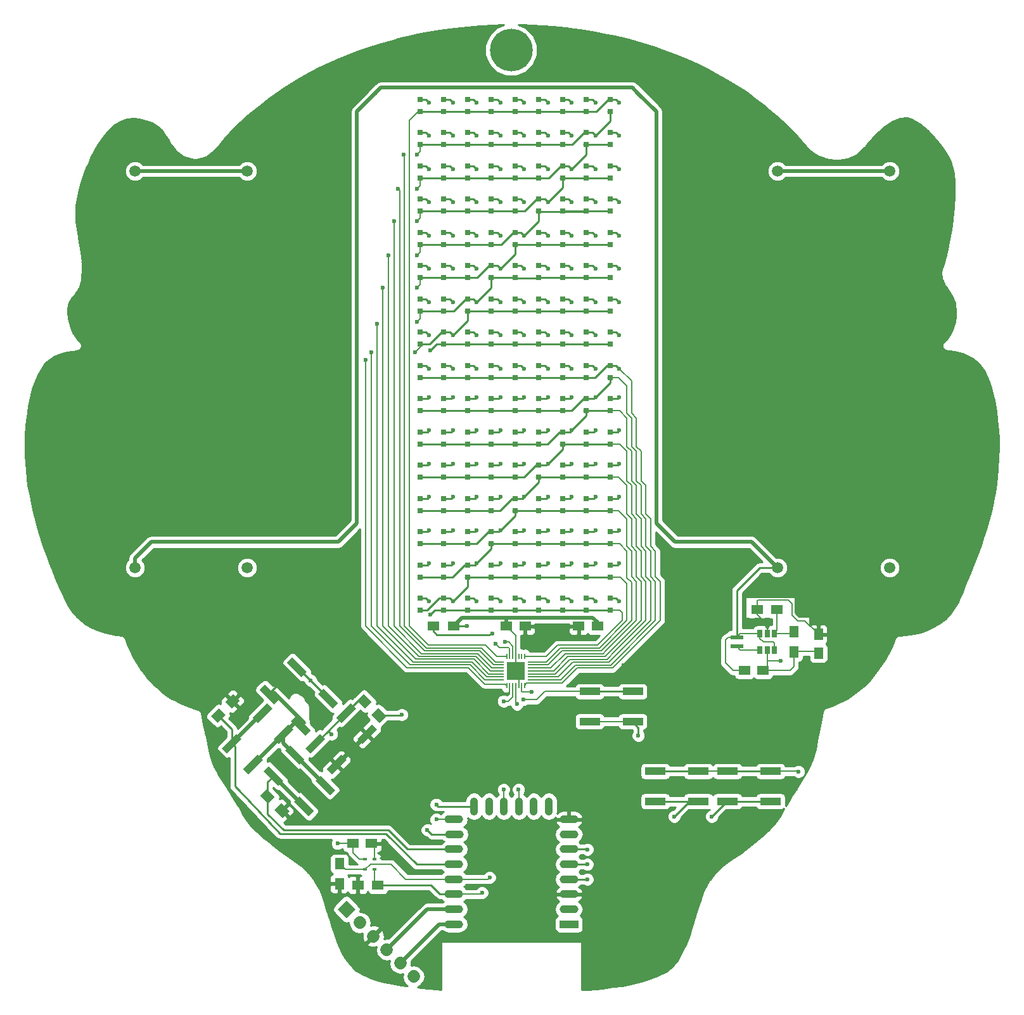
<source format=gtl>
G04 #@! TF.FileFunction,Copper,L1,Top,Signal*
%FSLAX46Y46*%
G04 Gerber Fmt 4.6, Leading zero omitted, Abs format (unit mm)*
G04 Created by KiCad (PCBNEW 4.0.4-stable) date 05/15/17 11:58:30*
%MOMM*%
%LPD*%
G01*
G04 APERTURE LIST*
%ADD10C,0.100000*%
%ADD11C,1.500000*%
%ADD12R,0.800000X0.800000*%
%ADD13R,1.500000X1.250000*%
%ADD14R,1.500000X1.300000*%
%ADD15C,1.700000*%
%ADD16C,5.700000*%
%ADD17R,2.500000X1.100000*%
%ADD18O,2.500000X1.100000*%
%ADD19O,1.100000X2.400000*%
%ADD20R,1.300000X1.500000*%
%ADD21R,0.200000X0.800000*%
%ADD22R,0.800000X0.200000*%
%ADD23R,1.200000X1.200000*%
%ADD24R,0.600000X0.450000*%
%ADD25R,2.750000X1.000000*%
%ADD26R,0.650000X1.060000*%
%ADD27R,1.250000X1.500000*%
%ADD28R,1.800000X0.600000*%
%ADD29C,0.600000*%
%ADD30C,0.250000*%
%ADD31C,0.170000*%
%ADD32C,0.200000*%
%ADD33C,0.500000*%
%ADD34C,0.254000*%
G04 APERTURE END LIST*
D10*
G36*
X57398978Y-115925414D02*
X58106085Y-115218307D01*
X60050628Y-117162850D01*
X59343521Y-117869957D01*
X57398978Y-115925414D01*
X57398978Y-115925414D01*
G37*
G36*
X53207249Y-111733685D02*
X53914356Y-111026578D01*
X55858899Y-112971121D01*
X55151792Y-113678228D01*
X53207249Y-111733685D01*
X53207249Y-111733685D01*
G37*
G36*
X49558578Y-115382356D02*
X50265685Y-114675249D01*
X52210228Y-116619792D01*
X51503121Y-117326899D01*
X49558578Y-115382356D01*
X49558578Y-115382356D01*
G37*
G36*
X53750307Y-119574085D02*
X54457414Y-118866978D01*
X56401957Y-120811521D01*
X55694850Y-121518628D01*
X53750307Y-119574085D01*
X53750307Y-119574085D01*
G37*
D11*
X118738000Y-46060000D03*
X133738000Y-46060000D03*
X133738000Y-99060000D03*
X118738000Y-99060000D03*
X32886000Y-46060000D03*
X47886000Y-46060000D03*
X47886000Y-99060000D03*
X32886000Y-99060000D03*
D12*
X96378000Y-38071000D03*
X96378000Y-36471000D03*
X96378000Y-42516000D03*
X96378000Y-40916000D03*
X96378000Y-46961000D03*
X96378000Y-45361000D03*
X96378000Y-51406000D03*
X96378000Y-49806000D03*
X96378000Y-55851000D03*
X96378000Y-54251000D03*
X96378000Y-60296000D03*
X96378000Y-58696000D03*
X96378000Y-64741000D03*
X96378000Y-63141000D03*
X96378000Y-69186000D03*
X96378000Y-67586000D03*
X96378000Y-73631000D03*
X96378000Y-72031000D03*
X96378000Y-78076000D03*
X96378000Y-76476000D03*
X96378000Y-82521000D03*
X96378000Y-80921000D03*
X96378000Y-86966000D03*
X96378000Y-85366000D03*
X96378000Y-91411000D03*
X96378000Y-89811000D03*
X96378000Y-95856000D03*
X96378000Y-94256000D03*
X96378000Y-100301000D03*
X96378000Y-98701000D03*
X96378000Y-104746000D03*
X96378000Y-103146000D03*
D13*
X92158500Y-106870500D03*
X94658500Y-106870500D03*
D12*
X93203000Y-38071000D03*
X93203000Y-36471000D03*
X93203000Y-42516000D03*
X93203000Y-40916000D03*
X93203000Y-46961000D03*
X93203000Y-45361000D03*
X93203000Y-51406000D03*
X93203000Y-49806000D03*
X93203000Y-55851000D03*
X93203000Y-54251000D03*
X93203000Y-60296000D03*
X93203000Y-58696000D03*
X93203000Y-64741000D03*
X93203000Y-63141000D03*
X93203000Y-69186000D03*
X93203000Y-67586000D03*
X93203000Y-73631000D03*
X93203000Y-72031000D03*
X93203000Y-78076000D03*
X93203000Y-76476000D03*
X93203000Y-82521000D03*
X93203000Y-80921000D03*
X93203000Y-86966000D03*
X93203000Y-85366000D03*
X93203000Y-91411000D03*
X93203000Y-89811000D03*
X93203000Y-95856000D03*
X93203000Y-94256000D03*
X93203000Y-100301000D03*
X93203000Y-98701000D03*
X93203000Y-104746000D03*
X93203000Y-103146000D03*
D13*
X85006500Y-106870500D03*
X82506500Y-106870500D03*
D12*
X90028000Y-38071000D03*
X90028000Y-36471000D03*
X90028000Y-42516000D03*
X90028000Y-40916000D03*
X90028000Y-46961000D03*
X90028000Y-45361000D03*
X90028000Y-51406000D03*
X90028000Y-49806000D03*
X90028000Y-55851000D03*
X90028000Y-54251000D03*
X90028000Y-60296000D03*
X90028000Y-58696000D03*
X90028000Y-64741000D03*
X90028000Y-63141000D03*
X90028000Y-69186000D03*
X90028000Y-67586000D03*
X90028000Y-73631000D03*
X90028000Y-72031000D03*
X90028000Y-78076000D03*
X90028000Y-76476000D03*
X90028000Y-82521000D03*
X90028000Y-80921000D03*
X90028000Y-86966000D03*
X90028000Y-85366000D03*
X90028000Y-91411000D03*
X90028000Y-89811000D03*
X90028000Y-95856000D03*
X90028000Y-94256000D03*
X90028000Y-100301000D03*
X90028000Y-98701000D03*
X90028000Y-104746000D03*
X90028000Y-103146000D03*
X86853000Y-38071000D03*
X86853000Y-36471000D03*
X86853000Y-42516000D03*
X86853000Y-40916000D03*
X86853000Y-46961000D03*
X86853000Y-45361000D03*
X86853000Y-51406000D03*
X86853000Y-49806000D03*
X86853000Y-55851000D03*
X86853000Y-54251000D03*
X86853000Y-60296000D03*
X86853000Y-58696000D03*
X86853000Y-64741000D03*
X86853000Y-63141000D03*
X86853000Y-69186000D03*
X86853000Y-67586000D03*
X86853000Y-73631000D03*
X86853000Y-72031000D03*
X86853000Y-78076000D03*
X86853000Y-76476000D03*
X86853000Y-82521000D03*
X86853000Y-80921000D03*
X86853000Y-86966000D03*
X86853000Y-85366000D03*
X86853000Y-91411000D03*
X86853000Y-89811000D03*
X86853000Y-95856000D03*
X86853000Y-94256000D03*
X86853000Y-100301000D03*
X86853000Y-98701000D03*
X86853000Y-104746000D03*
X86853000Y-103146000D03*
X83678000Y-38071000D03*
X83678000Y-36471000D03*
X83678000Y-42516000D03*
X83678000Y-40916000D03*
X83678000Y-46961000D03*
X83678000Y-45361000D03*
X83678000Y-51406000D03*
X83678000Y-49806000D03*
X83678000Y-55851000D03*
X83678000Y-54251000D03*
X83678000Y-60296000D03*
X83678000Y-58696000D03*
X83678000Y-64741000D03*
X83678000Y-63141000D03*
X83678000Y-69186000D03*
X83678000Y-67586000D03*
X83678000Y-73631000D03*
X83678000Y-72031000D03*
X83678000Y-78076000D03*
X83678000Y-76476000D03*
X83678000Y-82521000D03*
X83678000Y-80921000D03*
X83678000Y-86966000D03*
X83678000Y-85366000D03*
X83678000Y-91411000D03*
X83678000Y-89811000D03*
X83678000Y-95856000D03*
X83678000Y-94256000D03*
X83678000Y-100301000D03*
X83678000Y-98701000D03*
X83678000Y-104746000D03*
X83678000Y-103146000D03*
X80503000Y-38071000D03*
X80503000Y-36471000D03*
X80503000Y-42516000D03*
X80503000Y-40916000D03*
X80503000Y-46961000D03*
X80503000Y-45361000D03*
X80503000Y-51406000D03*
X80503000Y-49806000D03*
X80503000Y-55851000D03*
X80503000Y-54251000D03*
X80503000Y-60296000D03*
X80503000Y-58696000D03*
X80503000Y-64741000D03*
X80503000Y-63141000D03*
X80503000Y-69186000D03*
X80503000Y-67586000D03*
X80503000Y-73631000D03*
X80503000Y-72031000D03*
X80503000Y-78076000D03*
X80503000Y-76476000D03*
X80503000Y-82521000D03*
X80503000Y-80921000D03*
X80503000Y-86966000D03*
X80503000Y-85366000D03*
X80503000Y-91411000D03*
X80503000Y-89811000D03*
X80503000Y-95856000D03*
X80503000Y-94256000D03*
X80503000Y-100301000D03*
X80503000Y-98701000D03*
X80503000Y-104746000D03*
X80503000Y-103146000D03*
X77328000Y-38071000D03*
X77328000Y-36471000D03*
X77328000Y-42516000D03*
X77328000Y-40916000D03*
X77328000Y-46961000D03*
X77328000Y-45361000D03*
X77328000Y-51406000D03*
X77328000Y-49806000D03*
X77328000Y-55851000D03*
X77328000Y-54251000D03*
X77328000Y-60296000D03*
X77328000Y-58696000D03*
X77328000Y-64741000D03*
X77328000Y-63141000D03*
X77328000Y-69186000D03*
X77328000Y-67586000D03*
X77328000Y-73631000D03*
X77328000Y-72031000D03*
X77328000Y-78076000D03*
X77328000Y-76476000D03*
X77328000Y-82521000D03*
X77328000Y-80921000D03*
X77328000Y-86966000D03*
X77328000Y-85366000D03*
X77328000Y-91411000D03*
X77328000Y-89811000D03*
X77328000Y-95856000D03*
X77328000Y-94256000D03*
X77328000Y-100301000D03*
X77328000Y-98701000D03*
X77328000Y-104746000D03*
X77328000Y-103146000D03*
X74153000Y-38071000D03*
X74153000Y-36471000D03*
X74153000Y-42516000D03*
X74153000Y-40916000D03*
X74153000Y-46961000D03*
X74153000Y-45361000D03*
X74153000Y-51406000D03*
X74153000Y-49806000D03*
X74153000Y-55851000D03*
X74153000Y-54251000D03*
X74153000Y-60296000D03*
X74153000Y-58696000D03*
X74153000Y-64741000D03*
X74153000Y-63141000D03*
X74153000Y-69186000D03*
X74153000Y-67586000D03*
X74153000Y-73631000D03*
X74153000Y-72031000D03*
X74153000Y-78076000D03*
X74153000Y-76476000D03*
X74153000Y-82521000D03*
X74153000Y-80921000D03*
X74153000Y-86966000D03*
X74153000Y-85366000D03*
X74153000Y-91411000D03*
X74153000Y-89811000D03*
X74153000Y-95856000D03*
X74153000Y-94256000D03*
X74153000Y-100301000D03*
X74153000Y-98701000D03*
X74153000Y-104746000D03*
X74153000Y-103146000D03*
X70978000Y-38071000D03*
X70978000Y-36471000D03*
X70978000Y-42516000D03*
X70978000Y-40916000D03*
X70978000Y-46961000D03*
X70978000Y-45361000D03*
X70978000Y-51406000D03*
X70978000Y-49806000D03*
X70978000Y-55851000D03*
X70978000Y-54251000D03*
X70978000Y-60296000D03*
X70978000Y-58696000D03*
X70978000Y-64741000D03*
X70978000Y-63141000D03*
X70978000Y-69186000D03*
X70978000Y-67586000D03*
X70978000Y-73631000D03*
X70978000Y-72031000D03*
X70978000Y-78076000D03*
X70978000Y-76476000D03*
X70978000Y-82521000D03*
X70978000Y-80921000D03*
X70978000Y-86966000D03*
X70978000Y-85366000D03*
X70978000Y-91411000D03*
X70978000Y-89811000D03*
X70978000Y-95856000D03*
X70978000Y-94256000D03*
X70978000Y-100301000D03*
X70978000Y-98701000D03*
X70978000Y-104746000D03*
X70978000Y-103146000D03*
D14*
X72754500Y-106870500D03*
X75454500Y-106870500D03*
D10*
G36*
X61150000Y-145902082D02*
X59947918Y-144700000D01*
X61150000Y-143497918D01*
X62352082Y-144700000D01*
X61150000Y-145902082D01*
X61150000Y-145902082D01*
G37*
D15*
X62946051Y-146496051D02*
X62946051Y-146496051D01*
X64742102Y-148292102D02*
X64742102Y-148292102D01*
X66538154Y-150088154D02*
X66538154Y-150088154D01*
X68334205Y-151884205D02*
X68334205Y-151884205D01*
X70130256Y-153680256D02*
X70130256Y-153680256D01*
D16*
X83150000Y-29900000D03*
D17*
X90870000Y-146685000D03*
D18*
X90870000Y-144685000D03*
X90870000Y-142685000D03*
X90870000Y-140685000D03*
X90870000Y-138685000D03*
X90870000Y-136685000D03*
X90870000Y-134685000D03*
X90870000Y-132685000D03*
X75470000Y-132685000D03*
X75570000Y-134685000D03*
X75470000Y-136685000D03*
X75470000Y-138685000D03*
X75470000Y-140685000D03*
X75470000Y-142685000D03*
X75470000Y-144685000D03*
X75470000Y-146685000D03*
D19*
X88180000Y-130935000D03*
X86180000Y-130935000D03*
X84180000Y-130935000D03*
X82180000Y-130935000D03*
X80180000Y-130935000D03*
X78180000Y-130935000D03*
D13*
X61996000Y-135890000D03*
X64496000Y-135890000D03*
D14*
X62658000Y-141478000D03*
X65358000Y-141478000D03*
D20*
X60198000Y-141304000D03*
X60198000Y-138604000D03*
D21*
X82556500Y-114789500D03*
X82956500Y-114789500D03*
X83356500Y-114789500D03*
X83756500Y-114789500D03*
X84156500Y-114789500D03*
X84556500Y-114789500D03*
X84956500Y-114789500D03*
D22*
X85706500Y-114039500D03*
X85706500Y-113639500D03*
X85706500Y-113239500D03*
X85706500Y-112839500D03*
X85706500Y-112439500D03*
X85706500Y-112039500D03*
X85706500Y-111639500D03*
D21*
X84956500Y-110889500D03*
X84556500Y-110889500D03*
X84156500Y-110889500D03*
X83756500Y-110889500D03*
X83356500Y-110889500D03*
X82956500Y-110889500D03*
X82556500Y-110889500D03*
D22*
X81806500Y-111639500D03*
X81806500Y-112039500D03*
X81806500Y-112439500D03*
X81806500Y-112839500D03*
X81806500Y-113239500D03*
X81806500Y-113639500D03*
X81806500Y-114039500D03*
D23*
X84356500Y-112239500D03*
X83156500Y-112239500D03*
X84356500Y-113439500D03*
X83156500Y-113439500D03*
D24*
X64862000Y-137984000D03*
X63662000Y-137984000D03*
X63662000Y-139384000D03*
X64862000Y-139384000D03*
D10*
G36*
X66460543Y-118881305D02*
X65541305Y-119800543D01*
X64480645Y-118739883D01*
X65399883Y-117820645D01*
X66460543Y-118881305D01*
X66460543Y-118881305D01*
G37*
G36*
X64551355Y-116972117D02*
X63632117Y-117891355D01*
X62571457Y-116830695D01*
X63490695Y-115911457D01*
X64551355Y-116972117D01*
X64551355Y-116972117D01*
G37*
G36*
X43932695Y-119800543D02*
X43013457Y-118881305D01*
X44074117Y-117820645D01*
X44993355Y-118739883D01*
X43932695Y-119800543D01*
X43932695Y-119800543D01*
G37*
G36*
X45841883Y-117891355D02*
X44922645Y-116972117D01*
X45983305Y-115911457D01*
X46902543Y-116830695D01*
X45841883Y-117891355D01*
X45841883Y-117891355D01*
G37*
G36*
X49617457Y-129530695D02*
X50536695Y-128611457D01*
X51597355Y-129672117D01*
X50678117Y-130591355D01*
X49617457Y-129530695D01*
X49617457Y-129530695D01*
G37*
G36*
X51526645Y-131439883D02*
X52445883Y-130520645D01*
X53506543Y-131581305D01*
X52587305Y-132500543D01*
X51526645Y-131439883D01*
X51526645Y-131439883D01*
G37*
D25*
X93640000Y-119602000D03*
X99400000Y-119602000D03*
X99400000Y-115602000D03*
X93640000Y-115602000D03*
D10*
G36*
X60448464Y-124044856D02*
X61155571Y-124751963D01*
X59211028Y-126696506D01*
X58503921Y-125989399D01*
X60448464Y-124044856D01*
X60448464Y-124044856D01*
G37*
G36*
X64521399Y-119971921D02*
X65228506Y-120679028D01*
X63283963Y-122623571D01*
X62576856Y-121916464D01*
X64521399Y-119971921D01*
X64521399Y-119971921D01*
G37*
G36*
X61692972Y-117143494D02*
X62400079Y-117850601D01*
X60455536Y-119795144D01*
X59748429Y-119088037D01*
X61692972Y-117143494D01*
X61692972Y-117143494D01*
G37*
G36*
X57620037Y-121216429D02*
X58327144Y-121923536D01*
X56382601Y-123868079D01*
X55675494Y-123160972D01*
X57620037Y-121216429D01*
X57620037Y-121216429D01*
G37*
G36*
X49279536Y-119795144D02*
X48572429Y-119088037D01*
X50516972Y-117143494D01*
X51224079Y-117850601D01*
X49279536Y-119795144D01*
X49279536Y-119795144D01*
G37*
G36*
X45206601Y-123868079D02*
X44499494Y-123160972D01*
X46444037Y-121216429D01*
X47151144Y-121923536D01*
X45206601Y-123868079D01*
X45206601Y-123868079D01*
G37*
G36*
X48035028Y-126696506D02*
X47327921Y-125989399D01*
X49272464Y-124044856D01*
X49979571Y-124751963D01*
X48035028Y-126696506D01*
X48035028Y-126696506D01*
G37*
G36*
X52107963Y-122623571D02*
X51400856Y-121916464D01*
X53345399Y-119971921D01*
X54052506Y-120679028D01*
X52107963Y-122623571D01*
X52107963Y-122623571D01*
G37*
G36*
X52739144Y-127504464D02*
X52032037Y-128211571D01*
X50087494Y-126267028D01*
X50794601Y-125559921D01*
X52739144Y-127504464D01*
X52739144Y-127504464D01*
G37*
G36*
X56812079Y-131577399D02*
X56104972Y-132284506D01*
X54160429Y-130339963D01*
X54867536Y-129632856D01*
X56812079Y-131577399D01*
X56812079Y-131577399D01*
G37*
G36*
X59640506Y-128748972D02*
X58933399Y-129456079D01*
X56988856Y-127511536D01*
X57695963Y-126804429D01*
X59640506Y-128748972D01*
X59640506Y-128748972D01*
G37*
G36*
X55567571Y-124676037D02*
X54860464Y-125383144D01*
X52915921Y-123438601D01*
X53623028Y-122731494D01*
X55567571Y-124676037D01*
X55567571Y-124676037D01*
G37*
D25*
X102403000Y-130270000D03*
X108163000Y-130270000D03*
X108163000Y-126270000D03*
X102403000Y-126270000D03*
X112055000Y-130270000D03*
X117815000Y-130270000D03*
X117815000Y-126270000D03*
X112055000Y-126270000D03*
D26*
X116398000Y-110066000D03*
X117348000Y-110066000D03*
X118298000Y-110066000D03*
X118298000Y-107866000D03*
X116398000Y-107866000D03*
X117348000Y-107866000D03*
D13*
X116820000Y-112776000D03*
X114320000Y-112776000D03*
D27*
X124206000Y-110470000D03*
X124206000Y-107970000D03*
D28*
X113284000Y-109591000D03*
X113284000Y-108341000D03*
D14*
X115998000Y-104648000D03*
X118698000Y-104648000D03*
D20*
X120904000Y-110316000D03*
X120904000Y-107616000D03*
D29*
X52550000Y-114100000D03*
X68550000Y-118700000D03*
X73150000Y-132700000D03*
X59950000Y-135900000D03*
X121550000Y-126300000D03*
X84750000Y-116700000D03*
X77266800Y-106883200D03*
X119150000Y-111500000D03*
X109950000Y-132300000D03*
X93350000Y-140700000D03*
X104950000Y-132300000D03*
X93350000Y-138700000D03*
X89350000Y-107100000D03*
X98150000Y-112100000D03*
X66550000Y-132700000D03*
X66550000Y-136500000D03*
X70548500Y-43878500D03*
X68770500Y-43878500D03*
X94424500Y-41338500D03*
X94424500Y-45783500D03*
X94424500Y-50228500D03*
X94424500Y-54673500D03*
X94424500Y-59118500D03*
X94424500Y-63563500D03*
X94424500Y-68008500D03*
X94424500Y-36893500D03*
X97599500Y-41338500D03*
X97599500Y-45783500D03*
X97599500Y-50228500D03*
X97599500Y-54673500D03*
X97599500Y-59118500D03*
X97599500Y-63563500D03*
X97599500Y-68008500D03*
X97599500Y-36893500D03*
X68008500Y-48450500D03*
X70548500Y-48450500D03*
X91249500Y-41338500D03*
X91249500Y-45783500D03*
X91249500Y-50228500D03*
X91249500Y-54673500D03*
X91249500Y-59118500D03*
X91249500Y-63563500D03*
X91249500Y-68008500D03*
X91249500Y-36893500D03*
X70548500Y-52768500D03*
X67500500Y-52768500D03*
X88074500Y-41338500D03*
X88074500Y-45783500D03*
X88074500Y-50228500D03*
X88074500Y-54673500D03*
X88074500Y-59118500D03*
X88074500Y-63563500D03*
X88074500Y-68008500D03*
X88074500Y-36893500D03*
X70548500Y-57340500D03*
X66738500Y-57340500D03*
X84899500Y-41338500D03*
X84899500Y-45783500D03*
X84899500Y-50228500D03*
X84899500Y-54673500D03*
X84899500Y-59118500D03*
X84899500Y-63563500D03*
X84899500Y-68008500D03*
X84899500Y-36893500D03*
X70548500Y-61658500D03*
X65976500Y-61658500D03*
X81724500Y-41338500D03*
X81724500Y-45783500D03*
X81724500Y-50228500D03*
X81724500Y-54673500D03*
X81724500Y-59118500D03*
X81724500Y-63563500D03*
X81724500Y-68008500D03*
X81724500Y-36893500D03*
X70548500Y-66230500D03*
X65214500Y-66484500D03*
X78549500Y-41338500D03*
X78549500Y-45783500D03*
X78549500Y-50228500D03*
X78549500Y-54673500D03*
X78549500Y-59118500D03*
X78549500Y-63563500D03*
X78549500Y-68008500D03*
X78549500Y-36893500D03*
X70294500Y-70294500D03*
X64452500Y-70294500D03*
X75374500Y-41338500D03*
X75374500Y-45783500D03*
X75374500Y-50228500D03*
X75374500Y-54673500D03*
X75374500Y-59118500D03*
X75374500Y-63563500D03*
X75374500Y-68008500D03*
X75374500Y-36893500D03*
X63690500Y-71310500D03*
X72326500Y-70040500D03*
X72199500Y-41338500D03*
X72199500Y-45783500D03*
X72199500Y-50228500D03*
X72199500Y-54673500D03*
X72199500Y-59118500D03*
X72199500Y-63563500D03*
X72199500Y-68008500D03*
X72199500Y-36893500D03*
X94424500Y-76263500D03*
X94424500Y-80708500D03*
X94424500Y-85153500D03*
X94424500Y-89598500D03*
X94424500Y-94043500D03*
X94424500Y-98488500D03*
X94424500Y-72453500D03*
X94424500Y-103568500D03*
X97599500Y-76263500D03*
X97599500Y-80708500D03*
X97599500Y-85153500D03*
X97599500Y-89598500D03*
X97599500Y-94043500D03*
X97599500Y-98488500D03*
X97599500Y-103568500D03*
X97599500Y-72453500D03*
X91249500Y-76263500D03*
X91249500Y-80708500D03*
X91249500Y-85153500D03*
X91249500Y-89598500D03*
X91249500Y-94043500D03*
X91249500Y-98488500D03*
X91249500Y-72453500D03*
X91249500Y-103568500D03*
X88074500Y-76263500D03*
X88074500Y-80708500D03*
X88074500Y-85153500D03*
X88074500Y-89598500D03*
X88074500Y-94043500D03*
X88074500Y-98488500D03*
X88074500Y-72453500D03*
X88074500Y-103568500D03*
X84899500Y-76263500D03*
X84899500Y-80708500D03*
X84899500Y-85153500D03*
X84899500Y-89598500D03*
X84899500Y-94043500D03*
X84899500Y-98488500D03*
X84899500Y-72453500D03*
X84899500Y-103568500D03*
X81724500Y-76263500D03*
X81724500Y-80708500D03*
X81724500Y-85153500D03*
X81724500Y-89598500D03*
X81724500Y-94043500D03*
X81724500Y-98488500D03*
X81724500Y-72453500D03*
X81724500Y-103568500D03*
X78549500Y-76263500D03*
X78549500Y-80708500D03*
X78549500Y-85153500D03*
X78549500Y-89598500D03*
X78549500Y-94043500D03*
X78549500Y-98488500D03*
X78549500Y-72453500D03*
X78549500Y-103568500D03*
X75374500Y-76263500D03*
X75374500Y-80708500D03*
X75374500Y-85153500D03*
X75374500Y-89598500D03*
X75374500Y-94043500D03*
X75374500Y-98488500D03*
X75374500Y-103568500D03*
X75374500Y-72453500D03*
X72326500Y-105346500D03*
X72199500Y-76263500D03*
X72199500Y-80708500D03*
X72199500Y-85153500D03*
X72199500Y-89598500D03*
X72199500Y-94043500D03*
X72199500Y-98488500D03*
X72199500Y-103568500D03*
X72199500Y-72453500D03*
X81026000Y-109220000D03*
X79248000Y-142494000D03*
X80264000Y-140462000D03*
X82296000Y-108966000D03*
X80600000Y-107900000D03*
X85915500Y-115633500D03*
X59150000Y-121300000D03*
X71950000Y-134100000D03*
X100150000Y-121500000D03*
X93350000Y-136700000D03*
X56350000Y-114100000D03*
X73150000Y-130700000D03*
X84150000Y-128700000D03*
X83950000Y-117300000D03*
X82150000Y-128700000D03*
X82150000Y-116900000D03*
D30*
X50884403Y-116001074D02*
X50884403Y-115765597D01*
X50884403Y-115765597D02*
X52550000Y-114100000D01*
X52726681Y-121297746D02*
X52547746Y-121297746D01*
X65470594Y-118810594D02*
X68439406Y-118810594D01*
X68439406Y-118810594D02*
X68550000Y-118700000D01*
D31*
X76170000Y-132685000D02*
X73365000Y-132685000D01*
X73350000Y-132700000D02*
X73150000Y-132700000D01*
X73365000Y-132685000D02*
X73350000Y-132700000D01*
D30*
X93640000Y-115602000D02*
X99400000Y-115602000D01*
D32*
X108163000Y-126270000D02*
X112055000Y-126270000D01*
D31*
X61996000Y-135890000D02*
X59960000Y-135890000D01*
X59960000Y-135890000D02*
X59950000Y-135900000D01*
X63662000Y-137984000D02*
X62834000Y-137984000D01*
X61996000Y-137146000D02*
X61996000Y-135890000D01*
X62834000Y-137984000D02*
X61996000Y-137146000D01*
X117815000Y-126270000D02*
X121520000Y-126270000D01*
X121520000Y-126270000D02*
X121550000Y-126300000D01*
X93640000Y-115602000D02*
X87648000Y-115602000D01*
X86550000Y-116700000D02*
X84750000Y-116700000D01*
X87648000Y-115602000D02*
X86550000Y-116700000D01*
X84750000Y-116700000D02*
X84950000Y-116700000D01*
D30*
X75454500Y-106870500D02*
X77304900Y-106870500D01*
X77292200Y-106883200D02*
X77266800Y-106883200D01*
X77304900Y-106870500D02*
X77292200Y-106883200D01*
D31*
X83756500Y-110889500D02*
X83756500Y-108120500D01*
X83756500Y-108120500D02*
X82506500Y-106870500D01*
D30*
X112055000Y-126270000D02*
X117815000Y-126270000D01*
X102403000Y-126270000D02*
X108163000Y-126270000D01*
D33*
X58314681Y-128130254D02*
X55884427Y-125700000D01*
X55884427Y-125700000D02*
X54241746Y-124057319D01*
X51413319Y-115709746D02*
X55486254Y-119782681D01*
X48653746Y-125370681D02*
X52726681Y-121297746D01*
X52726681Y-121297746D02*
X52726681Y-122542254D01*
X52726681Y-122542254D02*
X54241746Y-124057319D01*
X55486254Y-119782681D02*
X54241746Y-119782681D01*
X54241746Y-119782681D02*
X52726681Y-121297746D01*
X82506500Y-106870500D02*
X82506500Y-105727500D01*
X82506500Y-105727500D02*
X82613500Y-105727500D01*
X90487500Y-105727500D02*
X82613500Y-105727500D01*
X82613500Y-105727500D02*
X76597500Y-105727500D01*
X94043500Y-105727500D02*
X90487500Y-105727500D01*
X94658500Y-106342500D02*
X94043500Y-105727500D01*
X76597500Y-105727500D02*
X75454500Y-106870500D01*
X94658500Y-106870500D02*
X94658500Y-106342500D01*
D31*
X83156500Y-113439500D02*
X83156500Y-112239500D01*
X84356500Y-113439500D02*
X83156500Y-113439500D01*
X84156500Y-114789500D02*
X84156500Y-113639500D01*
X84156500Y-113639500D02*
X84356500Y-113439500D01*
X83756500Y-110889500D02*
X83756500Y-111639500D01*
X83756500Y-111639500D02*
X84356500Y-112239500D01*
X117348000Y-110066000D02*
X117348000Y-111498000D01*
X117350000Y-111500000D02*
X119150000Y-111500000D01*
X117348000Y-111498000D02*
X117350000Y-111500000D01*
D32*
X116820000Y-112776000D02*
X120396000Y-112776000D01*
X120904000Y-112268000D02*
X120904000Y-110316000D01*
X120396000Y-112776000D02*
X120904000Y-112268000D01*
X123952000Y-110216000D02*
X121004000Y-110216000D01*
X121004000Y-110216000D02*
X120904000Y-110316000D01*
X117348000Y-110066000D02*
X117348000Y-112248000D01*
X117348000Y-112248000D02*
X116820000Y-112776000D01*
X117348000Y-112248000D02*
X116820000Y-112776000D01*
D30*
X90170000Y-140685000D02*
X93335000Y-140685000D01*
X109950000Y-132300000D02*
X111980000Y-130270000D01*
X93335000Y-140685000D02*
X93350000Y-140700000D01*
X111980000Y-130270000D02*
X112055000Y-130270000D01*
X112055000Y-130270000D02*
X117815000Y-130270000D01*
X90170000Y-138685000D02*
X93335000Y-138685000D01*
X104950000Y-132300000D02*
X106980000Y-130270000D01*
X93335000Y-138685000D02*
X93350000Y-138700000D01*
X106980000Y-130270000D02*
X108163000Y-130270000D01*
X102403000Y-130270000D02*
X108163000Y-130270000D01*
D31*
X98150000Y-112100000D02*
X98236000Y-112014000D01*
X98236000Y-112014000D02*
X98150000Y-112100000D01*
X65940000Y-135890000D02*
X66550000Y-136500000D01*
X65940000Y-135890000D02*
X64496000Y-135890000D01*
D30*
X76950000Y-113700000D02*
X79350000Y-116100000D01*
X79350000Y-116100000D02*
X80750000Y-116100000D01*
D31*
X82550000Y-116100000D02*
X80750000Y-116100000D01*
X80750000Y-116100000D02*
X79350000Y-116100000D01*
X82956500Y-114789500D02*
X82956500Y-115693500D01*
X82956500Y-115693500D02*
X82550000Y-116100000D01*
X85006500Y-106870500D02*
X89120500Y-106870500D01*
X89120500Y-106870500D02*
X89350000Y-107100000D01*
X82956500Y-115893500D02*
X82750000Y-116100000D01*
X82750000Y-116100000D02*
X82550000Y-116100000D01*
X82956500Y-114789500D02*
X82956500Y-115893500D01*
X82956500Y-115693500D02*
X82550000Y-116100000D01*
X63902681Y-121297746D02*
X63947746Y-121297746D01*
X64862000Y-137984000D02*
X64862000Y-136256000D01*
X64862000Y-136256000D02*
X64496000Y-135890000D01*
X92158500Y-106870500D02*
X89579500Y-106870500D01*
X89579500Y-106870500D02*
X89350000Y-107100000D01*
X62484000Y-141304000D02*
X62658000Y-141478000D01*
X84556500Y-107320500D02*
X85006500Y-106870500D01*
D33*
X63902681Y-121297746D02*
X59829746Y-125370681D01*
D32*
X115998000Y-104648000D02*
X115998000Y-103458000D01*
X122408000Y-106172000D02*
X123952000Y-107716000D01*
X121412000Y-106172000D02*
X122408000Y-106172000D01*
X120650000Y-105410000D02*
X121412000Y-106172000D01*
X120650000Y-103886000D02*
X120650000Y-105410000D01*
X120142000Y-103378000D02*
X120650000Y-103886000D01*
X116078000Y-103378000D02*
X120142000Y-103378000D01*
X115998000Y-103458000D02*
X116078000Y-103378000D01*
X115998000Y-104648000D02*
X115998000Y-105330000D01*
X117348000Y-106680000D02*
X117348000Y-107866000D01*
X115998000Y-105330000D02*
X117348000Y-106680000D01*
D31*
X70978000Y-43449000D02*
X70548500Y-43878500D01*
X70978000Y-42516000D02*
X70978000Y-43449000D01*
X68897500Y-44005500D02*
X68770500Y-43878500D01*
X71813001Y-109786001D02*
X79189999Y-109786001D01*
X71813001Y-109786001D02*
X68897500Y-106870500D01*
X68897500Y-106870500D02*
X68897500Y-44005500D01*
X81806500Y-111639500D02*
X81043498Y-111639500D01*
X81043498Y-111639500D02*
X79189999Y-109786001D01*
X79189999Y-109786001D02*
X79184500Y-109780502D01*
D30*
X93203000Y-40916000D02*
X92942000Y-40916000D01*
X92942000Y-40916000D02*
X91342000Y-42516000D01*
X91342000Y-42516000D02*
X90028000Y-42516000D01*
X96378000Y-38071000D02*
X96378000Y-39385000D01*
X96378000Y-39385000D02*
X94424500Y-41338500D01*
X93203000Y-40916000D02*
X94002000Y-40916000D01*
X94002000Y-40916000D02*
X94424500Y-41338500D01*
X93203000Y-45361000D02*
X94002000Y-45361000D01*
X94002000Y-45361000D02*
X94424500Y-45783500D01*
X93203000Y-49806000D02*
X94002000Y-49806000D01*
X94002000Y-49806000D02*
X94424500Y-50228500D01*
X93203000Y-54251000D02*
X94002000Y-54251000D01*
X94002000Y-54251000D02*
X94424500Y-54673500D01*
X93203000Y-58696000D02*
X94002000Y-58696000D01*
X94002000Y-58696000D02*
X94424500Y-59118500D01*
X93203000Y-63141000D02*
X94002000Y-63141000D01*
X94002000Y-63141000D02*
X94424500Y-63563500D01*
X93203000Y-36471000D02*
X94002000Y-36471000D01*
X94002000Y-67586000D02*
X93203000Y-67586000D01*
X94424500Y-68008500D02*
X94002000Y-67586000D01*
X94002000Y-36471000D02*
X94424500Y-36893500D01*
X96378000Y-38071000D02*
X96048000Y-38071000D01*
X74153000Y-42516000D02*
X70978000Y-42516000D01*
X77328000Y-42516000D02*
X74153000Y-42516000D01*
X77328000Y-42516000D02*
X80503000Y-42516000D01*
X83678000Y-42516000D02*
X80503000Y-42516000D01*
X86853000Y-42516000D02*
X83678000Y-42516000D01*
X90028000Y-42516000D02*
X86853000Y-42516000D01*
D31*
X79692500Y-109410500D02*
X81216500Y-110934500D01*
X81216500Y-110934500D02*
X82511500Y-110934500D01*
X82511500Y-110934500D02*
X82556500Y-110889500D01*
X70978000Y-38071000D02*
X70768000Y-38071000D01*
X70768000Y-38071000D02*
X69532500Y-39306500D01*
X72072500Y-109410500D02*
X79692500Y-109410500D01*
X69532500Y-106870500D02*
X72072500Y-109410500D01*
X69532500Y-39306500D02*
X69532500Y-106870500D01*
D30*
X96378000Y-36471000D02*
X96117000Y-36471000D01*
X96117000Y-36471000D02*
X94517000Y-38071000D01*
X94517000Y-38071000D02*
X93203000Y-38071000D01*
X96378000Y-40916000D02*
X97177000Y-40916000D01*
X97177000Y-40916000D02*
X97599500Y-41338500D01*
X96378000Y-45361000D02*
X97177000Y-45361000D01*
X97177000Y-45361000D02*
X97599500Y-45783500D01*
X96378000Y-49806000D02*
X97177000Y-49806000D01*
X97177000Y-49806000D02*
X97599500Y-50228500D01*
X96378000Y-54251000D02*
X97177000Y-54251000D01*
X97177000Y-54251000D02*
X97599500Y-54673500D01*
X96378000Y-58696000D02*
X97177000Y-58696000D01*
X97177000Y-58696000D02*
X97599500Y-59118500D01*
X96378000Y-63141000D02*
X97177000Y-63141000D01*
X97177000Y-63141000D02*
X97599500Y-63563500D01*
X96378000Y-36471000D02*
X97177000Y-36471000D01*
X97177000Y-67586000D02*
X96378000Y-67586000D01*
X97599500Y-68008500D02*
X97177000Y-67586000D01*
X97177000Y-36471000D02*
X97599500Y-36893500D01*
X70978000Y-38071000D02*
X74153000Y-38071000D01*
X74153000Y-38071000D02*
X77328000Y-38071000D01*
X77328000Y-38071000D02*
X80503000Y-38071000D01*
X80503000Y-38071000D02*
X83678000Y-38071000D01*
X86853000Y-38071000D02*
X83678000Y-38071000D01*
X90028000Y-38071000D02*
X86853000Y-38071000D01*
X93203000Y-38071000D02*
X90028000Y-38071000D01*
D31*
X68262500Y-50736500D02*
X68262500Y-106870500D01*
X71564500Y-110172500D02*
X68262500Y-106870500D01*
X81806500Y-112039500D02*
X80797500Y-112039500D01*
X80797500Y-112039500D02*
X78930500Y-110172500D01*
X78930500Y-110172500D02*
X71564500Y-110172500D01*
X68008500Y-48450500D02*
X68262500Y-48704500D01*
X68262500Y-48704500D02*
X68262500Y-50736500D01*
X70978000Y-48021000D02*
X70978000Y-46961000D01*
X70978000Y-48021000D02*
X70548500Y-48450500D01*
D30*
X90028000Y-45361000D02*
X89767000Y-45361000D01*
X89767000Y-45361000D02*
X88167000Y-46961000D01*
X88167000Y-46961000D02*
X86853000Y-46961000D01*
X93203000Y-42516000D02*
X93203000Y-43830000D01*
X93203000Y-43830000D02*
X91249500Y-45783500D01*
X90028000Y-40916000D02*
X90827000Y-40916000D01*
X90827000Y-40916000D02*
X91249500Y-41338500D01*
X90028000Y-45361000D02*
X90827000Y-45361000D01*
X90827000Y-45361000D02*
X91249500Y-45783500D01*
X90028000Y-49806000D02*
X90827000Y-49806000D01*
X90827000Y-49806000D02*
X91249500Y-50228500D01*
X90028000Y-54251000D02*
X90827000Y-54251000D01*
X90827000Y-54251000D02*
X91249500Y-54673500D01*
X90028000Y-58696000D02*
X90827000Y-58696000D01*
X90827000Y-58696000D02*
X91249500Y-59118500D01*
X90028000Y-63141000D02*
X90827000Y-63141000D01*
X90827000Y-63141000D02*
X91249500Y-63563500D01*
X90028000Y-36471000D02*
X90827000Y-36471000D01*
X90827000Y-67586000D02*
X90028000Y-67586000D01*
X91249500Y-68008500D02*
X90827000Y-67586000D01*
X90827000Y-36471000D02*
X91249500Y-36893500D01*
X93203000Y-42516000D02*
X92873000Y-42516000D01*
X96378000Y-42516000D02*
X93203000Y-42516000D01*
X74153000Y-46961000D02*
X70978000Y-46961000D01*
X77328000Y-46961000D02*
X74153000Y-46961000D01*
X80503000Y-46961000D02*
X77328000Y-46961000D01*
X83678000Y-46961000D02*
X80503000Y-46961000D01*
X86853000Y-46961000D02*
X83678000Y-46961000D01*
D31*
X67500500Y-58864500D02*
X67500500Y-106870500D01*
X71172502Y-110542502D02*
X67500500Y-106870500D01*
X81806500Y-112439500D02*
X80827498Y-112439500D01*
X80592498Y-112458500D02*
X78676500Y-110542502D01*
X80808498Y-112458500D02*
X80592498Y-112458500D01*
X80827498Y-112439500D02*
X80808498Y-112458500D01*
X78676500Y-110542502D02*
X71172502Y-110542502D01*
X70978000Y-52339000D02*
X70548500Y-52768500D01*
X67500500Y-52768500D02*
X67500500Y-58864500D01*
X70978000Y-52339000D02*
X70978000Y-51406000D01*
D30*
X86853000Y-49806000D02*
X86592000Y-49806000D01*
X86592000Y-49806000D02*
X84992000Y-51406000D01*
X84992000Y-51406000D02*
X83678000Y-51406000D01*
X90028000Y-46961000D02*
X90028000Y-48275000D01*
X90028000Y-48275000D02*
X88074500Y-50228500D01*
X86853000Y-40916000D02*
X87652000Y-40916000D01*
X87652000Y-40916000D02*
X88074500Y-41338500D01*
X86853000Y-45361000D02*
X87652000Y-45361000D01*
X87652000Y-45361000D02*
X88074500Y-45783500D01*
X86853000Y-49806000D02*
X87652000Y-49806000D01*
X87652000Y-49806000D02*
X88074500Y-50228500D01*
X86853000Y-54251000D02*
X87652000Y-54251000D01*
X87652000Y-54251000D02*
X88074500Y-54673500D01*
X86853000Y-58696000D02*
X87652000Y-58696000D01*
X87652000Y-58696000D02*
X88074500Y-59118500D01*
X86853000Y-63141000D02*
X87652000Y-63141000D01*
X87652000Y-63141000D02*
X88074500Y-63563500D01*
X86853000Y-36471000D02*
X87652000Y-36471000D01*
X87652000Y-67586000D02*
X86853000Y-67586000D01*
X88074500Y-68008500D02*
X87652000Y-67586000D01*
X87652000Y-36471000D02*
X88074500Y-36893500D01*
X90028000Y-46961000D02*
X89698000Y-46961000D01*
X96378000Y-46961000D02*
X93203000Y-46961000D01*
X93203000Y-46961000D02*
X90028000Y-46961000D01*
X74153000Y-51406000D02*
X70978000Y-51406000D01*
X77328000Y-51406000D02*
X74153000Y-51406000D01*
X80503000Y-51406000D02*
X77328000Y-51406000D01*
X83678000Y-51406000D02*
X80503000Y-51406000D01*
D31*
X66738500Y-60134500D02*
X66738500Y-106870500D01*
X70780504Y-110912504D02*
X66738500Y-106870500D01*
X78422500Y-110912504D02*
X70780504Y-110912504D01*
X70978000Y-56911000D02*
X70548500Y-57340500D01*
X66738500Y-57340500D02*
X66738500Y-60134500D01*
X70978000Y-56911000D02*
X70978000Y-55851000D01*
X81806500Y-112839500D02*
X80349496Y-112839500D01*
X80349496Y-112839500D02*
X78422500Y-110912504D01*
X78422500Y-110912504D02*
X78422500Y-110912504D01*
D30*
X93203000Y-51406000D02*
X90028000Y-51406000D01*
X83678000Y-54251000D02*
X83417000Y-54251000D01*
X83417000Y-54251000D02*
X81817000Y-55851000D01*
X81817000Y-55851000D02*
X80503000Y-55851000D01*
X86853000Y-51406000D02*
X86853000Y-52720000D01*
X86853000Y-52720000D02*
X84899500Y-54673500D01*
X83678000Y-40916000D02*
X84477000Y-40916000D01*
X84477000Y-40916000D02*
X84899500Y-41338500D01*
X83678000Y-45361000D02*
X84477000Y-45361000D01*
X84477000Y-45361000D02*
X84899500Y-45783500D01*
X83678000Y-49806000D02*
X84477000Y-49806000D01*
X84477000Y-49806000D02*
X84899500Y-50228500D01*
X83678000Y-54251000D02*
X84477000Y-54251000D01*
X84477000Y-54251000D02*
X84899500Y-54673500D01*
X83678000Y-58696000D02*
X84477000Y-58696000D01*
X84477000Y-58696000D02*
X84899500Y-59118500D01*
X83678000Y-63141000D02*
X84477000Y-63141000D01*
X84477000Y-63141000D02*
X84899500Y-63563500D01*
X83678000Y-36471000D02*
X84477000Y-36471000D01*
X84477000Y-67586000D02*
X83678000Y-67586000D01*
X84899500Y-68008500D02*
X84477000Y-67586000D01*
X84477000Y-36471000D02*
X84899500Y-36893500D01*
X86853000Y-51406000D02*
X86523000Y-51406000D01*
X96378000Y-51406000D02*
X93203000Y-51406000D01*
X93203000Y-51406000D02*
X93110500Y-51498500D01*
X93110500Y-51498500D02*
X86945500Y-51498500D01*
X86945500Y-51498500D02*
X86853000Y-51406000D01*
X74153000Y-55851000D02*
X70978000Y-55851000D01*
X77328000Y-55851000D02*
X74153000Y-55851000D01*
X80503000Y-55851000D02*
X77328000Y-55851000D01*
D31*
X65976500Y-63436500D02*
X65976500Y-106870500D01*
X70388506Y-111282506D02*
X65976500Y-106870500D01*
X81806500Y-113239500D02*
X80125494Y-113239500D01*
X80125494Y-113239500D02*
X78168500Y-111282506D01*
X78168500Y-111282506D02*
X70388506Y-111282506D01*
X70978000Y-61229000D02*
X70548500Y-61658500D01*
X65976500Y-61658500D02*
X65976500Y-63436500D01*
X70978000Y-61229000D02*
X70978000Y-60296000D01*
D30*
X80503000Y-58696000D02*
X80242000Y-58696000D01*
X80242000Y-58696000D02*
X78642000Y-60296000D01*
X78642000Y-60296000D02*
X77328000Y-60296000D01*
X83678000Y-55851000D02*
X83678000Y-57165000D01*
X83678000Y-57165000D02*
X81724500Y-59118500D01*
X80503000Y-40916000D02*
X81302000Y-40916000D01*
X81302000Y-40916000D02*
X81724500Y-41338500D01*
X80503000Y-45361000D02*
X81302000Y-45361000D01*
X81302000Y-45361000D02*
X81724500Y-45783500D01*
X80503000Y-49806000D02*
X81302000Y-49806000D01*
X81302000Y-49806000D02*
X81724500Y-50228500D01*
X80503000Y-54251000D02*
X81302000Y-54251000D01*
X81302000Y-54251000D02*
X81724500Y-54673500D01*
X80503000Y-58696000D02*
X81302000Y-58696000D01*
X81302000Y-58696000D02*
X81724500Y-59118500D01*
X80503000Y-63141000D02*
X81302000Y-63141000D01*
X81302000Y-63141000D02*
X81724500Y-63563500D01*
X80503000Y-36471000D02*
X81302000Y-36471000D01*
X81302000Y-67586000D02*
X80503000Y-67586000D01*
X81724500Y-68008500D02*
X81302000Y-67586000D01*
X81302000Y-36471000D02*
X81724500Y-36893500D01*
X83678000Y-55851000D02*
X83348000Y-55851000D01*
X93203000Y-55851000D02*
X90028000Y-55851000D01*
X90028000Y-55851000D02*
X86853000Y-55851000D01*
X86853000Y-55851000D02*
X83678000Y-55851000D01*
X96378000Y-55851000D02*
X93203000Y-55851000D01*
X74153000Y-60296000D02*
X70978000Y-60296000D01*
X77328000Y-60296000D02*
X74153000Y-60296000D01*
D31*
X65214500Y-69278500D02*
X65214500Y-106870500D01*
X70018504Y-111674504D02*
X65214500Y-106870500D01*
X77936496Y-111674504D02*
X70018504Y-111674504D01*
X70978000Y-65801000D02*
X70548500Y-66230500D01*
X65214500Y-66484500D02*
X65214500Y-69278500D01*
X70978000Y-65801000D02*
X70978000Y-64741000D01*
X81806500Y-113639500D02*
X79901492Y-113639500D01*
X79901492Y-113639500D02*
X77936496Y-111674504D01*
X77936496Y-111674504D02*
X77914500Y-111652508D01*
D30*
X77328000Y-63141000D02*
X77067000Y-63141000D01*
X77067000Y-63141000D02*
X75467000Y-64741000D01*
X75467000Y-64741000D02*
X74153000Y-64741000D01*
X80503000Y-60296000D02*
X80503000Y-61610000D01*
X80503000Y-61610000D02*
X78549500Y-63563500D01*
X77328000Y-40916000D02*
X78127000Y-40916000D01*
X78127000Y-40916000D02*
X78549500Y-41338500D01*
X77328000Y-45361000D02*
X78127000Y-45361000D01*
X78127000Y-45361000D02*
X78549500Y-45783500D01*
X77328000Y-49806000D02*
X78127000Y-49806000D01*
X78127000Y-49806000D02*
X78549500Y-50228500D01*
X77328000Y-54251000D02*
X78127000Y-54251000D01*
X78127000Y-54251000D02*
X78549500Y-54673500D01*
X77328000Y-58696000D02*
X78127000Y-58696000D01*
X78127000Y-58696000D02*
X78549500Y-59118500D01*
X77328000Y-63141000D02*
X78127000Y-63141000D01*
X78127000Y-63141000D02*
X78549500Y-63563500D01*
X77328000Y-36471000D02*
X78127000Y-36471000D01*
X78127000Y-67586000D02*
X77328000Y-67586000D01*
X78549500Y-68008500D02*
X78127000Y-67586000D01*
X78127000Y-36471000D02*
X78549500Y-36893500D01*
X80503000Y-60296000D02*
X80173000Y-60296000D01*
X96378000Y-60296000D02*
X93203000Y-60296000D01*
X93203000Y-60296000D02*
X90028000Y-60296000D01*
X90028000Y-60296000D02*
X86853000Y-60296000D01*
X86853000Y-60296000D02*
X86760500Y-60388500D01*
X86760500Y-60388500D02*
X83770500Y-60388500D01*
X83770500Y-60388500D02*
X83678000Y-60296000D01*
X83678000Y-60296000D02*
X80503000Y-60296000D01*
X74153000Y-64741000D02*
X70978000Y-64741000D01*
D31*
X64452500Y-72834500D02*
X64452500Y-106870500D01*
X69626506Y-112044506D02*
X64452500Y-106870500D01*
X81806500Y-114039500D02*
X79655494Y-114039500D01*
X79655494Y-114039500D02*
X77660500Y-112044506D01*
X77660500Y-112044506D02*
X69626506Y-112044506D01*
X70978000Y-69611000D02*
X70294500Y-70294500D01*
X64452500Y-70294500D02*
X64452500Y-72834500D01*
X70978000Y-69611000D02*
X70978000Y-69186000D01*
D30*
X74153000Y-67586000D02*
X73892000Y-67586000D01*
X73892000Y-67586000D02*
X72292000Y-69186000D01*
X72292000Y-69186000D02*
X70978000Y-69186000D01*
X77328000Y-64741000D02*
X77328000Y-66055000D01*
X77328000Y-66055000D02*
X75374500Y-68008500D01*
X74153000Y-40916000D02*
X74952000Y-40916000D01*
X74952000Y-40916000D02*
X75374500Y-41338500D01*
X74153000Y-45361000D02*
X74952000Y-45361000D01*
X74952000Y-45361000D02*
X75374500Y-45783500D01*
X74153000Y-49806000D02*
X74952000Y-49806000D01*
X74952000Y-49806000D02*
X75374500Y-50228500D01*
X74153000Y-54251000D02*
X74952000Y-54251000D01*
X74952000Y-54251000D02*
X75374500Y-54673500D01*
X74153000Y-58696000D02*
X74952000Y-58696000D01*
X74952000Y-58696000D02*
X75374500Y-59118500D01*
X74153000Y-63141000D02*
X74952000Y-63141000D01*
X74952000Y-63141000D02*
X75374500Y-63563500D01*
X74153000Y-36471000D02*
X74952000Y-36471000D01*
X74952000Y-67586000D02*
X74153000Y-67586000D01*
X75374500Y-68008500D02*
X74952000Y-67586000D01*
X74952000Y-36471000D02*
X75374500Y-36893500D01*
X77328000Y-64741000D02*
X76998000Y-64741000D01*
X96378000Y-64741000D02*
X93203000Y-64741000D01*
X93203000Y-64741000D02*
X90028000Y-64741000D01*
X90028000Y-64741000D02*
X86853000Y-64741000D01*
X86853000Y-64741000D02*
X83678000Y-64741000D01*
X83678000Y-64741000D02*
X80503000Y-64741000D01*
X80503000Y-64741000D02*
X77328000Y-64741000D01*
D31*
X79587496Y-114595504D02*
X82362504Y-114595504D01*
X82362504Y-114595504D02*
X82556500Y-114789500D01*
X69234508Y-112414508D02*
X63690500Y-106870500D01*
X77406500Y-112414508D02*
X77152500Y-112414508D01*
X79587496Y-114595504D02*
X77406500Y-112414508D01*
X77152500Y-112414508D02*
X69234508Y-112414508D01*
X63690500Y-71310500D02*
X63690500Y-106870500D01*
D30*
X74153000Y-69186000D02*
X73181000Y-69186000D01*
X73181000Y-69186000D02*
X72326500Y-70040500D01*
X70978000Y-40916000D02*
X71777000Y-40916000D01*
X71777000Y-40916000D02*
X72199500Y-41338500D01*
X70978000Y-45361000D02*
X71777000Y-45361000D01*
X71777000Y-45361000D02*
X72199500Y-45783500D01*
X70978000Y-49806000D02*
X71777000Y-49806000D01*
X71777000Y-49806000D02*
X72199500Y-50228500D01*
X70978000Y-54251000D02*
X71777000Y-54251000D01*
X71777000Y-54251000D02*
X72199500Y-54673500D01*
X70978000Y-58696000D02*
X71777000Y-58696000D01*
X71777000Y-58696000D02*
X72199500Y-59118500D01*
X70978000Y-63141000D02*
X71777000Y-63141000D01*
X71777000Y-63141000D02*
X72199500Y-63563500D01*
X70978000Y-36471000D02*
X71777000Y-36471000D01*
X71777000Y-67586000D02*
X70978000Y-67586000D01*
X72199500Y-68008500D02*
X71777000Y-67586000D01*
X71777000Y-36471000D02*
X72199500Y-36893500D01*
X96378000Y-69186000D02*
X93203000Y-69186000D01*
X93203000Y-69186000D02*
X90028000Y-69186000D01*
X90028000Y-69186000D02*
X86853000Y-69186000D01*
X86853000Y-69186000D02*
X83678000Y-69186000D01*
X83678000Y-69186000D02*
X80503000Y-69186000D01*
X80503000Y-69186000D02*
X77328000Y-69186000D01*
X77328000Y-69186000D02*
X74153000Y-69186000D01*
D31*
X98615500Y-78422500D02*
X98615500Y-74739500D01*
X99250500Y-79057500D02*
X98615500Y-78422500D01*
X99885500Y-87439500D02*
X99885500Y-83502500D01*
X100520500Y-88074500D02*
X99885500Y-87439500D01*
X101155500Y-96202500D02*
X101155500Y-92519500D01*
X101790500Y-96837500D02*
X101155500Y-96202500D01*
X102425500Y-106108500D02*
X102425500Y-100901500D01*
X96461999Y-112072001D02*
X102425500Y-106108500D01*
X91752001Y-112072001D02*
X96461999Y-112072001D01*
X102425500Y-100901500D02*
X101790500Y-100266500D01*
X101790500Y-100266500D02*
X101790500Y-96837500D01*
X101155500Y-92519500D02*
X100520500Y-91884500D01*
X100520500Y-91884500D02*
X100520500Y-88074500D01*
X99885500Y-83502500D02*
X99250500Y-82867500D01*
X99250500Y-82867500D02*
X99250500Y-79057500D01*
X97507000Y-73631000D02*
X96378000Y-73631000D01*
X98615500Y-74739500D02*
X97507000Y-73631000D01*
X85706500Y-114039500D02*
X89784502Y-114039500D01*
X89784502Y-114039500D02*
X91752001Y-112072001D01*
X91752001Y-112072001D02*
X91757500Y-112066502D01*
D30*
X90028000Y-78076000D02*
X86853000Y-78076000D01*
X93203000Y-76476000D02*
X92815000Y-76476000D01*
X92815000Y-76476000D02*
X91215000Y-78076000D01*
X91215000Y-78076000D02*
X90028000Y-78076000D01*
X96378000Y-73631000D02*
X96378000Y-74310000D01*
X96378000Y-74310000D02*
X94424500Y-76263500D01*
X93203000Y-76476000D02*
X94212000Y-76476000D01*
X94212000Y-76476000D02*
X94424500Y-76263500D01*
X93203000Y-80921000D02*
X94212000Y-80921000D01*
X94212000Y-80921000D02*
X94424500Y-80708500D01*
X93203000Y-85366000D02*
X94212000Y-85366000D01*
X94212000Y-85366000D02*
X94424500Y-85153500D01*
X93203000Y-89811000D02*
X94212000Y-89811000D01*
X94212000Y-89811000D02*
X94424500Y-89598500D01*
X93203000Y-94256000D02*
X94212000Y-94256000D01*
X94212000Y-94256000D02*
X94424500Y-94043500D01*
X93203000Y-98701000D02*
X94212000Y-98701000D01*
X94212000Y-98701000D02*
X94424500Y-98488500D01*
X93203000Y-72031000D02*
X94002000Y-72031000D01*
X94002000Y-72031000D02*
X94424500Y-72453500D01*
X94002000Y-103146000D02*
X93203000Y-103146000D01*
X94424500Y-103568500D02*
X94002000Y-103146000D01*
X96378000Y-73631000D02*
X96048000Y-73631000D01*
X90028000Y-78076000D02*
X83678000Y-78076000D01*
X83678000Y-78076000D02*
X80503000Y-78076000D01*
X80503000Y-78076000D02*
X77328000Y-78076000D01*
X77328000Y-78076000D02*
X74153000Y-78076000D01*
X74153000Y-78076000D02*
X70978000Y-78076000D01*
D31*
X88328500Y-114490500D02*
X85255500Y-114490500D01*
X85255500Y-114490500D02*
X84956500Y-114789500D01*
X88328500Y-114490500D02*
X89725500Y-114490500D01*
X99250500Y-78422500D02*
X99250500Y-74104500D01*
X99885500Y-79057500D02*
X99250500Y-78422500D01*
X100520500Y-87439500D02*
X100520500Y-83502500D01*
X101155500Y-88074500D02*
X100520500Y-87439500D01*
X101790500Y-96202500D02*
X101790500Y-92519500D01*
X102425500Y-96837500D02*
X101790500Y-96202500D01*
X103060500Y-106108500D02*
X103060500Y-100901500D01*
X96702252Y-112450252D02*
X103044004Y-106108500D01*
X103044004Y-106108500D02*
X103060500Y-106108500D01*
X92003251Y-112450252D02*
X96702252Y-112450252D01*
X103060500Y-100901500D02*
X102425500Y-100266500D01*
X102425500Y-100266500D02*
X102425500Y-96837500D01*
X101790500Y-92519500D02*
X101155500Y-91884500D01*
X101155500Y-91884500D02*
X101155500Y-88074500D01*
X100520500Y-83502500D02*
X99885500Y-82867500D01*
X99885500Y-82867500D02*
X99885500Y-79057500D01*
X99250500Y-74104500D02*
X97599500Y-72453500D01*
X89725500Y-114490500D02*
X89963003Y-114490500D01*
X89963003Y-114490500D02*
X92003251Y-112450252D01*
X92003251Y-112450252D02*
X92011500Y-112442003D01*
D30*
X96378000Y-72031000D02*
X95990000Y-72031000D01*
X95990000Y-72031000D02*
X94390000Y-73631000D01*
X94390000Y-73631000D02*
X93203000Y-73631000D01*
X96378000Y-76476000D02*
X97387000Y-76476000D01*
X97387000Y-76476000D02*
X97599500Y-76263500D01*
X96378000Y-80921000D02*
X97387000Y-80921000D01*
X97387000Y-80921000D02*
X97599500Y-80708500D01*
X96378000Y-85366000D02*
X97387000Y-85366000D01*
X97387000Y-85366000D02*
X97599500Y-85153500D01*
X96378000Y-89811000D02*
X97387000Y-89811000D01*
X97387000Y-89811000D02*
X97599500Y-89598500D01*
X96378000Y-94256000D02*
X97387000Y-94256000D01*
X97387000Y-94256000D02*
X97599500Y-94043500D01*
X96378000Y-98701000D02*
X97387000Y-98701000D01*
X97387000Y-98701000D02*
X97599500Y-98488500D01*
X96378000Y-72031000D02*
X97177000Y-72031000D01*
X97177000Y-72031000D02*
X97599500Y-72453500D01*
X97177000Y-103146000D02*
X96378000Y-103146000D01*
X97599500Y-103568500D02*
X97177000Y-103146000D01*
X93203000Y-73631000D02*
X90028000Y-73631000D01*
X90028000Y-73631000D02*
X86853000Y-73631000D01*
X86853000Y-73631000D02*
X83678000Y-73631000D01*
X83678000Y-73631000D02*
X80503000Y-73631000D01*
X80503000Y-73631000D02*
X77328000Y-73631000D01*
X77328000Y-73631000D02*
X74153000Y-73631000D01*
X74153000Y-73631000D02*
X70978000Y-73631000D01*
D31*
X98615500Y-82867500D02*
X98615500Y-79057500D01*
X99250500Y-83502500D02*
X98615500Y-82867500D01*
X99885500Y-91884500D02*
X99885500Y-88074500D01*
X100520500Y-92519500D02*
X99885500Y-91884500D01*
X101155500Y-100266500D02*
X101155500Y-96837500D01*
X101790500Y-100901500D02*
X101155500Y-100266500D01*
X95440500Y-111696500D02*
X96202500Y-111696500D01*
X89422502Y-113639500D02*
X91365502Y-111696500D01*
X91365502Y-111696500D02*
X95440500Y-111696500D01*
X85706500Y-113639500D02*
X89422502Y-113639500D01*
X96202500Y-111696500D02*
X101790500Y-106108500D01*
X101790500Y-106108500D02*
X101790500Y-100901500D01*
X101155500Y-96837500D02*
X100520500Y-96202500D01*
X100520500Y-96202500D02*
X100520500Y-92519500D01*
X99885500Y-88074500D02*
X99250500Y-87439500D01*
X99250500Y-87439500D02*
X99250500Y-83502500D01*
X97634000Y-78076000D02*
X96378000Y-78076000D01*
X98615500Y-79057500D02*
X97634000Y-78076000D01*
D30*
X83678000Y-82521000D02*
X80503000Y-82521000D01*
X90028000Y-80921000D02*
X89640000Y-80921000D01*
X89640000Y-80921000D02*
X88040000Y-82521000D01*
X88040000Y-82521000D02*
X86853000Y-82521000D01*
X93203000Y-78076000D02*
X93203000Y-78755000D01*
X93203000Y-78755000D02*
X91249500Y-80708500D01*
X90028000Y-76476000D02*
X91037000Y-76476000D01*
X91037000Y-76476000D02*
X91249500Y-76263500D01*
X90028000Y-80921000D02*
X91037000Y-80921000D01*
X91037000Y-80921000D02*
X91249500Y-80708500D01*
X90028000Y-85366000D02*
X91037000Y-85366000D01*
X91037000Y-85366000D02*
X91249500Y-85153500D01*
X90028000Y-89811000D02*
X91037000Y-89811000D01*
X91037000Y-89811000D02*
X91249500Y-89598500D01*
X90028000Y-94256000D02*
X91037000Y-94256000D01*
X91037000Y-94256000D02*
X91249500Y-94043500D01*
X90028000Y-98701000D02*
X91037000Y-98701000D01*
X91037000Y-98701000D02*
X91249500Y-98488500D01*
X90028000Y-72031000D02*
X90827000Y-72031000D01*
X90827000Y-72031000D02*
X91249500Y-72453500D01*
X90827000Y-103146000D02*
X90028000Y-103146000D01*
X91249500Y-103568500D02*
X90827000Y-103146000D01*
X93203000Y-78076000D02*
X92873000Y-78076000D01*
X96378000Y-78076000D02*
X93203000Y-78076000D01*
X70978000Y-82521000D02*
X74153000Y-82521000D01*
X77328000Y-82521000D02*
X74153000Y-82521000D01*
X86853000Y-82521000D02*
X80503000Y-82521000D01*
X80503000Y-82521000D02*
X77328000Y-82521000D01*
D31*
X98615500Y-87439500D02*
X98615500Y-83502500D01*
X99250500Y-88074500D02*
X98615500Y-87439500D01*
X99885500Y-96202500D02*
X99885500Y-92519500D01*
X100520500Y-96837500D02*
X99885500Y-96202500D01*
X101155500Y-106108500D02*
X101155500Y-100901500D01*
X90990001Y-111310001D02*
X95953999Y-111310001D01*
X95953999Y-111310001D02*
X97091500Y-110172500D01*
X101155500Y-106108500D02*
X97091500Y-110172500D01*
X100520500Y-100266500D02*
X100520500Y-98615500D01*
X101155500Y-100901500D02*
X100520500Y-100266500D01*
X100520500Y-98615500D02*
X100520500Y-96837500D01*
X99885500Y-92519500D02*
X99250500Y-91884500D01*
X99250500Y-91884500D02*
X99250500Y-88074500D01*
X97634000Y-82521000D02*
X96378000Y-82521000D01*
X98615500Y-83502500D02*
X97634000Y-82521000D01*
X85706500Y-113239500D02*
X89060502Y-113239500D01*
X89060502Y-113239500D02*
X90990001Y-111310001D01*
X90990001Y-111310001D02*
X90995500Y-111304502D01*
D30*
X86853000Y-85366000D02*
X86465000Y-85366000D01*
X86465000Y-85366000D02*
X84865000Y-86966000D01*
X84865000Y-86966000D02*
X83678000Y-86966000D01*
X90028000Y-82521000D02*
X90028000Y-83200000D01*
X90028000Y-83200000D02*
X88074500Y-85153500D01*
X86853000Y-76476000D02*
X87862000Y-76476000D01*
X87862000Y-76476000D02*
X88074500Y-76263500D01*
X86853000Y-80921000D02*
X87862000Y-80921000D01*
X87862000Y-80921000D02*
X88074500Y-80708500D01*
X86853000Y-85366000D02*
X87862000Y-85366000D01*
X87862000Y-85366000D02*
X88074500Y-85153500D01*
X86853000Y-89811000D02*
X87862000Y-89811000D01*
X87862000Y-89811000D02*
X88074500Y-89598500D01*
X86853000Y-94256000D02*
X87862000Y-94256000D01*
X87862000Y-94256000D02*
X88074500Y-94043500D01*
X86853000Y-98701000D02*
X87862000Y-98701000D01*
X87862000Y-98701000D02*
X88074500Y-98488500D01*
X86853000Y-103146000D02*
X87652000Y-103146000D01*
X87652000Y-72031000D02*
X86853000Y-72031000D01*
X88074500Y-72453500D02*
X87652000Y-72031000D01*
X87652000Y-103146000D02*
X88074500Y-103568500D01*
X90028000Y-82521000D02*
X89698000Y-82521000D01*
X96378000Y-82521000D02*
X93203000Y-82521000D01*
X93203000Y-82521000D02*
X90028000Y-82521000D01*
X74153000Y-86966000D02*
X70978000Y-86966000D01*
X80503000Y-86966000D02*
X77328000Y-86966000D01*
X77328000Y-86966000D02*
X74153000Y-86966000D01*
X80503000Y-86966000D02*
X83678000Y-86966000D01*
D31*
X98615500Y-91884500D02*
X98615500Y-88074500D01*
X99250500Y-92519500D02*
X98615500Y-91884500D01*
X99885500Y-100266500D02*
X99885500Y-96837500D01*
X100520500Y-100901500D02*
X99885500Y-100266500D01*
X85706500Y-112839500D02*
X88836500Y-112839500D01*
X95694500Y-110934500D02*
X100520500Y-106108500D01*
X90741500Y-110934500D02*
X95694500Y-110934500D01*
X88836500Y-112839500D02*
X90741500Y-110934500D01*
X100520500Y-106108500D02*
X100520500Y-100901500D01*
X99885500Y-96837500D02*
X99250500Y-96202500D01*
X99250500Y-96202500D02*
X99250500Y-92519500D01*
X97507000Y-86966000D02*
X96378000Y-86966000D01*
X98615500Y-88074500D02*
X97507000Y-86966000D01*
D30*
X77328000Y-91411000D02*
X74153000Y-91411000D01*
X83678000Y-89811000D02*
X83290000Y-89811000D01*
X83290000Y-89811000D02*
X81690000Y-91411000D01*
X81690000Y-91411000D02*
X80503000Y-91411000D01*
X86853000Y-86966000D02*
X86853000Y-87645000D01*
X86853000Y-87645000D02*
X84899500Y-89598500D01*
X83678000Y-76476000D02*
X84687000Y-76476000D01*
X84687000Y-76476000D02*
X84899500Y-76263500D01*
X83678000Y-80921000D02*
X84687000Y-80921000D01*
X84687000Y-80921000D02*
X84899500Y-80708500D01*
X83678000Y-85366000D02*
X84687000Y-85366000D01*
X84687000Y-85366000D02*
X84899500Y-85153500D01*
X83678000Y-89811000D02*
X84687000Y-89811000D01*
X84687000Y-89811000D02*
X84899500Y-89598500D01*
X83678000Y-94256000D02*
X84687000Y-94256000D01*
X84687000Y-94256000D02*
X84899500Y-94043500D01*
X83678000Y-98701000D02*
X84687000Y-98701000D01*
X84687000Y-98701000D02*
X84899500Y-98488500D01*
X83678000Y-72031000D02*
X84477000Y-72031000D01*
X84477000Y-72031000D02*
X84899500Y-72453500D01*
X84477000Y-103146000D02*
X83678000Y-103146000D01*
X84899500Y-103568500D02*
X84477000Y-103146000D01*
X86853000Y-86966000D02*
X86523000Y-86966000D01*
X96378000Y-86966000D02*
X93203000Y-86966000D01*
X93203000Y-86966000D02*
X90028000Y-86966000D01*
X90028000Y-86966000D02*
X86853000Y-86966000D01*
X80503000Y-91411000D02*
X74153000Y-91411000D01*
X74153000Y-91411000D02*
X70978000Y-91411000D01*
D31*
X98615500Y-95440500D02*
X98615500Y-92519500D01*
X99250500Y-96837500D02*
X98615500Y-96202500D01*
X98615500Y-96202500D02*
X98615500Y-95440500D01*
X90349502Y-110542502D02*
X95451498Y-110542502D01*
X99885500Y-100901500D02*
X99250500Y-100266500D01*
X99885500Y-106108500D02*
X99885500Y-100901500D01*
X95821500Y-110172500D02*
X99885500Y-106108500D01*
X95451498Y-110542502D02*
X95821500Y-110172500D01*
X99250500Y-100266500D02*
X99250500Y-96837500D01*
X97507000Y-91411000D02*
X96378000Y-91411000D01*
X98615500Y-92519500D02*
X97507000Y-91411000D01*
X85706500Y-112439500D02*
X88452504Y-112439500D01*
X88452504Y-112439500D02*
X90349502Y-110542502D01*
X90349502Y-110542502D02*
X90360500Y-110531504D01*
D30*
X80503000Y-94256000D02*
X80115000Y-94256000D01*
X80115000Y-94256000D02*
X78515000Y-95856000D01*
X78515000Y-95856000D02*
X77328000Y-95856000D01*
X83678000Y-91411000D02*
X83678000Y-92090000D01*
X83678000Y-92090000D02*
X81724500Y-94043500D01*
X80503000Y-76476000D02*
X81512000Y-76476000D01*
X81512000Y-76476000D02*
X81724500Y-76263500D01*
X80503000Y-80921000D02*
X81512000Y-80921000D01*
X81512000Y-80921000D02*
X81724500Y-80708500D01*
X80503000Y-85366000D02*
X81512000Y-85366000D01*
X81512000Y-85366000D02*
X81724500Y-85153500D01*
X80503000Y-89811000D02*
X81512000Y-89811000D01*
X81512000Y-89811000D02*
X81724500Y-89598500D01*
X80503000Y-94256000D02*
X81512000Y-94256000D01*
X81512000Y-94256000D02*
X81724500Y-94043500D01*
X80503000Y-98701000D02*
X81512000Y-98701000D01*
X81512000Y-98701000D02*
X81724500Y-98488500D01*
X80503000Y-72031000D02*
X81302000Y-72031000D01*
X81302000Y-72031000D02*
X81724500Y-72453500D01*
X81302000Y-103146000D02*
X80503000Y-103146000D01*
X81724500Y-103568500D02*
X81302000Y-103146000D01*
X83678000Y-91411000D02*
X83348000Y-91411000D01*
X96378000Y-91411000D02*
X93203000Y-91411000D01*
X93203000Y-91411000D02*
X90028000Y-91411000D01*
X90028000Y-91411000D02*
X86853000Y-91411000D01*
X86853000Y-91411000D02*
X83678000Y-91411000D01*
X77328000Y-95856000D02*
X74153000Y-95856000D01*
X74153000Y-95856000D02*
X70978000Y-95856000D01*
D31*
X98615500Y-100393500D02*
X98615500Y-96837500D01*
X99250500Y-101028500D02*
X98615500Y-100393500D01*
X95175502Y-110161502D02*
X95197498Y-110161502D01*
X95197498Y-110161502D02*
X99250500Y-106108500D01*
X99250500Y-106108500D02*
X99250500Y-101028500D01*
X97634000Y-95856000D02*
X96378000Y-95856000D01*
X98615500Y-96837500D02*
X97634000Y-95856000D01*
X89968502Y-110161502D02*
X95175502Y-110161502D01*
X95175502Y-110161502D02*
X95186500Y-110172500D01*
X85706500Y-112039500D02*
X88090504Y-112039500D01*
X88090504Y-112039500D02*
X89968502Y-110161502D01*
X89968502Y-110161502D02*
X89979500Y-110150504D01*
D30*
X77328000Y-98701000D02*
X76940000Y-98701000D01*
X76940000Y-98701000D02*
X75340000Y-100301000D01*
X75340000Y-100301000D02*
X74153000Y-100301000D01*
X80503000Y-95856000D02*
X80503000Y-96535000D01*
X80503000Y-96535000D02*
X78549500Y-98488500D01*
X77328000Y-76476000D02*
X78337000Y-76476000D01*
X78337000Y-76476000D02*
X78549500Y-76263500D01*
X77328000Y-80921000D02*
X78337000Y-80921000D01*
X78337000Y-80921000D02*
X78549500Y-80708500D01*
X77328000Y-85366000D02*
X78337000Y-85366000D01*
X78337000Y-85366000D02*
X78549500Y-85153500D01*
X77328000Y-89811000D02*
X78337000Y-89811000D01*
X78337000Y-89811000D02*
X78549500Y-89598500D01*
X77328000Y-94256000D02*
X78337000Y-94256000D01*
X78337000Y-94256000D02*
X78549500Y-94043500D01*
X77328000Y-98701000D02*
X78337000Y-98701000D01*
X78337000Y-98701000D02*
X78549500Y-98488500D01*
X77328000Y-72031000D02*
X78127000Y-72031000D01*
X78127000Y-72031000D02*
X78549500Y-72453500D01*
X78127000Y-103146000D02*
X77328000Y-103146000D01*
X78549500Y-103568500D02*
X78127000Y-103146000D01*
X80503000Y-95856000D02*
X80173000Y-95856000D01*
X96378000Y-95856000D02*
X93203000Y-95856000D01*
X93203000Y-95856000D02*
X90028000Y-95856000D01*
X90028000Y-95856000D02*
X86853000Y-95856000D01*
X86853000Y-95856000D02*
X83678000Y-95856000D01*
X83678000Y-95856000D02*
X80503000Y-95856000D01*
X74153000Y-100301000D02*
X70978000Y-100301000D01*
D31*
X98615500Y-106108500D02*
X98615500Y-101155500D01*
X98615500Y-101155500D02*
X97761000Y-100301000D01*
X97761000Y-100301000D02*
X96378000Y-100301000D01*
X94678500Y-109791500D02*
X94932500Y-109791500D01*
X87866502Y-111639500D02*
X89725500Y-109780502D01*
X89725500Y-109780502D02*
X92519500Y-109780502D01*
X92519500Y-109780502D02*
X92530498Y-109791500D01*
X92530498Y-109791500D02*
X94678500Y-109791500D01*
X85706500Y-111639500D02*
X87866502Y-111639500D01*
X94932500Y-109791500D02*
X98615500Y-106108500D01*
D30*
X74153000Y-103146000D02*
X73511000Y-103146000D01*
X71911000Y-104746000D02*
X70978000Y-104746000D01*
X73511000Y-103146000D02*
X71911000Y-104746000D01*
X74153000Y-103146000D02*
X73765000Y-103146000D01*
X77328000Y-100301000D02*
X77328000Y-101615000D01*
X77328000Y-101615000D02*
X75374500Y-103568500D01*
X74153000Y-76476000D02*
X75162000Y-76476000D01*
X75162000Y-76476000D02*
X75374500Y-76263500D01*
X74153000Y-80921000D02*
X75162000Y-80921000D01*
X75162000Y-80921000D02*
X75374500Y-80708500D01*
X74153000Y-85366000D02*
X75162000Y-85366000D01*
X75162000Y-85366000D02*
X75374500Y-85153500D01*
X74153000Y-89811000D02*
X75162000Y-89811000D01*
X75162000Y-89811000D02*
X75374500Y-89598500D01*
X74153000Y-94256000D02*
X75162000Y-94256000D01*
X75162000Y-94256000D02*
X75374500Y-94043500D01*
X74153000Y-98701000D02*
X75162000Y-98701000D01*
X75162000Y-98701000D02*
X75374500Y-98488500D01*
X74153000Y-72031000D02*
X74952000Y-72031000D01*
X74952000Y-103146000D02*
X74153000Y-103146000D01*
X75374500Y-103568500D02*
X74952000Y-103146000D01*
X74952000Y-72031000D02*
X75374500Y-72453500D01*
X77328000Y-100301000D02*
X76998000Y-100301000D01*
X96378000Y-100301000D02*
X93203000Y-100301000D01*
X93203000Y-100301000D02*
X90028000Y-100301000D01*
X90028000Y-100301000D02*
X86853000Y-100301000D01*
X86853000Y-100301000D02*
X83678000Y-100301000D01*
X83678000Y-100301000D02*
X80503000Y-100301000D01*
X80503000Y-100301000D02*
X77328000Y-100301000D01*
D31*
X90360500Y-109410500D02*
X89344500Y-109410500D01*
X85235500Y-110889500D02*
X84956500Y-110889500D01*
X85280500Y-110934500D02*
X85235500Y-110889500D01*
X86804500Y-110934500D02*
X85280500Y-110934500D01*
X87820500Y-110934500D02*
X86804500Y-110934500D01*
X89344500Y-109410500D02*
X87820500Y-110934500D01*
X97980500Y-106108500D02*
X97980500Y-105092500D01*
X97980500Y-105092500D02*
X97634000Y-104746000D01*
X97634000Y-104746000D02*
X96378000Y-104746000D01*
X93916500Y-109410500D02*
X94678500Y-109410500D01*
X90360500Y-109410500D02*
X93916500Y-109410500D01*
X94678500Y-109410500D02*
X97980500Y-106108500D01*
D30*
X72927000Y-104746000D02*
X74153000Y-104746000D01*
X72326500Y-105346500D02*
X72927000Y-104746000D01*
X70978000Y-76476000D02*
X71987000Y-76476000D01*
X71987000Y-76476000D02*
X72199500Y-76263500D01*
X70978000Y-80921000D02*
X71987000Y-80921000D01*
X71987000Y-80921000D02*
X72199500Y-80708500D01*
X70978000Y-85366000D02*
X71987000Y-85366000D01*
X71987000Y-85366000D02*
X72199500Y-85153500D01*
X70978000Y-89811000D02*
X71987000Y-89811000D01*
X71987000Y-89811000D02*
X72199500Y-89598500D01*
X70978000Y-94256000D02*
X71987000Y-94256000D01*
X71987000Y-94256000D02*
X72199500Y-94043500D01*
X70978000Y-98701000D02*
X71987000Y-98701000D01*
X71987000Y-98701000D02*
X72199500Y-98488500D01*
X71777000Y-72031000D02*
X72199500Y-72453500D01*
X70978000Y-72031000D02*
X71777000Y-72031000D01*
X71777000Y-103146000D02*
X70978000Y-103146000D01*
X72199500Y-103568500D02*
X71777000Y-103146000D01*
X96378000Y-104746000D02*
X93203000Y-104746000D01*
X93203000Y-104746000D02*
X90028000Y-104746000D01*
X90028000Y-104746000D02*
X86853000Y-104746000D01*
X86853000Y-104746000D02*
X83678000Y-104746000D01*
X83678000Y-104746000D02*
X80503000Y-104746000D01*
X80503000Y-104746000D02*
X77328000Y-104746000D01*
X77328000Y-104746000D02*
X74153000Y-104746000D01*
X59750000Y-134100000D02*
X52750000Y-134100000D01*
X52750000Y-134100000D02*
X50607406Y-131957406D01*
X50607406Y-131957406D02*
X50607406Y-129601406D01*
X76170000Y-136685000D02*
X69335000Y-136685000D01*
X66750000Y-134100000D02*
X59750000Y-134100000D01*
X69335000Y-136685000D02*
X66750000Y-134100000D01*
X76137000Y-136652000D02*
X76170000Y-136685000D01*
X50607406Y-129601406D02*
X50607406Y-127691659D01*
X50607406Y-127691659D02*
X51413319Y-126885746D01*
D33*
X51413319Y-126885746D02*
X55486254Y-130958681D01*
D30*
X76170000Y-138685000D02*
X70550000Y-138700000D01*
X46228000Y-122944935D02*
X45825319Y-122542254D01*
X46228000Y-128270000D02*
X46228000Y-122944935D01*
X46736000Y-128778000D02*
X46228000Y-128270000D01*
X52250142Y-134594664D02*
X46736000Y-128778000D01*
X66456387Y-134601102D02*
X52250142Y-134594664D01*
X70550000Y-138700000D02*
X66456387Y-134601102D01*
X45825319Y-122542254D02*
X45825319Y-120632507D01*
X45825319Y-120632507D02*
X44003406Y-118810594D01*
D33*
X49898254Y-118469319D02*
X45825319Y-122542254D01*
D31*
X76170000Y-142685000D02*
X79057000Y-142685000D01*
X82956500Y-109880500D02*
X82956500Y-110889500D01*
X82804000Y-109728000D02*
X82956500Y-109880500D01*
X81534000Y-109728000D02*
X82804000Y-109728000D01*
X81026000Y-109220000D02*
X81534000Y-109728000D01*
X79057000Y-142685000D02*
X79248000Y-142494000D01*
X64862000Y-139384000D02*
X64862000Y-140982000D01*
X64862000Y-140982000D02*
X65358000Y-141478000D01*
D30*
X65358000Y-141478000D02*
X72390000Y-141478000D01*
X73597000Y-142685000D02*
X76170000Y-142685000D01*
X72390000Y-141478000D02*
X73597000Y-142685000D01*
D31*
X83356500Y-110889500D02*
X83356500Y-109518500D01*
X80041000Y-140685000D02*
X76170000Y-140685000D01*
X80264000Y-140462000D02*
X80041000Y-140685000D01*
X82804000Y-108966000D02*
X82296000Y-108966000D01*
X83356500Y-109518500D02*
X82804000Y-108966000D01*
X63662000Y-139384000D02*
X60978000Y-139384000D01*
X60978000Y-139384000D02*
X60198000Y-138604000D01*
X76170000Y-140685000D02*
X69057000Y-140685000D01*
X64362000Y-138684000D02*
X63662000Y-139384000D01*
X67056000Y-138684000D02*
X64362000Y-138684000D01*
X69057000Y-140685000D02*
X67056000Y-138684000D01*
D30*
X80200500Y-108013500D02*
X80600000Y-107900000D01*
D31*
X84556500Y-114789500D02*
X84556500Y-115544500D01*
X84645500Y-115633500D02*
X85915500Y-115633500D01*
X84556500Y-115544500D02*
X84645500Y-115633500D01*
D30*
X80200500Y-108013500D02*
X80200500Y-108013500D01*
X72754500Y-107552500D02*
X73215500Y-108013500D01*
X73215500Y-108013500D02*
X80200500Y-108013500D01*
X72754500Y-106870500D02*
X72754500Y-107552500D01*
X76170000Y-134685000D02*
X72535000Y-134685000D01*
X58796787Y-120946787D02*
X58596786Y-120946787D01*
X59150000Y-121300000D02*
X58796787Y-120946787D01*
X72535000Y-134685000D02*
X71950000Y-134100000D01*
X63561406Y-116901406D02*
X62642167Y-116901406D01*
X62642167Y-116901406D02*
X61074254Y-118469319D01*
X61074254Y-118469319D02*
X58596786Y-120946787D01*
X58596786Y-120946787D02*
X57001319Y-122542254D01*
X90170000Y-136685000D02*
X93335000Y-136685000D01*
X100150000Y-120500000D02*
X99400000Y-119750000D01*
X100150000Y-121500000D02*
X100150000Y-120500000D01*
X93335000Y-136685000D02*
X93350000Y-136700000D01*
X99400000Y-119750000D02*
X99400000Y-119602000D01*
D31*
X99400000Y-119602000D02*
X93640000Y-119602000D01*
D30*
X58724803Y-116544132D02*
X58724803Y-116474803D01*
X58724803Y-116474803D02*
X56350000Y-114100000D01*
X54533074Y-112352403D02*
X54602403Y-112352403D01*
X54602403Y-112352403D02*
X56350000Y-114100000D01*
X78180000Y-130935000D02*
X73385000Y-130935000D01*
X73385000Y-130935000D02*
X73150000Y-130700000D01*
D33*
X76170000Y-144685000D02*
X71941308Y-144685000D01*
X71941308Y-144685000D02*
X66538154Y-150088154D01*
X76170000Y-146685000D02*
X73533410Y-146685000D01*
X73533410Y-146685000D02*
X68334205Y-151884205D01*
D31*
X83756500Y-114789500D02*
X83756500Y-117106500D01*
X84180000Y-128730000D02*
X84180000Y-130935000D01*
X84150000Y-128700000D02*
X84180000Y-128730000D01*
X83756500Y-117106500D02*
X83950000Y-117300000D01*
X83756500Y-130511500D02*
X84180000Y-130935000D01*
X83356500Y-114789500D02*
X83356500Y-116293500D01*
X82180000Y-128730000D02*
X82180000Y-130935000D01*
X82150000Y-128700000D02*
X82180000Y-128730000D01*
X82750000Y-116900000D02*
X82150000Y-116900000D01*
X83356500Y-116293500D02*
X82750000Y-116900000D01*
D33*
X32886000Y-46060000D02*
X47886000Y-46060000D01*
X118738000Y-46060000D02*
X133738000Y-46060000D01*
D32*
X116398000Y-110066000D02*
X113759000Y-110066000D01*
X113759000Y-110066000D02*
X113284000Y-109591000D01*
X116148000Y-110316000D02*
X116398000Y-110066000D01*
D33*
X110050000Y-95600000D02*
X115278000Y-95600000D01*
X115278000Y-95600000D02*
X118738000Y-99060000D01*
X100050000Y-35600000D02*
X99350000Y-34900000D01*
X102550000Y-93100000D02*
X102550000Y-38100000D01*
X105050000Y-95600000D02*
X102550000Y-93100000D01*
X110050000Y-95600000D02*
X105050000Y-95600000D01*
X100050000Y-35600000D02*
X102550000Y-38100000D01*
X65750000Y-34900000D02*
X82750000Y-34900000D01*
X65750000Y-34900000D02*
X64550000Y-36100000D01*
X99350000Y-34900000D02*
X82750000Y-34900000D01*
X32886000Y-99060000D02*
X32886000Y-97764000D01*
X32886000Y-97764000D02*
X35050000Y-95600000D01*
X35050000Y-95600000D02*
X60050000Y-95600000D01*
X60050000Y-95600000D02*
X62550000Y-93100000D01*
X62550000Y-93100000D02*
X62550000Y-38100000D01*
X62550000Y-38100000D02*
X64550000Y-36100000D01*
X64550000Y-36100000D02*
X65050000Y-35600000D01*
D30*
X113284000Y-104648000D02*
X113284000Y-102108000D01*
X113284000Y-102108000D02*
X116332000Y-99060000D01*
X116332000Y-99060000D02*
X118738000Y-99060000D01*
X113284000Y-108341000D02*
X113284000Y-104648000D01*
X113284000Y-104648000D02*
X113284000Y-104902000D01*
D32*
X114320000Y-112776000D02*
X112776000Y-112776000D01*
X112131000Y-108341000D02*
X113284000Y-108341000D01*
X111760000Y-108712000D02*
X112131000Y-108341000D01*
X111760000Y-111760000D02*
X111760000Y-108712000D01*
X112776000Y-112776000D02*
X111760000Y-111760000D01*
X116398000Y-107866000D02*
X113759000Y-107866000D01*
X113759000Y-107866000D02*
X113284000Y-108341000D01*
X118298000Y-110066000D02*
X118298000Y-109154000D01*
X116398000Y-108524000D02*
X116398000Y-107866000D01*
X116840000Y-108966000D02*
X116398000Y-108524000D01*
X118110000Y-108966000D02*
X116840000Y-108966000D01*
X118298000Y-109154000D02*
X118110000Y-108966000D01*
X116148000Y-107616000D02*
X116398000Y-107866000D01*
X118698000Y-104648000D02*
X118698000Y-107466000D01*
X118698000Y-107466000D02*
X118298000Y-107866000D01*
X118298000Y-107866000D02*
X120654000Y-107866000D01*
X120654000Y-107866000D02*
X120904000Y-107616000D01*
D34*
G36*
X84692426Y-26536633D02*
X85827501Y-26582396D01*
X87434377Y-26677075D01*
X88724515Y-26779281D01*
X90493685Y-26958840D01*
X91485055Y-27080081D01*
X92312140Y-27192963D01*
X93944437Y-27447993D01*
X95575125Y-27747167D01*
X96989545Y-28044326D01*
X98482564Y-28397778D01*
X99971240Y-28792855D01*
X101621752Y-29283296D01*
X102221313Y-29475734D01*
X103077577Y-29764340D01*
X104907194Y-30437431D01*
X106666551Y-31161641D01*
X107968505Y-31749803D01*
X109350389Y-32426250D01*
X111317031Y-33488998D01*
X112510614Y-34196359D01*
X114147182Y-35250608D01*
X114642773Y-35590588D01*
X115615441Y-36288140D01*
X116870472Y-37251599D01*
X117748684Y-37972262D01*
X118603025Y-38713753D01*
X119444671Y-39486892D01*
X120346714Y-40367640D01*
X121331473Y-41398770D01*
X121870601Y-41998269D01*
X122465166Y-42691969D01*
X122490207Y-42711639D01*
X122508295Y-42737842D01*
X123214713Y-43423175D01*
X123275969Y-43462776D01*
X123329133Y-43512712D01*
X124221472Y-44069369D01*
X124287898Y-44094478D01*
X124348540Y-44131432D01*
X125263256Y-44466300D01*
X125344422Y-44478948D01*
X125422712Y-44503817D01*
X126752329Y-44652314D01*
X126847410Y-44644200D01*
X126942803Y-44646919D01*
X128092567Y-44452090D01*
X128188391Y-44415561D01*
X128287184Y-44388034D01*
X129397045Y-43826928D01*
X129479895Y-43762036D01*
X129567933Y-43704362D01*
X130338926Y-42947256D01*
X130362670Y-42912410D01*
X130394863Y-42885183D01*
X130750657Y-42438325D01*
X131500101Y-41594419D01*
X132218033Y-40886531D01*
X133071502Y-40160631D01*
X134051115Y-39489221D01*
X135075008Y-39019365D01*
X136066972Y-38923769D01*
X136615627Y-39087866D01*
X137775797Y-39761754D01*
X138771766Y-40607100D01*
X139650269Y-41533123D01*
X140197603Y-42196890D01*
X140741899Y-42932310D01*
X141101571Y-43469348D01*
X141507447Y-44145620D01*
X141819247Y-44756346D01*
X142048053Y-45380193D01*
X142240256Y-46397503D01*
X142351619Y-47470834D01*
X142392495Y-48482723D01*
X142387168Y-49368916D01*
X142307284Y-50863760D01*
X142150150Y-52386692D01*
X142019327Y-53333352D01*
X141866450Y-54274109D01*
X141624297Y-55552289D01*
X141417073Y-56510671D01*
X141239964Y-57255823D01*
X140908100Y-58493151D01*
X140690947Y-59161200D01*
X140688127Y-59185004D01*
X140677884Y-59206674D01*
X140598311Y-59524669D01*
X140592213Y-59649417D01*
X140582872Y-59773975D01*
X140648522Y-60311639D01*
X140684414Y-60420731D01*
X140714153Y-60531663D01*
X140997679Y-61106410D01*
X141024556Y-61141428D01*
X141041330Y-61182261D01*
X141344623Y-61639060D01*
X142030044Y-62720827D01*
X142407847Y-63661353D01*
X142566601Y-64870054D01*
X142549103Y-65335949D01*
X142416815Y-66227180D01*
X142086096Y-67249011D01*
X141770575Y-67867180D01*
X141427360Y-68372413D01*
X141319100Y-68506411D01*
X140928019Y-68908125D01*
X140884582Y-68975059D01*
X140831040Y-69034220D01*
X140812516Y-69086109D01*
X140782523Y-69132327D01*
X140768008Y-69210785D01*
X140741180Y-69285935D01*
X140743924Y-69340966D01*
X140733901Y-69395141D01*
X140750516Y-69473184D01*
X140754489Y-69552877D01*
X140778081Y-69602665D01*
X140789554Y-69656556D01*
X140834771Y-69722302D01*
X140868938Y-69794407D01*
X140909788Y-69831378D01*
X140941010Y-69876774D01*
X141007944Y-69920211D01*
X141067105Y-69973753D01*
X141118994Y-69992277D01*
X141165212Y-70022270D01*
X141243670Y-70036785D01*
X141318820Y-70063613D01*
X141664525Y-70114637D01*
X142325578Y-70219784D01*
X143457896Y-70481364D01*
X144146697Y-70740697D01*
X144845721Y-71135723D01*
X145280161Y-71477327D01*
X145813288Y-72037377D01*
X146322169Y-72768231D01*
X146834990Y-73787079D01*
X147199745Y-74771785D01*
X147482479Y-75765889D01*
X147687448Y-76679524D01*
X147952145Y-78264825D01*
X148060002Y-79140283D01*
X148150531Y-80069084D01*
X148205444Y-80807596D01*
X148253875Y-81818975D01*
X148271557Y-83036798D01*
X148243886Y-84290904D01*
X148149168Y-85808331D01*
X148042695Y-86878600D01*
X147923566Y-87811206D01*
X147743323Y-88962509D01*
X147600925Y-89741494D01*
X147322284Y-91064080D01*
X147069590Y-92111374D01*
X146583317Y-93873182D01*
X146208384Y-95079574D01*
X145890983Y-96028474D01*
X145401054Y-97396931D01*
X144849267Y-98836244D01*
X144502639Y-99700479D01*
X143845163Y-101283710D01*
X143430386Y-102260782D01*
X143047348Y-103160297D01*
X142839433Y-103611658D01*
X141818922Y-105174285D01*
X141138850Y-105879783D01*
X140306192Y-106533441D01*
X139585450Y-106968531D01*
X138706402Y-107376664D01*
X137836597Y-107675582D01*
X137028409Y-107875139D01*
X136455442Y-107975472D01*
X135850933Y-108045345D01*
X135039577Y-108075098D01*
X134913982Y-108104903D01*
X134788060Y-108132975D01*
X134784161Y-108135712D01*
X134779526Y-108136812D01*
X134674921Y-108212394D01*
X134569303Y-108286534D01*
X134566749Y-108290554D01*
X134562886Y-108293345D01*
X134495170Y-108403202D01*
X134425962Y-108512119D01*
X134065701Y-109441764D01*
X133719671Y-110186496D01*
X133149563Y-111230573D01*
X132155395Y-112718456D01*
X131062652Y-114033561D01*
X130228086Y-114869742D01*
X129189743Y-115743503D01*
X128105781Y-116485588D01*
X127434317Y-116866559D01*
X126893401Y-117132161D01*
X126003495Y-117493708D01*
X125228697Y-117736913D01*
X125134981Y-117788172D01*
X125037468Y-117831804D01*
X125018467Y-117851901D01*
X124994208Y-117865170D01*
X124927240Y-117948392D01*
X124853848Y-118026018D01*
X124843986Y-118051852D01*
X124826648Y-118073398D01*
X124796624Y-118175920D01*
X124758527Y-118275716D01*
X124664577Y-118828599D01*
X124505621Y-119688054D01*
X124031321Y-122153719D01*
X123793669Y-123366198D01*
X123689793Y-123890749D01*
X123406949Y-124726035D01*
X123091385Y-125442037D01*
X122635624Y-126332252D01*
X122254922Y-127005025D01*
X121491626Y-128233522D01*
X121271067Y-128562201D01*
X121266373Y-128573470D01*
X121258033Y-128582381D01*
X120639879Y-129577273D01*
X120639879Y-129577274D01*
X120250780Y-130203511D01*
X120250780Y-130203512D01*
X119807769Y-130916519D01*
X119837440Y-130770000D01*
X119837440Y-129770000D01*
X119793162Y-129534683D01*
X119654090Y-129318559D01*
X119441890Y-129173569D01*
X119190000Y-129122560D01*
X116440000Y-129122560D01*
X116204683Y-129166838D01*
X115988559Y-129305910D01*
X115849110Y-129510000D01*
X114017279Y-129510000D01*
X113894090Y-129318559D01*
X113681890Y-129173569D01*
X113430000Y-129122560D01*
X110680000Y-129122560D01*
X110444683Y-129166838D01*
X110228559Y-129305910D01*
X110107737Y-129482739D01*
X110002090Y-129318559D01*
X109789890Y-129173569D01*
X109538000Y-129122560D01*
X106788000Y-129122560D01*
X106552683Y-129166838D01*
X106336559Y-129305910D01*
X106197110Y-129510000D01*
X104365279Y-129510000D01*
X104242090Y-129318559D01*
X104029890Y-129173569D01*
X103778000Y-129122560D01*
X101028000Y-129122560D01*
X100792683Y-129166838D01*
X100576559Y-129305910D01*
X100431569Y-129518110D01*
X100380560Y-129770000D01*
X100380560Y-130770000D01*
X100424838Y-131005317D01*
X100563910Y-131221441D01*
X100776110Y-131366431D01*
X101028000Y-131417440D01*
X103778000Y-131417440D01*
X104013317Y-131373162D01*
X104229441Y-131234090D01*
X104368890Y-131030000D01*
X105145198Y-131030000D01*
X104810320Y-131364878D01*
X104764833Y-131364838D01*
X104421057Y-131506883D01*
X104157808Y-131769673D01*
X104015162Y-132113201D01*
X104014838Y-132485167D01*
X104156883Y-132828943D01*
X104419673Y-133092192D01*
X104763201Y-133234838D01*
X105135167Y-133235162D01*
X105478943Y-133093117D01*
X105742192Y-132830327D01*
X105884838Y-132486799D01*
X105884879Y-132439923D01*
X106907362Y-131417440D01*
X109538000Y-131417440D01*
X109720748Y-131383054D01*
X109421057Y-131506883D01*
X109157808Y-131769673D01*
X109015162Y-132113201D01*
X109014838Y-132485167D01*
X109156883Y-132828943D01*
X109419673Y-133092192D01*
X109763201Y-133234838D01*
X110135167Y-133235162D01*
X110478943Y-133093117D01*
X110742192Y-132830327D01*
X110884838Y-132486799D01*
X110884879Y-132439923D01*
X111907362Y-131417440D01*
X113430000Y-131417440D01*
X113665317Y-131373162D01*
X113881441Y-131234090D01*
X114020890Y-131030000D01*
X115852721Y-131030000D01*
X115975910Y-131221441D01*
X116188110Y-131366431D01*
X116440000Y-131417440D01*
X119190000Y-131417440D01*
X119425317Y-131373162D01*
X119589812Y-131267312D01*
X119557876Y-131318712D01*
X119545910Y-131350542D01*
X119525222Y-131377527D01*
X119096857Y-132247138D01*
X118407013Y-133163251D01*
X118219805Y-133385456D01*
X117531851Y-134144276D01*
X116618067Y-134969974D01*
X115291266Y-136052714D01*
X114443025Y-136706978D01*
X113875833Y-137132604D01*
X112996851Y-137774164D01*
X112569521Y-138018183D01*
X112544258Y-138040126D01*
X112513696Y-138053744D01*
X111591958Y-138705556D01*
X111566026Y-138732899D01*
X111533477Y-138751888D01*
X110966991Y-139253249D01*
X110948829Y-139277142D01*
X110924309Y-139294454D01*
X110391869Y-139855015D01*
X110373829Y-139883578D01*
X110348260Y-139905661D01*
X109742036Y-140683446D01*
X109726642Y-140714075D01*
X109703041Y-140738938D01*
X109274062Y-141418608D01*
X109259637Y-141456172D01*
X109235511Y-141488377D01*
X108777487Y-142444889D01*
X108769415Y-142476470D01*
X108752413Y-142504277D01*
X108464699Y-143286543D01*
X108463446Y-143294504D01*
X108459401Y-143301477D01*
X108144976Y-144221520D01*
X108144263Y-144226854D01*
X108141635Y-144231549D01*
X107798318Y-145289198D01*
X107797898Y-145292756D01*
X107796179Y-145295903D01*
X107530249Y-146144749D01*
X107529889Y-146148092D01*
X107528305Y-146151060D01*
X107132796Y-147457527D01*
X107131764Y-147468065D01*
X107127065Y-147477552D01*
X106946665Y-148146117D01*
X106683228Y-148874075D01*
X106433150Y-149457797D01*
X106063317Y-150222776D01*
X105693980Y-150912000D01*
X105340262Y-151515497D01*
X104888665Y-152142208D01*
X104465965Y-152547505D01*
X103921690Y-152948623D01*
X102502810Y-153692001D01*
X100776408Y-154297362D01*
X99136159Y-154698719D01*
X98001006Y-154904021D01*
X96757665Y-155064333D01*
X95358977Y-155239171D01*
X93447326Y-155417148D01*
X92583000Y-155474490D01*
X92583000Y-149098000D01*
X92574315Y-149051841D01*
X92547035Y-149009447D01*
X92505410Y-148981006D01*
X92456000Y-148971000D01*
X73914000Y-148971000D01*
X73867841Y-148979685D01*
X73825447Y-149006965D01*
X73797006Y-149048590D01*
X73787000Y-149098000D01*
X73787000Y-155409036D01*
X73217808Y-155362144D01*
X71198458Y-155154274D01*
X70615005Y-155085314D01*
X70677969Y-155072789D01*
X71159738Y-154750882D01*
X71200881Y-154709738D01*
X71522789Y-154227969D01*
X71635828Y-153659684D01*
X71522789Y-153091400D01*
X71200881Y-152609631D01*
X70719112Y-152287723D01*
X70150828Y-152174684D01*
X69762542Y-152251919D01*
X69839777Y-151863633D01*
X69801050Y-151668940D01*
X73899989Y-147570000D01*
X73965606Y-147570000D01*
X74279591Y-147779797D01*
X74733071Y-147870000D01*
X76206929Y-147870000D01*
X76660409Y-147779797D01*
X77044851Y-147522922D01*
X77301726Y-147138480D01*
X77391929Y-146685000D01*
X77301726Y-146231520D01*
X77044851Y-145847078D01*
X76802283Y-145685000D01*
X77044851Y-145522922D01*
X77301726Y-145138480D01*
X77391929Y-144685000D01*
X88948071Y-144685000D01*
X89038274Y-145138480D01*
X89295149Y-145522922D01*
X89345871Y-145556813D01*
X89168559Y-145670910D01*
X89023569Y-145883110D01*
X88972560Y-146135000D01*
X88972560Y-147235000D01*
X89016838Y-147470317D01*
X89155910Y-147686441D01*
X89368110Y-147831431D01*
X89620000Y-147882440D01*
X92120000Y-147882440D01*
X92355317Y-147838162D01*
X92571441Y-147699090D01*
X92716431Y-147486890D01*
X92767440Y-147235000D01*
X92767440Y-146135000D01*
X92723162Y-145899683D01*
X92584090Y-145683559D01*
X92396385Y-145555306D01*
X92444851Y-145522922D01*
X92701726Y-145138480D01*
X92791929Y-144685000D01*
X92701726Y-144231520D01*
X92444851Y-143847078D01*
X92198863Y-143682715D01*
X92497724Y-143433118D01*
X92713398Y-143021146D01*
X92713803Y-142994744D01*
X92588361Y-142812000D01*
X90997000Y-142812000D01*
X90997000Y-142832000D01*
X90743000Y-142832000D01*
X90743000Y-142812000D01*
X89151639Y-142812000D01*
X89026197Y-142994744D01*
X89026602Y-143021146D01*
X89242276Y-143433118D01*
X89541137Y-143682715D01*
X89295149Y-143847078D01*
X89038274Y-144231520D01*
X88948071Y-144685000D01*
X77391929Y-144685000D01*
X77301726Y-144231520D01*
X77044851Y-143847078D01*
X76802283Y-143685000D01*
X77044851Y-143522922D01*
X77123644Y-143405000D01*
X79003793Y-143405000D01*
X79061201Y-143428838D01*
X79433167Y-143429162D01*
X79776943Y-143287117D01*
X80040192Y-143024327D01*
X80182838Y-142680799D01*
X80183162Y-142308833D01*
X80041117Y-141965057D01*
X79778327Y-141701808D01*
X79434799Y-141559162D01*
X79062833Y-141558838D01*
X78719057Y-141700883D01*
X78455808Y-141963673D01*
X78455257Y-141965000D01*
X77123644Y-141965000D01*
X77044851Y-141847078D01*
X76802283Y-141685000D01*
X77044851Y-141522922D01*
X77123644Y-141405000D01*
X80041000Y-141405000D01*
X80082012Y-141396842D01*
X80449167Y-141397162D01*
X80792943Y-141255117D01*
X81056192Y-140992327D01*
X81198838Y-140648799D01*
X81199162Y-140276833D01*
X81057117Y-139933057D01*
X80794327Y-139669808D01*
X80450799Y-139527162D01*
X80078833Y-139526838D01*
X79735057Y-139668883D01*
X79471808Y-139931673D01*
X79457969Y-139965000D01*
X77123644Y-139965000D01*
X77044851Y-139847078D01*
X76802283Y-139685000D01*
X77044851Y-139522922D01*
X77301726Y-139138480D01*
X77391929Y-138685000D01*
X77301726Y-138231520D01*
X77044851Y-137847078D01*
X76802283Y-137685000D01*
X77044851Y-137522922D01*
X77301726Y-137138480D01*
X77391929Y-136685000D01*
X77301726Y-136231520D01*
X77044851Y-135847078D01*
X76852283Y-135718409D01*
X77144851Y-135522922D01*
X77401726Y-135138480D01*
X77491929Y-134685000D01*
X88948071Y-134685000D01*
X89038274Y-135138480D01*
X89295149Y-135522922D01*
X89537717Y-135685000D01*
X89295149Y-135847078D01*
X89038274Y-136231520D01*
X88948071Y-136685000D01*
X89038274Y-137138480D01*
X89295149Y-137522922D01*
X89537717Y-137685000D01*
X89295149Y-137847078D01*
X89038274Y-138231520D01*
X88948071Y-138685000D01*
X89038274Y-139138480D01*
X89295149Y-139522922D01*
X89537717Y-139685000D01*
X89295149Y-139847078D01*
X89038274Y-140231520D01*
X88948071Y-140685000D01*
X89038274Y-141138480D01*
X89295149Y-141522922D01*
X89541137Y-141687285D01*
X89242276Y-141936882D01*
X89026602Y-142348854D01*
X89026197Y-142375256D01*
X89151639Y-142558000D01*
X90743000Y-142558000D01*
X90743000Y-142538000D01*
X90997000Y-142538000D01*
X90997000Y-142558000D01*
X92588361Y-142558000D01*
X92713803Y-142375256D01*
X92713398Y-142348854D01*
X92497724Y-141936882D01*
X92198863Y-141687285D01*
X92444851Y-141522922D01*
X92496917Y-141445000D01*
X92772563Y-141445000D01*
X92819673Y-141492192D01*
X93163201Y-141634838D01*
X93535167Y-141635162D01*
X93878943Y-141493117D01*
X94142192Y-141230327D01*
X94284838Y-140886799D01*
X94285162Y-140514833D01*
X94143117Y-140171057D01*
X93880327Y-139907808D01*
X93536799Y-139765162D01*
X93164833Y-139764838D01*
X92821057Y-139906883D01*
X92802908Y-139925000D01*
X92496917Y-139925000D01*
X92444851Y-139847078D01*
X92202283Y-139685000D01*
X92444851Y-139522922D01*
X92496917Y-139445000D01*
X92772563Y-139445000D01*
X92819673Y-139492192D01*
X93163201Y-139634838D01*
X93535167Y-139635162D01*
X93878943Y-139493117D01*
X94142192Y-139230327D01*
X94284838Y-138886799D01*
X94285162Y-138514833D01*
X94143117Y-138171057D01*
X93880327Y-137907808D01*
X93536799Y-137765162D01*
X93164833Y-137764838D01*
X92821057Y-137906883D01*
X92802908Y-137925000D01*
X92496917Y-137925000D01*
X92444851Y-137847078D01*
X92202283Y-137685000D01*
X92444851Y-137522922D01*
X92496917Y-137445000D01*
X92772563Y-137445000D01*
X92819673Y-137492192D01*
X93163201Y-137634838D01*
X93535167Y-137635162D01*
X93878943Y-137493117D01*
X94142192Y-137230327D01*
X94284838Y-136886799D01*
X94285162Y-136514833D01*
X94143117Y-136171057D01*
X93880327Y-135907808D01*
X93536799Y-135765162D01*
X93164833Y-135764838D01*
X92821057Y-135906883D01*
X92802908Y-135925000D01*
X92496917Y-135925000D01*
X92444851Y-135847078D01*
X92202283Y-135685000D01*
X92444851Y-135522922D01*
X92701726Y-135138480D01*
X92791929Y-134685000D01*
X92701726Y-134231520D01*
X92444851Y-133847078D01*
X92198863Y-133682715D01*
X92497724Y-133433118D01*
X92713398Y-133021146D01*
X92713803Y-132994744D01*
X92588361Y-132812000D01*
X90997000Y-132812000D01*
X90997000Y-132832000D01*
X90743000Y-132832000D01*
X90743000Y-132812000D01*
X89151639Y-132812000D01*
X89026197Y-132994744D01*
X89026602Y-133021146D01*
X89242276Y-133433118D01*
X89541137Y-133682715D01*
X89295149Y-133847078D01*
X89038274Y-134231520D01*
X88948071Y-134685000D01*
X77491929Y-134685000D01*
X77401726Y-134231520D01*
X77144851Y-133847078D01*
X76852283Y-133651591D01*
X77044851Y-133522922D01*
X77301726Y-133138480D01*
X77391929Y-132685000D01*
X77347696Y-132462626D01*
X77726520Y-132715747D01*
X78180000Y-132805950D01*
X78633480Y-132715747D01*
X79017922Y-132458872D01*
X79180000Y-132216304D01*
X79342078Y-132458872D01*
X79726520Y-132715747D01*
X80180000Y-132805950D01*
X80633480Y-132715747D01*
X81017922Y-132458872D01*
X81180000Y-132216304D01*
X81342078Y-132458872D01*
X81726520Y-132715747D01*
X82180000Y-132805950D01*
X82633480Y-132715747D01*
X83017922Y-132458872D01*
X83180000Y-132216304D01*
X83342078Y-132458872D01*
X83726520Y-132715747D01*
X84180000Y-132805950D01*
X84633480Y-132715747D01*
X85017922Y-132458872D01*
X85180000Y-132216304D01*
X85342078Y-132458872D01*
X85726520Y-132715747D01*
X86180000Y-132805950D01*
X86633480Y-132715747D01*
X87017922Y-132458872D01*
X87180000Y-132216304D01*
X87342078Y-132458872D01*
X87726520Y-132715747D01*
X88180000Y-132805950D01*
X88633480Y-132715747D01*
X89017922Y-132458872D01*
X89050315Y-132410392D01*
X89151639Y-132558000D01*
X90743000Y-132558000D01*
X90743000Y-131500000D01*
X90997000Y-131500000D01*
X90997000Y-132558000D01*
X92588361Y-132558000D01*
X92713803Y-132375256D01*
X92713398Y-132348854D01*
X92497724Y-131936882D01*
X92140813Y-131638804D01*
X91697000Y-131500000D01*
X90997000Y-131500000D01*
X90743000Y-131500000D01*
X90043000Y-131500000D01*
X89599187Y-131638804D01*
X89314087Y-131876909D01*
X89365000Y-131620950D01*
X89365000Y-130249050D01*
X89274797Y-129795570D01*
X89017922Y-129411128D01*
X88633480Y-129154253D01*
X88180000Y-129064050D01*
X87726520Y-129154253D01*
X87342078Y-129411128D01*
X87180000Y-129653696D01*
X87017922Y-129411128D01*
X86633480Y-129154253D01*
X86180000Y-129064050D01*
X85726520Y-129154253D01*
X85342078Y-129411128D01*
X85180000Y-129653696D01*
X85017922Y-129411128D01*
X84900000Y-129332335D01*
X84900000Y-129272445D01*
X84942192Y-129230327D01*
X85084838Y-128886799D01*
X85085162Y-128514833D01*
X84943117Y-128171057D01*
X84680327Y-127907808D01*
X84336799Y-127765162D01*
X83964833Y-127764838D01*
X83621057Y-127906883D01*
X83357808Y-128169673D01*
X83215162Y-128513201D01*
X83214838Y-128885167D01*
X83356883Y-129228943D01*
X83460000Y-129332240D01*
X83460000Y-129332335D01*
X83342078Y-129411128D01*
X83180000Y-129653696D01*
X83017922Y-129411128D01*
X82900000Y-129332335D01*
X82900000Y-129272445D01*
X82942192Y-129230327D01*
X83084838Y-128886799D01*
X83085162Y-128514833D01*
X82943117Y-128171057D01*
X82680327Y-127907808D01*
X82336799Y-127765162D01*
X81964833Y-127764838D01*
X81621057Y-127906883D01*
X81357808Y-128169673D01*
X81215162Y-128513201D01*
X81214838Y-128885167D01*
X81356883Y-129228943D01*
X81460000Y-129332240D01*
X81460000Y-129332335D01*
X81342078Y-129411128D01*
X81180000Y-129653696D01*
X81017922Y-129411128D01*
X80633480Y-129154253D01*
X80180000Y-129064050D01*
X79726520Y-129154253D01*
X79342078Y-129411128D01*
X79180000Y-129653696D01*
X79017922Y-129411128D01*
X78633480Y-129154253D01*
X78180000Y-129064050D01*
X77726520Y-129154253D01*
X77342078Y-129411128D01*
X77085203Y-129795570D01*
X77009729Y-130175000D01*
X73944746Y-130175000D01*
X73943117Y-130171057D01*
X73680327Y-129907808D01*
X73336799Y-129765162D01*
X72964833Y-129764838D01*
X72621057Y-129906883D01*
X72357808Y-130169673D01*
X72215162Y-130513201D01*
X72214838Y-130885167D01*
X72356883Y-131228943D01*
X72619673Y-131492192D01*
X72963201Y-131634838D01*
X73090869Y-131634949D01*
X73094160Y-131637148D01*
X73385000Y-131695000D01*
X74122751Y-131695000D01*
X73895149Y-131847078D01*
X73816356Y-131965000D01*
X73737419Y-131965000D01*
X73680327Y-131907808D01*
X73336799Y-131765162D01*
X72964833Y-131764838D01*
X72621057Y-131906883D01*
X72357808Y-132169673D01*
X72215162Y-132513201D01*
X72214838Y-132885167D01*
X72356883Y-133228943D01*
X72403952Y-133276094D01*
X72136799Y-133165162D01*
X71764833Y-133164838D01*
X71421057Y-133306883D01*
X71157808Y-133569673D01*
X71015162Y-133913201D01*
X71014838Y-134285167D01*
X71156883Y-134628943D01*
X71419673Y-134892192D01*
X71763201Y-135034838D01*
X71810077Y-135034879D01*
X71997599Y-135222401D01*
X72244161Y-135387148D01*
X72535000Y-135445000D01*
X73943083Y-135445000D01*
X73995149Y-135522922D01*
X74187717Y-135651591D01*
X73895149Y-135847078D01*
X73816356Y-135965000D01*
X69633234Y-135965000D01*
X67259117Y-133590883D01*
X67025532Y-133434807D01*
X66750000Y-133380000D01*
X53048234Y-133380000D01*
X52777370Y-133109136D01*
X52947003Y-133038871D01*
X53125631Y-132860242D01*
X53293881Y-132691993D01*
X53293881Y-132467486D01*
X52516594Y-131690199D01*
X52502452Y-131704342D01*
X52322846Y-131524736D01*
X52336989Y-131510594D01*
X52696199Y-131510594D01*
X53473486Y-132287881D01*
X53697993Y-132287881D01*
X53866242Y-132119631D01*
X54044871Y-131941003D01*
X54141544Y-131707614D01*
X54141543Y-131454995D01*
X54044870Y-131221606D01*
X53627282Y-130804018D01*
X53402776Y-130804018D01*
X52696199Y-131510594D01*
X52336989Y-131510594D01*
X52322847Y-131496452D01*
X52502452Y-131316847D01*
X52516594Y-131330989D01*
X53223170Y-130624412D01*
X53223170Y-130399906D01*
X52805582Y-129982318D01*
X52572193Y-129885645D01*
X52319574Y-129885644D01*
X52183588Y-129941971D01*
X52190249Y-129932223D01*
X52244733Y-129681061D01*
X52197209Y-129428490D01*
X52055164Y-129214308D01*
X51367406Y-128526550D01*
X51367406Y-128462558D01*
X51574228Y-128669380D01*
X51771931Y-128804465D01*
X52023093Y-128858949D01*
X52117230Y-128841236D01*
X53529800Y-130253807D01*
X53513051Y-130331019D01*
X53560575Y-130583590D01*
X53702620Y-130797772D01*
X55647163Y-132742315D01*
X55844866Y-132877400D01*
X56096028Y-132931884D01*
X56348599Y-132884360D01*
X56562781Y-132742315D01*
X57269888Y-132035208D01*
X57404973Y-131837505D01*
X57459457Y-131586343D01*
X57411933Y-131333772D01*
X57269888Y-131119590D01*
X55325345Y-129175047D01*
X55127642Y-129039962D01*
X54876480Y-128985478D01*
X54782343Y-129003191D01*
X53369773Y-127590620D01*
X53386522Y-127513408D01*
X53338998Y-127260837D01*
X53196953Y-127046655D01*
X51252410Y-125102112D01*
X51054707Y-124967027D01*
X50803545Y-124912543D01*
X50585140Y-124953638D01*
X50626949Y-124760907D01*
X50609236Y-124666770D01*
X52021807Y-123254200D01*
X52099019Y-123270949D01*
X52187203Y-123254356D01*
X52285292Y-123352445D01*
X52268543Y-123429657D01*
X52316067Y-123682228D01*
X52458112Y-123896410D01*
X54402655Y-125840953D01*
X54600358Y-125976038D01*
X54851520Y-126030522D01*
X54945657Y-126012809D01*
X55258635Y-126325787D01*
X55258637Y-126325790D01*
X56358227Y-127425380D01*
X56341478Y-127502592D01*
X56389002Y-127755163D01*
X56531047Y-127969345D01*
X58475590Y-129913888D01*
X58673293Y-130048973D01*
X58924455Y-130103457D01*
X59177026Y-130055933D01*
X59391208Y-129913888D01*
X60098315Y-129206781D01*
X60233400Y-129009078D01*
X60287884Y-128757916D01*
X60240360Y-128505345D01*
X60098315Y-128291163D01*
X59138658Y-127331506D01*
X59337337Y-127331506D01*
X59570726Y-127234833D01*
X60430256Y-126375303D01*
X60430256Y-126150797D01*
X59829746Y-125550286D01*
X59815604Y-125564429D01*
X59635999Y-125384824D01*
X59650141Y-125370681D01*
X60009351Y-125370681D01*
X60609862Y-125971191D01*
X60834368Y-125971191D01*
X61035559Y-125770000D01*
X100380560Y-125770000D01*
X100380560Y-126770000D01*
X100424838Y-127005317D01*
X100563910Y-127221441D01*
X100776110Y-127366431D01*
X101028000Y-127417440D01*
X103778000Y-127417440D01*
X104013317Y-127373162D01*
X104229441Y-127234090D01*
X104368890Y-127030000D01*
X106200721Y-127030000D01*
X106323910Y-127221441D01*
X106536110Y-127366431D01*
X106788000Y-127417440D01*
X109538000Y-127417440D01*
X109773317Y-127373162D01*
X109989441Y-127234090D01*
X110110263Y-127057261D01*
X110215910Y-127221441D01*
X110428110Y-127366431D01*
X110680000Y-127417440D01*
X113430000Y-127417440D01*
X113665317Y-127373162D01*
X113881441Y-127234090D01*
X114020890Y-127030000D01*
X115852721Y-127030000D01*
X115975910Y-127221441D01*
X116188110Y-127366431D01*
X116440000Y-127417440D01*
X119190000Y-127417440D01*
X119425317Y-127373162D01*
X119641441Y-127234090D01*
X119786431Y-127021890D01*
X119792889Y-126990000D01*
X120917659Y-126990000D01*
X121019673Y-127092192D01*
X121363201Y-127234838D01*
X121735167Y-127235162D01*
X122078943Y-127093117D01*
X122342192Y-126830327D01*
X122484838Y-126486799D01*
X122485162Y-126114833D01*
X122343117Y-125771057D01*
X122080327Y-125507808D01*
X121736799Y-125365162D01*
X121364833Y-125364838D01*
X121021057Y-125506883D01*
X120977865Y-125550000D01*
X119796044Y-125550000D01*
X119793162Y-125534683D01*
X119654090Y-125318559D01*
X119441890Y-125173569D01*
X119190000Y-125122560D01*
X116440000Y-125122560D01*
X116204683Y-125166838D01*
X115988559Y-125305910D01*
X115849110Y-125510000D01*
X114017279Y-125510000D01*
X113894090Y-125318559D01*
X113681890Y-125173569D01*
X113430000Y-125122560D01*
X110680000Y-125122560D01*
X110444683Y-125166838D01*
X110228559Y-125305910D01*
X110107737Y-125482739D01*
X110002090Y-125318559D01*
X109789890Y-125173569D01*
X109538000Y-125122560D01*
X106788000Y-125122560D01*
X106552683Y-125166838D01*
X106336559Y-125305910D01*
X106197110Y-125510000D01*
X104365279Y-125510000D01*
X104242090Y-125318559D01*
X104029890Y-125173569D01*
X103778000Y-125122560D01*
X101028000Y-125122560D01*
X100792683Y-125166838D01*
X100576559Y-125305910D01*
X100431569Y-125518110D01*
X100380560Y-125770000D01*
X61035559Y-125770000D01*
X61693898Y-125111661D01*
X61790571Y-124878272D01*
X61790571Y-124625653D01*
X61693899Y-124392264D01*
X61515270Y-124213636D01*
X61453086Y-124151452D01*
X61228580Y-124151452D01*
X60009351Y-125370681D01*
X59650141Y-125370681D01*
X59049630Y-124770171D01*
X58825124Y-124770171D01*
X57965594Y-125629701D01*
X57868921Y-125863090D01*
X57868921Y-126115709D01*
X57903928Y-126200224D01*
X57704907Y-126157051D01*
X57610770Y-126174764D01*
X56510217Y-125074210D01*
X56510214Y-125074208D01*
X56198200Y-124762193D01*
X56214949Y-124684981D01*
X56174940Y-124472350D01*
X56373657Y-124515457D01*
X56626228Y-124467933D01*
X56779838Y-124366059D01*
X59229236Y-124366059D01*
X59229236Y-124590565D01*
X59829746Y-125191076D01*
X61048975Y-123971847D01*
X61048975Y-123747341D01*
X60986791Y-123685157D01*
X60808163Y-123506528D01*
X60574774Y-123409856D01*
X60322155Y-123409856D01*
X60088766Y-123506529D01*
X59229236Y-124366059D01*
X56779838Y-124366059D01*
X56840410Y-124325888D01*
X58469718Y-122696580D01*
X62683452Y-122696580D01*
X62683452Y-122921086D01*
X62745636Y-122983270D01*
X62924264Y-123161899D01*
X63157653Y-123258571D01*
X63410272Y-123258571D01*
X63643661Y-123161898D01*
X64503191Y-122302368D01*
X64503191Y-122077862D01*
X63902681Y-121477351D01*
X62683452Y-122696580D01*
X58469718Y-122696580D01*
X58784953Y-122381345D01*
X58902328Y-122209561D01*
X58963201Y-122234838D01*
X59335167Y-122235162D01*
X59678943Y-122093117D01*
X59942192Y-121830327D01*
X59958872Y-121790155D01*
X61941856Y-121790155D01*
X61941856Y-122042774D01*
X62038528Y-122276163D01*
X62217157Y-122454791D01*
X62279341Y-122516975D01*
X62503847Y-122516975D01*
X63723076Y-121297746D01*
X63122565Y-120697236D01*
X62898059Y-120697236D01*
X62038529Y-121556766D01*
X61941856Y-121790155D01*
X59958872Y-121790155D01*
X60084838Y-121486799D01*
X60085162Y-121114833D01*
X59943117Y-120771057D01*
X59895259Y-120723116D01*
X60224115Y-120394260D01*
X60446592Y-120442522D01*
X60699163Y-120394998D01*
X60913345Y-120252953D01*
X62857888Y-118308410D01*
X62969786Y-118144642D01*
X63174308Y-118349164D01*
X63372011Y-118484249D01*
X63623173Y-118538733D01*
X63875744Y-118491209D01*
X63886872Y-118483829D01*
X63833267Y-118730939D01*
X63880791Y-118983510D01*
X64022836Y-119197692D01*
X64230316Y-119405172D01*
X64161701Y-119433594D01*
X63302171Y-120293124D01*
X63302171Y-120517630D01*
X63902681Y-121118141D01*
X63916824Y-121103999D01*
X64096429Y-121283604D01*
X64082286Y-121297746D01*
X64682797Y-121898256D01*
X64907303Y-121898256D01*
X65766833Y-121038726D01*
X65863506Y-120805337D01*
X65863506Y-120552718D01*
X65797077Y-120392343D01*
X65999114Y-120258352D01*
X66686872Y-119570594D01*
X68208485Y-119570594D01*
X68363201Y-119634838D01*
X68735167Y-119635162D01*
X69078943Y-119493117D01*
X69342192Y-119230327D01*
X69395478Y-119102000D01*
X91617560Y-119102000D01*
X91617560Y-120102000D01*
X91661838Y-120337317D01*
X91800910Y-120553441D01*
X92013110Y-120698431D01*
X92265000Y-120749440D01*
X95015000Y-120749440D01*
X95250317Y-120705162D01*
X95466441Y-120566090D01*
X95611431Y-120353890D01*
X95617889Y-120322000D01*
X97418956Y-120322000D01*
X97421838Y-120337317D01*
X97560910Y-120553441D01*
X97773110Y-120698431D01*
X98025000Y-120749440D01*
X99324638Y-120749440D01*
X99390000Y-120814802D01*
X99390000Y-120937537D01*
X99357808Y-120969673D01*
X99215162Y-121313201D01*
X99214838Y-121685167D01*
X99356883Y-122028943D01*
X99619673Y-122292192D01*
X99963201Y-122434838D01*
X100335167Y-122435162D01*
X100678943Y-122293117D01*
X100942192Y-122030327D01*
X101084838Y-121686799D01*
X101085162Y-121314833D01*
X100943117Y-120971057D01*
X100910000Y-120937882D01*
X100910000Y-120724038D01*
X101010317Y-120705162D01*
X101226441Y-120566090D01*
X101371431Y-120353890D01*
X101422440Y-120102000D01*
X101422440Y-119102000D01*
X101378162Y-118866683D01*
X101239090Y-118650559D01*
X101026890Y-118505569D01*
X100775000Y-118454560D01*
X98025000Y-118454560D01*
X97789683Y-118498838D01*
X97573559Y-118637910D01*
X97428569Y-118850110D01*
X97422111Y-118882000D01*
X95621044Y-118882000D01*
X95618162Y-118866683D01*
X95479090Y-118650559D01*
X95266890Y-118505569D01*
X95015000Y-118454560D01*
X92265000Y-118454560D01*
X92029683Y-118498838D01*
X91813559Y-118637910D01*
X91668569Y-118850110D01*
X91617560Y-119102000D01*
X69395478Y-119102000D01*
X69484838Y-118886799D01*
X69485162Y-118514833D01*
X69343117Y-118171057D01*
X69080327Y-117907808D01*
X68736799Y-117765162D01*
X68364833Y-117764838D01*
X68021057Y-117906883D01*
X67877095Y-118050594D01*
X66545450Y-118050594D01*
X65857692Y-117362836D01*
X65659989Y-117227751D01*
X65408827Y-117173267D01*
X65156256Y-117220791D01*
X65145128Y-117228171D01*
X65198733Y-116981061D01*
X65151209Y-116728490D01*
X65009164Y-116514308D01*
X63948504Y-115453648D01*
X63750801Y-115318563D01*
X63499639Y-115264079D01*
X63247068Y-115311603D01*
X63032886Y-115453648D01*
X62158298Y-116328236D01*
X62104766Y-116364005D01*
X61924393Y-116544378D01*
X61701916Y-116496116D01*
X61449345Y-116543640D01*
X61235163Y-116685685D01*
X60683865Y-117236983D01*
X60698006Y-117171794D01*
X60650482Y-116919223D01*
X60508437Y-116705041D01*
X58563894Y-114760498D01*
X58366191Y-114625413D01*
X58115029Y-114570929D01*
X57930460Y-114605658D01*
X57285122Y-113960320D01*
X57285162Y-113914833D01*
X57143117Y-113571057D01*
X56880327Y-113307808D01*
X56536799Y-113165162D01*
X56489923Y-113165121D01*
X56470374Y-113145572D01*
X56506277Y-112980065D01*
X56458753Y-112727494D01*
X56316708Y-112513312D01*
X54372165Y-110568769D01*
X54174462Y-110433684D01*
X53923300Y-110379200D01*
X53670729Y-110426724D01*
X53456547Y-110568769D01*
X52749440Y-111275876D01*
X52614355Y-111473579D01*
X52559871Y-111724741D01*
X52607395Y-111977312D01*
X52749440Y-112191494D01*
X54693983Y-114136037D01*
X54891686Y-114271122D01*
X55142848Y-114325606D01*
X55395419Y-114278082D01*
X55414855Y-114265192D01*
X55414838Y-114285167D01*
X55556883Y-114628943D01*
X55819673Y-114892192D01*
X56163201Y-115034838D01*
X56210077Y-115034879D01*
X56820057Y-115644859D01*
X56806084Y-115665308D01*
X56751600Y-115916470D01*
X56799124Y-116169041D01*
X56941169Y-116383223D01*
X58885712Y-118327766D01*
X59083415Y-118462851D01*
X59334577Y-118517335D01*
X59419490Y-118501358D01*
X59290620Y-118630228D01*
X59155535Y-118827931D01*
X59101051Y-119079093D01*
X59146759Y-119322012D01*
X57851458Y-120617313D01*
X57628981Y-120569051D01*
X57376410Y-120616575D01*
X57162228Y-120758620D01*
X57035194Y-120885654D01*
X57049335Y-120820465D01*
X57001811Y-120567894D01*
X56859766Y-120353712D01*
X56357564Y-119851510D01*
X56371255Y-119782681D01*
X56312777Y-119488699D01*
X56303887Y-119444006D01*
X56246254Y-119357752D01*
X56246254Y-117665454D01*
X56188402Y-117374615D01*
X56023655Y-117128053D01*
X55697522Y-116801920D01*
X55697562Y-116756433D01*
X55555517Y-116412657D01*
X55292727Y-116149408D01*
X55000284Y-116027974D01*
X54880327Y-115907808D01*
X54536799Y-115765162D01*
X54164833Y-115764838D01*
X53821057Y-115906883D01*
X53557808Y-116169673D01*
X53430769Y-116475616D01*
X52039109Y-115083956D01*
X51751993Y-114892113D01*
X51413319Y-114824745D01*
X51344490Y-114838436D01*
X50723494Y-114217440D01*
X50525791Y-114082355D01*
X50274629Y-114027871D01*
X50022058Y-114075395D01*
X49807876Y-114217440D01*
X49100769Y-114924547D01*
X48965684Y-115122250D01*
X48911200Y-115373412D01*
X48958724Y-115625983D01*
X49100769Y-115840165D01*
X50002726Y-116742122D01*
X48114620Y-118630228D01*
X47979535Y-118827931D01*
X47925051Y-119079093D01*
X47942764Y-119173230D01*
X46568424Y-120547570D01*
X46527467Y-120341668D01*
X46362720Y-120095106D01*
X45456905Y-119189291D01*
X45586249Y-118999989D01*
X45640733Y-118748827D01*
X45593209Y-118496256D01*
X45574386Y-118467874D01*
X45715574Y-118526356D01*
X45968193Y-118526355D01*
X46201582Y-118429682D01*
X46619170Y-118012094D01*
X46619170Y-117787588D01*
X45912594Y-117081011D01*
X45898452Y-117095154D01*
X45718847Y-116915549D01*
X45732989Y-116901406D01*
X46092199Y-116901406D01*
X46798776Y-117607982D01*
X47023282Y-117607982D01*
X47440870Y-117190394D01*
X47537543Y-116957005D01*
X47537544Y-116704386D01*
X47440871Y-116470997D01*
X47262242Y-116292369D01*
X47093993Y-116124119D01*
X46869486Y-116124119D01*
X46092199Y-116901406D01*
X45732989Y-116901406D01*
X45026412Y-116194830D01*
X44801906Y-116194830D01*
X44384318Y-116612418D01*
X44287645Y-116845807D01*
X44287644Y-117098426D01*
X44343971Y-117234412D01*
X44334223Y-117227751D01*
X44083061Y-117173267D01*
X43830490Y-117220791D01*
X43616308Y-117362836D01*
X42555648Y-118423496D01*
X42420563Y-118621199D01*
X42366079Y-118872361D01*
X42413603Y-119124932D01*
X42555648Y-119339114D01*
X43474886Y-120258352D01*
X43672589Y-120393437D01*
X43923751Y-120447921D01*
X44176322Y-120400397D01*
X44382001Y-120263991D01*
X45065319Y-120947309D01*
X45065319Y-121679529D01*
X44041685Y-122703163D01*
X43906600Y-122900866D01*
X43852116Y-123152028D01*
X43899640Y-123404599D01*
X44041685Y-123618781D01*
X44748792Y-124325888D01*
X44946495Y-124460973D01*
X45197657Y-124515457D01*
X45450228Y-124467933D01*
X45468000Y-124456147D01*
X45468000Y-128270000D01*
X45525852Y-128560839D01*
X45690599Y-128807401D01*
X46191410Y-129308212D01*
X51698589Y-135117531D01*
X51706870Y-135123390D01*
X51712498Y-135131821D01*
X51827592Y-135208800D01*
X51940666Y-135288799D01*
X51950556Y-135291042D01*
X51958985Y-135296680D01*
X52094807Y-135323761D01*
X52229858Y-135354393D01*
X52239852Y-135352681D01*
X52249798Y-135354664D01*
X59169702Y-135357800D01*
X59157808Y-135369673D01*
X59015162Y-135713201D01*
X59014838Y-136085167D01*
X59156883Y-136428943D01*
X59419673Y-136692192D01*
X59763201Y-136834838D01*
X60135167Y-136835162D01*
X60478943Y-136693117D01*
X60562205Y-136610000D01*
X60616436Y-136610000D01*
X60642838Y-136750317D01*
X60781910Y-136966441D01*
X60994110Y-137111431D01*
X61246000Y-137162440D01*
X61279270Y-137162440D01*
X61330807Y-137421532D01*
X61486883Y-137655117D01*
X62324883Y-138493117D01*
X62558468Y-138649193D01*
X62632907Y-138664000D01*
X61495440Y-138664000D01*
X61495440Y-137854000D01*
X61451162Y-137618683D01*
X61312090Y-137402559D01*
X61099890Y-137257569D01*
X60848000Y-137206560D01*
X59548000Y-137206560D01*
X59312683Y-137250838D01*
X59096559Y-137389910D01*
X58951569Y-137602110D01*
X58900560Y-137854000D01*
X58900560Y-139354000D01*
X58944838Y-139589317D01*
X59083910Y-139805441D01*
X59296110Y-139950431D01*
X59329490Y-139957191D01*
X59188301Y-140015673D01*
X59009673Y-140194302D01*
X58913000Y-140427691D01*
X58913000Y-141018250D01*
X59071750Y-141177000D01*
X60071000Y-141177000D01*
X60071000Y-141157000D01*
X60325000Y-141157000D01*
X60325000Y-141177000D01*
X60345000Y-141177000D01*
X60345000Y-141431000D01*
X60325000Y-141431000D01*
X60325000Y-142530250D01*
X60483750Y-142689000D01*
X60974310Y-142689000D01*
X61207699Y-142592327D01*
X61352876Y-142447149D01*
X61369673Y-142487699D01*
X61548302Y-142666327D01*
X61781691Y-142763000D01*
X62372250Y-142763000D01*
X62531000Y-142604250D01*
X62531000Y-141605000D01*
X62511000Y-141605000D01*
X62511000Y-141351000D01*
X62531000Y-141351000D01*
X62531000Y-140351750D01*
X62372250Y-140193000D01*
X61781691Y-140193000D01*
X61548302Y-140289673D01*
X61461702Y-140376273D01*
X61386327Y-140194302D01*
X61296026Y-140104000D01*
X62961661Y-140104000D01*
X63091917Y-140193000D01*
X62943750Y-140193000D01*
X62785000Y-140351750D01*
X62785000Y-141351000D01*
X62805000Y-141351000D01*
X62805000Y-141605000D01*
X62785000Y-141605000D01*
X62785000Y-142604250D01*
X62943750Y-142763000D01*
X63534309Y-142763000D01*
X63767698Y-142666327D01*
X63946327Y-142487699D01*
X64002654Y-142351713D01*
X64004838Y-142363317D01*
X64143910Y-142579441D01*
X64356110Y-142724431D01*
X64608000Y-142775440D01*
X66108000Y-142775440D01*
X66343317Y-142731162D01*
X66559441Y-142592090D01*
X66704431Y-142379890D01*
X66741265Y-142198000D01*
X72091766Y-142198000D01*
X73087883Y-143194117D01*
X73321468Y-143350193D01*
X73597000Y-143405000D01*
X73816356Y-143405000D01*
X73895149Y-143522922D01*
X74137717Y-143685000D01*
X73965606Y-143800000D01*
X71941313Y-143800000D01*
X71941308Y-143799999D01*
X71658824Y-143856190D01*
X71602633Y-143867367D01*
X71315518Y-144059210D01*
X71315516Y-144059213D01*
X66753419Y-148621309D01*
X66558726Y-148582582D01*
X66156842Y-148662522D01*
X66210438Y-148514010D01*
X66183588Y-147935210D01*
X66013739Y-147525184D01*
X65765395Y-147448414D01*
X64921707Y-148292102D01*
X64935850Y-148306245D01*
X64756245Y-148485850D01*
X64742102Y-148471707D01*
X63898414Y-149315395D01*
X63975184Y-149563739D01*
X64385210Y-149733588D01*
X64964010Y-149760438D01*
X65112522Y-149706842D01*
X65032581Y-150108726D01*
X65145621Y-150677011D01*
X65467528Y-151158780D01*
X65949297Y-151480687D01*
X66517582Y-151593727D01*
X66905868Y-151516491D01*
X66828632Y-151904777D01*
X66941672Y-152473062D01*
X67263579Y-152954831D01*
X67745348Y-153276738D01*
X68313633Y-153389778D01*
X68701919Y-153312542D01*
X68624683Y-153700828D01*
X68737723Y-154269113D01*
X69059630Y-154750882D01*
X69328482Y-154930523D01*
X68422465Y-154813043D01*
X67141618Y-154631556D01*
X66278266Y-154453549D01*
X65460555Y-154241822D01*
X64472347Y-153918751D01*
X64097929Y-153772882D01*
X63371129Y-153441956D01*
X62752523Y-153091809D01*
X62436025Y-152865732D01*
X62011829Y-152447882D01*
X61491639Y-151863151D01*
X60918566Y-151089435D01*
X60561545Y-150492621D01*
X60185388Y-149628255D01*
X59933875Y-148989465D01*
X59510093Y-147775118D01*
X59177224Y-146777506D01*
X59011835Y-146273534D01*
X58826561Y-145703965D01*
X58628307Y-145089505D01*
X58500771Y-144691056D01*
X59300540Y-144691056D01*
X59348064Y-144943627D01*
X59490109Y-145157809D01*
X60692191Y-146359891D01*
X60889894Y-146494976D01*
X61141056Y-146549460D01*
X61393627Y-146501936D01*
X61450963Y-146463911D01*
X61440478Y-146516623D01*
X61553518Y-147084908D01*
X61875425Y-147566677D01*
X62357194Y-147888584D01*
X62925479Y-148001624D01*
X63327362Y-147921684D01*
X63273766Y-148070194D01*
X63300616Y-148648994D01*
X63470465Y-149059020D01*
X63718809Y-149135790D01*
X64562497Y-148292102D01*
X64548355Y-148277960D01*
X64727960Y-148098355D01*
X64742102Y-148112497D01*
X65585790Y-147268809D01*
X65509020Y-147020465D01*
X65098994Y-146850616D01*
X64520194Y-146823766D01*
X64371683Y-146877362D01*
X64451623Y-146475479D01*
X64338584Y-145907195D01*
X64016676Y-145425426D01*
X63534907Y-145103518D01*
X62966623Y-144990479D01*
X62917554Y-145000239D01*
X62944976Y-144960106D01*
X62999460Y-144708944D01*
X62951936Y-144456373D01*
X62809891Y-144242191D01*
X61607809Y-143040109D01*
X61410106Y-142905024D01*
X61158944Y-142850540D01*
X60906373Y-142898064D01*
X60692191Y-143040109D01*
X59490109Y-144242191D01*
X59355024Y-144439894D01*
X59300540Y-144691056D01*
X58500771Y-144691056D01*
X58392927Y-144354130D01*
X58087821Y-143392137D01*
X57964405Y-142999774D01*
X57947896Y-142969633D01*
X57940809Y-142936006D01*
X57512869Y-141935157D01*
X57484149Y-141893213D01*
X57466473Y-141845552D01*
X57309115Y-141589750D01*
X58913000Y-141589750D01*
X58913000Y-142180309D01*
X59009673Y-142413698D01*
X59188301Y-142592327D01*
X59421690Y-142689000D01*
X59912250Y-142689000D01*
X60071000Y-142530250D01*
X60071000Y-141431000D01*
X59071750Y-141431000D01*
X58913000Y-141589750D01*
X57309115Y-141589750D01*
X56674635Y-140558339D01*
X56644415Y-140525759D01*
X56623743Y-140486422D01*
X56077715Y-139811467D01*
X56057513Y-139794649D01*
X56043556Y-139772370D01*
X55690126Y-139397528D01*
X55668131Y-139381877D01*
X55652063Y-139360184D01*
X55156766Y-138910714D01*
X55116271Y-138886408D01*
X55083247Y-138852649D01*
X54229183Y-138268279D01*
X53038692Y-137427680D01*
X52221885Y-136829358D01*
X51307342Y-136131009D01*
X50638216Y-135588182D01*
X50130604Y-135173703D01*
X49072327Y-134208402D01*
X48309709Y-133397209D01*
X47791096Y-132758887D01*
X47269718Y-131973267D01*
X46918152Y-131268516D01*
X46748866Y-130929163D01*
X46727238Y-130901243D01*
X46714519Y-130868298D01*
X46119837Y-129929803D01*
X45486513Y-128920157D01*
X44931704Y-128031790D01*
X44104851Y-126703540D01*
X44104850Y-126703539D01*
X43881659Y-126344187D01*
X43499877Y-125632346D01*
X43046700Y-124424298D01*
X42773073Y-123419192D01*
X42500759Y-122057911D01*
X42434108Y-121605926D01*
X42418516Y-121562232D01*
X42414602Y-121516009D01*
X42173177Y-120679038D01*
X42033024Y-120031445D01*
X41838883Y-118916256D01*
X41784599Y-118542931D01*
X41742716Y-118424808D01*
X41703747Y-118305651D01*
X41698151Y-118299125D01*
X41695279Y-118291024D01*
X41611361Y-118197899D01*
X41529778Y-118102747D01*
X41522114Y-118098860D01*
X41516358Y-118092473D01*
X41403187Y-118038550D01*
X41291404Y-117981862D01*
X40375992Y-117725577D01*
X39650329Y-117462936D01*
X39070022Y-117202042D01*
X38724770Y-117012505D01*
X38710495Y-117008000D01*
X38698623Y-116998874D01*
X38098759Y-116702411D01*
X37828786Y-116547205D01*
X37076660Y-116050653D01*
X36741479Y-115790718D01*
X45206018Y-115790718D01*
X45206018Y-116015224D01*
X45912594Y-116721801D01*
X46689881Y-115944514D01*
X46689881Y-115720007D01*
X46521631Y-115551758D01*
X46343003Y-115373129D01*
X46109614Y-115276456D01*
X45856995Y-115276457D01*
X45623606Y-115373130D01*
X45206018Y-115790718D01*
X36741479Y-115790718D01*
X36321730Y-115465200D01*
X35783714Y-114989369D01*
X35468540Y-114699632D01*
X34966004Y-114198389D01*
X34498786Y-113684084D01*
X34041580Y-113126322D01*
X33654183Y-112591883D01*
X33276238Y-112029898D01*
X32940617Y-111477593D01*
X32620780Y-110897393D01*
X32183105Y-110000426D01*
X31945090Y-109448480D01*
X31773711Y-109011660D01*
X31606583Y-108533586D01*
X31540709Y-108421838D01*
X31476155Y-108309345D01*
X31472927Y-108306854D01*
X31470855Y-108303340D01*
X31367196Y-108225281D01*
X31264542Y-108146081D01*
X31260608Y-108145016D01*
X31257348Y-108142561D01*
X31131735Y-108110120D01*
X31006559Y-108076225D01*
X30619969Y-108049863D01*
X30310274Y-108016086D01*
X29603287Y-107901081D01*
X28830510Y-107716204D01*
X27846627Y-107383564D01*
X27076268Y-107033741D01*
X26285720Y-106572548D01*
X25755881Y-106189890D01*
X25152582Y-105659249D01*
X24488882Y-104915076D01*
X23974368Y-104162615D01*
X23460009Y-103148418D01*
X23113467Y-102334569D01*
X23113466Y-102334567D01*
X22845389Y-101704510D01*
X22517602Y-100928180D01*
X22148414Y-100039580D01*
X21891332Y-99408065D01*
X21861913Y-99334285D01*
X31500760Y-99334285D01*
X31711169Y-99843515D01*
X32100436Y-100233461D01*
X32609298Y-100444759D01*
X33160285Y-100445240D01*
X33669515Y-100234831D01*
X34059461Y-99845564D01*
X34270759Y-99336702D01*
X34270761Y-99334285D01*
X46500760Y-99334285D01*
X46711169Y-99843515D01*
X47100436Y-100233461D01*
X47609298Y-100444759D01*
X48160285Y-100445240D01*
X48669515Y-100234831D01*
X49059461Y-99845564D01*
X49270759Y-99336702D01*
X49271240Y-98785715D01*
X49060831Y-98276485D01*
X48671564Y-97886539D01*
X48162702Y-97675241D01*
X47611715Y-97674760D01*
X47102485Y-97885169D01*
X46712539Y-98274436D01*
X46501241Y-98783298D01*
X46500760Y-99334285D01*
X34270761Y-99334285D01*
X34271240Y-98785715D01*
X34060831Y-98276485D01*
X33843153Y-98058427D01*
X35416579Y-96485000D01*
X60049995Y-96485000D01*
X60050000Y-96485001D01*
X60332484Y-96428810D01*
X60388675Y-96417633D01*
X60675790Y-96225790D01*
X62970500Y-93931079D01*
X62970500Y-106870500D01*
X63025307Y-107146032D01*
X63181383Y-107379617D01*
X68725391Y-112923625D01*
X68958976Y-113079701D01*
X69234508Y-113134508D01*
X77108266Y-113134508D01*
X79078379Y-115104621D01*
X79311964Y-115260697D01*
X79587496Y-115315504D01*
X81832769Y-115315504D01*
X81853338Y-115424817D01*
X81992410Y-115640941D01*
X82204610Y-115785931D01*
X82456500Y-115836940D01*
X82636500Y-115836940D01*
X82636500Y-115995266D01*
X82569837Y-116061929D01*
X82336799Y-115965162D01*
X81964833Y-115964838D01*
X81621057Y-116106883D01*
X81357808Y-116369673D01*
X81215162Y-116713201D01*
X81214838Y-117085167D01*
X81356883Y-117428943D01*
X81619673Y-117692192D01*
X81963201Y-117834838D01*
X82335167Y-117835162D01*
X82678943Y-117693117D01*
X82752732Y-117619457D01*
X83025532Y-117565193D01*
X83043064Y-117553479D01*
X83156883Y-117828943D01*
X83419673Y-118092192D01*
X83763201Y-118234838D01*
X84135167Y-118235162D01*
X84478943Y-118093117D01*
X84742192Y-117830327D01*
X84823272Y-117635065D01*
X84935167Y-117635162D01*
X85278943Y-117493117D01*
X85352188Y-117420000D01*
X86550000Y-117420000D01*
X86825532Y-117365193D01*
X87059117Y-117209117D01*
X87946234Y-116322000D01*
X91658956Y-116322000D01*
X91661838Y-116337317D01*
X91800910Y-116553441D01*
X92013110Y-116698431D01*
X92265000Y-116749440D01*
X95015000Y-116749440D01*
X95250317Y-116705162D01*
X95466441Y-116566090D01*
X95605890Y-116362000D01*
X97437721Y-116362000D01*
X97560910Y-116553441D01*
X97773110Y-116698431D01*
X98025000Y-116749440D01*
X100775000Y-116749440D01*
X101010317Y-116705162D01*
X101226441Y-116566090D01*
X101371431Y-116353890D01*
X101422440Y-116102000D01*
X101422440Y-115102000D01*
X101378162Y-114866683D01*
X101239090Y-114650559D01*
X101026890Y-114505569D01*
X100775000Y-114454560D01*
X98025000Y-114454560D01*
X97789683Y-114498838D01*
X97573559Y-114637910D01*
X97434110Y-114842000D01*
X95602279Y-114842000D01*
X95479090Y-114650559D01*
X95266890Y-114505569D01*
X95015000Y-114454560D01*
X92265000Y-114454560D01*
X92029683Y-114498838D01*
X91813559Y-114637910D01*
X91668569Y-114850110D01*
X91662111Y-114882000D01*
X90589737Y-114882000D01*
X92301485Y-113170252D01*
X96702252Y-113170252D01*
X96977784Y-113115445D01*
X97211369Y-112959369D01*
X103519904Y-106650834D01*
X103569617Y-106617617D01*
X103725693Y-106384032D01*
X103780500Y-106108500D01*
X103780500Y-100901500D01*
X103725693Y-100625968D01*
X103569617Y-100392383D01*
X103145500Y-99968266D01*
X103145500Y-96837500D01*
X103090693Y-96561968D01*
X102934617Y-96328383D01*
X102510500Y-95904266D01*
X102510500Y-94312080D01*
X104424208Y-96225787D01*
X104424210Y-96225790D01*
X104711325Y-96417633D01*
X104767516Y-96428810D01*
X105050000Y-96485001D01*
X105050005Y-96485000D01*
X114911420Y-96485000D01*
X116726421Y-98300000D01*
X116332000Y-98300000D01*
X116041161Y-98357852D01*
X115794599Y-98522599D01*
X112746599Y-101570599D01*
X112581852Y-101817161D01*
X112524000Y-102108000D01*
X112524000Y-107393560D01*
X112384000Y-107393560D01*
X112148683Y-107437838D01*
X111932559Y-107576910D01*
X111878343Y-107656257D01*
X111849728Y-107661949D01*
X111611276Y-107821277D01*
X111240277Y-108192277D01*
X111080949Y-108430728D01*
X111025000Y-108712000D01*
X111025000Y-111760000D01*
X111078497Y-112028943D01*
X111080949Y-112041272D01*
X111240277Y-112279723D01*
X112256277Y-113295723D01*
X112494728Y-113455051D01*
X112776000Y-113511000D01*
X112943258Y-113511000D01*
X112966838Y-113636317D01*
X113105910Y-113852441D01*
X113318110Y-113997431D01*
X113570000Y-114048440D01*
X115070000Y-114048440D01*
X115305317Y-114004162D01*
X115521441Y-113865090D01*
X115569134Y-113795289D01*
X115605910Y-113852441D01*
X115818110Y-113997431D01*
X116070000Y-114048440D01*
X117570000Y-114048440D01*
X117805317Y-114004162D01*
X118021441Y-113865090D01*
X118166431Y-113652890D01*
X118195164Y-113511000D01*
X120396000Y-113511000D01*
X120677272Y-113455051D01*
X120915723Y-113295723D01*
X121423723Y-112787724D01*
X121583051Y-112549273D01*
X121604886Y-112439500D01*
X121639000Y-112268000D01*
X121639000Y-111697446D01*
X121789317Y-111669162D01*
X122005441Y-111530090D01*
X122150431Y-111317890D01*
X122201440Y-111066000D01*
X122201440Y-110951000D01*
X122933560Y-110951000D01*
X122933560Y-111220000D01*
X122977838Y-111455317D01*
X123116910Y-111671441D01*
X123329110Y-111816431D01*
X123581000Y-111867440D01*
X124831000Y-111867440D01*
X125066317Y-111823162D01*
X125282441Y-111684090D01*
X125427431Y-111471890D01*
X125478440Y-111220000D01*
X125478440Y-109720000D01*
X125434162Y-109484683D01*
X125295090Y-109268559D01*
X125226994Y-109222031D01*
X125369327Y-109079698D01*
X125466000Y-108846309D01*
X125466000Y-108255750D01*
X125307250Y-108097000D01*
X124333000Y-108097000D01*
X124333000Y-108117000D01*
X124079000Y-108117000D01*
X124079000Y-108097000D01*
X124059000Y-108097000D01*
X124059000Y-107843000D01*
X124079000Y-107843000D01*
X124079000Y-106743750D01*
X124333000Y-106743750D01*
X124333000Y-107843000D01*
X125307250Y-107843000D01*
X125466000Y-107684250D01*
X125466000Y-107093691D01*
X125369327Y-106860302D01*
X125190699Y-106681673D01*
X124957310Y-106585000D01*
X124491750Y-106585000D01*
X124333000Y-106743750D01*
X124079000Y-106743750D01*
X123920250Y-106585000D01*
X123454690Y-106585000D01*
X123221301Y-106681673D01*
X123077000Y-106825975D01*
X123077000Y-105700000D01*
X123068315Y-105653841D01*
X123041035Y-105611447D01*
X122999410Y-105583006D01*
X122950000Y-105573000D01*
X121602606Y-105573000D01*
X121077000Y-105047394D01*
X121077000Y-103100000D01*
X121068315Y-103053841D01*
X121041035Y-103011447D01*
X120999410Y-102983006D01*
X120950000Y-102973000D01*
X114550000Y-102973000D01*
X114503841Y-102981685D01*
X114461447Y-103008965D01*
X114433006Y-103050590D01*
X114423000Y-103100000D01*
X114423000Y-105700000D01*
X114431685Y-105746159D01*
X114458965Y-105788553D01*
X114500590Y-105816994D01*
X114550000Y-105827000D01*
X114878975Y-105827000D01*
X114888302Y-105836327D01*
X115121691Y-105933000D01*
X115712250Y-105933000D01*
X115818250Y-105827000D01*
X116177750Y-105827000D01*
X116283750Y-105933000D01*
X116874309Y-105933000D01*
X117107698Y-105836327D01*
X117117025Y-105827000D01*
X117597421Y-105827000D01*
X117696110Y-105894431D01*
X117948000Y-105945440D01*
X117963000Y-105945440D01*
X117963000Y-106690442D01*
X117832914Y-106714919D01*
X117799310Y-106701000D01*
X117633750Y-106701000D01*
X117475000Y-106859750D01*
X117475000Y-106940051D01*
X117376569Y-107084110D01*
X117348824Y-107221120D01*
X117326162Y-107100683D01*
X117221000Y-106937257D01*
X117221000Y-106859750D01*
X117062250Y-106701000D01*
X116896690Y-106701000D01*
X116859829Y-106716268D01*
X116723000Y-106688560D01*
X116073000Y-106688560D01*
X115837683Y-106732838D01*
X115621559Y-106871910D01*
X115476569Y-107084110D01*
X115467074Y-107131000D01*
X114044000Y-107131000D01*
X114044000Y-102422802D01*
X116646802Y-99820000D01*
X117553453Y-99820000D01*
X117563169Y-99843515D01*
X117952436Y-100233461D01*
X118461298Y-100444759D01*
X119012285Y-100445240D01*
X119521515Y-100234831D01*
X119911461Y-99845564D01*
X120122759Y-99336702D01*
X120122761Y-99334285D01*
X132352760Y-99334285D01*
X132563169Y-99843515D01*
X132952436Y-100233461D01*
X133461298Y-100444759D01*
X134012285Y-100445240D01*
X134521515Y-100234831D01*
X134911461Y-99845564D01*
X135122759Y-99336702D01*
X135123240Y-98785715D01*
X134912831Y-98276485D01*
X134523564Y-97886539D01*
X134014702Y-97675241D01*
X133463715Y-97674760D01*
X132954485Y-97885169D01*
X132564539Y-98274436D01*
X132353241Y-98783298D01*
X132352760Y-99334285D01*
X120122761Y-99334285D01*
X120123240Y-98785715D01*
X119912831Y-98276485D01*
X119523564Y-97886539D01*
X119014702Y-97675241D01*
X118604462Y-97674883D01*
X115903790Y-94974210D01*
X115810587Y-94911934D01*
X115616675Y-94782367D01*
X115560484Y-94771190D01*
X115278000Y-94714999D01*
X115277995Y-94715000D01*
X105416579Y-94715000D01*
X103435000Y-92733420D01*
X103435000Y-46334285D01*
X117352760Y-46334285D01*
X117563169Y-46843515D01*
X117952436Y-47233461D01*
X118461298Y-47444759D01*
X119012285Y-47445240D01*
X119521515Y-47234831D01*
X119811852Y-46945000D01*
X132664477Y-46945000D01*
X132952436Y-47233461D01*
X133461298Y-47444759D01*
X134012285Y-47445240D01*
X134521515Y-47234831D01*
X134911461Y-46845564D01*
X135122759Y-46336702D01*
X135123240Y-45785715D01*
X134912831Y-45276485D01*
X134523564Y-44886539D01*
X134014702Y-44675241D01*
X133463715Y-44674760D01*
X132954485Y-44885169D01*
X132664148Y-45175000D01*
X119811523Y-45175000D01*
X119523564Y-44886539D01*
X119014702Y-44675241D01*
X118463715Y-44674760D01*
X117954485Y-44885169D01*
X117564539Y-45274436D01*
X117353241Y-45783298D01*
X117352760Y-46334285D01*
X103435000Y-46334285D01*
X103435000Y-38100005D01*
X103435001Y-38100000D01*
X103374644Y-37796572D01*
X103367633Y-37761325D01*
X103175790Y-37474210D01*
X103175787Y-37474208D01*
X100675790Y-34974210D01*
X100675787Y-34974208D01*
X99975790Y-34274210D01*
X99970368Y-34270587D01*
X99688675Y-34082367D01*
X99632484Y-34071190D01*
X99350000Y-34014999D01*
X99349995Y-34015000D01*
X65750005Y-34015000D01*
X65750000Y-34014999D01*
X65411325Y-34082367D01*
X65124210Y-34274210D01*
X65124208Y-34274213D01*
X64159746Y-35238674D01*
X63924210Y-35474210D01*
X63924208Y-35474213D01*
X61924210Y-37474210D01*
X61732367Y-37761325D01*
X61725356Y-37796572D01*
X61664999Y-38100000D01*
X61665000Y-38100005D01*
X61665000Y-92733421D01*
X59683420Y-94715000D01*
X35050005Y-94715000D01*
X35050000Y-94714999D01*
X34711325Y-94782367D01*
X34424210Y-94974210D01*
X34424208Y-94974213D01*
X32260210Y-97138210D01*
X32068367Y-97425325D01*
X32068367Y-97425326D01*
X32000999Y-97764000D01*
X32001000Y-97764005D01*
X32001000Y-97986477D01*
X31712539Y-98274436D01*
X31501241Y-98783298D01*
X31500760Y-99334285D01*
X21861913Y-99334285D01*
X21644483Y-98788997D01*
X21109063Y-97390797D01*
X20641839Y-96087659D01*
X20280740Y-95007638D01*
X19930570Y-93878350D01*
X19651643Y-92901807D01*
X19348246Y-91732473D01*
X18793989Y-89104861D01*
X18617692Y-88011369D01*
X18310241Y-85090305D01*
X18254847Y-83897981D01*
X18240933Y-82776157D01*
X18277187Y-81350862D01*
X18362239Y-80065042D01*
X18422360Y-79423666D01*
X18548321Y-78352559D01*
X18679509Y-77475472D01*
X18982038Y-75961988D01*
X19176944Y-75217164D01*
X19413378Y-74471600D01*
X19898979Y-73303261D01*
X20240315Y-72684797D01*
X20809409Y-71905496D01*
X21116697Y-71582672D01*
X21431009Y-71309539D01*
X22078863Y-70883219D01*
X22641441Y-70623302D01*
X23116060Y-70461992D01*
X23872734Y-70278410D01*
X25203462Y-70062078D01*
X25273400Y-70035952D01*
X25346816Y-70022412D01*
X25397384Y-69989637D01*
X25453837Y-69968548D01*
X25508451Y-69917649D01*
X25571099Y-69877044D01*
X25605276Y-69827411D01*
X25649361Y-69786324D01*
X25680341Y-69718396D01*
X25722679Y-69656910D01*
X25735260Y-69597979D01*
X25760267Y-69543147D01*
X25762894Y-69468535D01*
X25778480Y-69395526D01*
X25767551Y-69336265D01*
X25769671Y-69276039D01*
X25743545Y-69206101D01*
X25730005Y-69132685D01*
X25697230Y-69082117D01*
X25676141Y-69025664D01*
X25625243Y-68971051D01*
X25584637Y-68908402D01*
X25201098Y-68513991D01*
X24827810Y-68006913D01*
X24601956Y-67618490D01*
X24302757Y-66941211D01*
X24129216Y-66374948D01*
X24005283Y-65730752D01*
X23944590Y-64822503D01*
X23949544Y-64589869D01*
X24031103Y-63926904D01*
X24170314Y-63506073D01*
X24418476Y-63105376D01*
X24751673Y-62717264D01*
X24756646Y-62708437D01*
X24764434Y-62701955D01*
X25055695Y-62342010D01*
X25079038Y-62297604D01*
X25112541Y-62260255D01*
X25377048Y-61813762D01*
X25397589Y-61755410D01*
X25429992Y-61702717D01*
X25621011Y-61187409D01*
X25628588Y-61140045D01*
X25647808Y-61096101D01*
X25751548Y-60623210D01*
X25752148Y-60592609D01*
X25761891Y-60563592D01*
X25814646Y-60152372D01*
X25812802Y-60125600D01*
X25819351Y-60099578D01*
X25854129Y-59407327D01*
X25851374Y-59388612D01*
X25854986Y-59370042D01*
X25852994Y-58901981D01*
X25850308Y-58888772D01*
X25852367Y-58875451D01*
X25823629Y-58207518D01*
X25819874Y-58192131D01*
X25821578Y-58176387D01*
X25758302Y-57463660D01*
X25753488Y-57447222D01*
X25754490Y-57430120D01*
X25614375Y-56420004D01*
X25610217Y-56408028D01*
X25610497Y-56395355D01*
X25462231Y-55553154D01*
X25461301Y-55550761D01*
X25461339Y-55548196D01*
X25233188Y-54305795D01*
X25083987Y-53299257D01*
X25023310Y-52668396D01*
X24994919Y-52051569D01*
X25001312Y-51384355D01*
X25057918Y-50604289D01*
X25175614Y-49761643D01*
X25344873Y-48927531D01*
X25549914Y-48132007D01*
X25792106Y-47337971D01*
X26048707Y-46595354D01*
X26149939Y-46334285D01*
X31500760Y-46334285D01*
X31711169Y-46843515D01*
X32100436Y-47233461D01*
X32609298Y-47444759D01*
X33160285Y-47445240D01*
X33669515Y-47234831D01*
X33959852Y-46945000D01*
X46812477Y-46945000D01*
X47100436Y-47233461D01*
X47609298Y-47444759D01*
X48160285Y-47445240D01*
X48669515Y-47234831D01*
X49059461Y-46845564D01*
X49270759Y-46336702D01*
X49271240Y-45785715D01*
X49060831Y-45276485D01*
X48671564Y-44886539D01*
X48162702Y-44675241D01*
X47611715Y-44674760D01*
X47102485Y-44885169D01*
X46812148Y-45175000D01*
X33959523Y-45175000D01*
X33671564Y-44886539D01*
X33162702Y-44675241D01*
X32611715Y-44674760D01*
X32102485Y-44885169D01*
X31712539Y-45274436D01*
X31501241Y-45783298D01*
X31500760Y-46334285D01*
X26149939Y-46334285D01*
X26473857Y-45498931D01*
X26670169Y-45033225D01*
X26996601Y-44311094D01*
X27660917Y-43023730D01*
X28088639Y-42311746D01*
X28499008Y-41707444D01*
X29106174Y-40942957D01*
X29729428Y-40305209D01*
X30203998Y-39912993D01*
X30967400Y-39439416D01*
X31812308Y-39123009D01*
X32730900Y-39005204D01*
X33506907Y-39074476D01*
X34654885Y-39425699D01*
X35146363Y-39646436D01*
X35965175Y-40116658D01*
X36476783Y-40585664D01*
X36909905Y-41237741D01*
X37338792Y-41949136D01*
X37351949Y-41963578D01*
X37359601Y-41981554D01*
X37575985Y-42298672D01*
X37928502Y-42833441D01*
X37937327Y-42842376D01*
X37942478Y-42853833D01*
X38183538Y-43192278D01*
X38256754Y-43261247D01*
X38322853Y-43337076D01*
X39312786Y-44101402D01*
X39328571Y-44109245D01*
X39340812Y-44121928D01*
X39447729Y-44168452D01*
X39552141Y-44220331D01*
X39569725Y-44221536D01*
X39585889Y-44228570D01*
X40789157Y-44490171D01*
X40796403Y-44490299D01*
X40803109Y-44493053D01*
X40929763Y-44492664D01*
X41056388Y-44494909D01*
X41063133Y-44492254D01*
X41070381Y-44492232D01*
X42132802Y-44277510D01*
X42150854Y-44269967D01*
X42170385Y-44268806D01*
X42273580Y-44218691D01*
X42379415Y-44174471D01*
X42393205Y-44160596D01*
X42410807Y-44152048D01*
X43508465Y-43320295D01*
X43563148Y-43258697D01*
X43626542Y-43206113D01*
X43874961Y-42900159D01*
X44862505Y-41749693D01*
X45704264Y-40841137D01*
X46899457Y-39646984D01*
X47983605Y-38647752D01*
X49472468Y-37387646D01*
X50857789Y-36317215D01*
X52750787Y-34993114D01*
X54384828Y-33963983D01*
X56131320Y-32967899D01*
X57485848Y-32262760D01*
X59911438Y-31133410D01*
X62641910Y-30046600D01*
X65452245Y-29110192D01*
X67657148Y-28492560D01*
X68029867Y-28397720D01*
X69646121Y-28016979D01*
X70632899Y-27808076D01*
X71987708Y-27549241D01*
X73650848Y-27273988D01*
X75530286Y-27016723D01*
X77306354Y-26823581D01*
X78913534Y-26688804D01*
X80846195Y-26574845D01*
X81887291Y-26534448D01*
X82187525Y-26526912D01*
X81178485Y-26943838D01*
X80197284Y-27923329D01*
X79665606Y-29203749D01*
X79664397Y-30590168D01*
X80193838Y-31871515D01*
X81173329Y-32852716D01*
X82453749Y-33384394D01*
X83840168Y-33385603D01*
X85121515Y-32856162D01*
X86102716Y-31876671D01*
X86634394Y-30596251D01*
X86635603Y-29209832D01*
X86106162Y-27928485D01*
X85126671Y-26947284D01*
X84104652Y-26522904D01*
X84692426Y-26536633D01*
X84692426Y-26536633D01*
G37*
X84692426Y-26536633D02*
X85827501Y-26582396D01*
X87434377Y-26677075D01*
X88724515Y-26779281D01*
X90493685Y-26958840D01*
X91485055Y-27080081D01*
X92312140Y-27192963D01*
X93944437Y-27447993D01*
X95575125Y-27747167D01*
X96989545Y-28044326D01*
X98482564Y-28397778D01*
X99971240Y-28792855D01*
X101621752Y-29283296D01*
X102221313Y-29475734D01*
X103077577Y-29764340D01*
X104907194Y-30437431D01*
X106666551Y-31161641D01*
X107968505Y-31749803D01*
X109350389Y-32426250D01*
X111317031Y-33488998D01*
X112510614Y-34196359D01*
X114147182Y-35250608D01*
X114642773Y-35590588D01*
X115615441Y-36288140D01*
X116870472Y-37251599D01*
X117748684Y-37972262D01*
X118603025Y-38713753D01*
X119444671Y-39486892D01*
X120346714Y-40367640D01*
X121331473Y-41398770D01*
X121870601Y-41998269D01*
X122465166Y-42691969D01*
X122490207Y-42711639D01*
X122508295Y-42737842D01*
X123214713Y-43423175D01*
X123275969Y-43462776D01*
X123329133Y-43512712D01*
X124221472Y-44069369D01*
X124287898Y-44094478D01*
X124348540Y-44131432D01*
X125263256Y-44466300D01*
X125344422Y-44478948D01*
X125422712Y-44503817D01*
X126752329Y-44652314D01*
X126847410Y-44644200D01*
X126942803Y-44646919D01*
X128092567Y-44452090D01*
X128188391Y-44415561D01*
X128287184Y-44388034D01*
X129397045Y-43826928D01*
X129479895Y-43762036D01*
X129567933Y-43704362D01*
X130338926Y-42947256D01*
X130362670Y-42912410D01*
X130394863Y-42885183D01*
X130750657Y-42438325D01*
X131500101Y-41594419D01*
X132218033Y-40886531D01*
X133071502Y-40160631D01*
X134051115Y-39489221D01*
X135075008Y-39019365D01*
X136066972Y-38923769D01*
X136615627Y-39087866D01*
X137775797Y-39761754D01*
X138771766Y-40607100D01*
X139650269Y-41533123D01*
X140197603Y-42196890D01*
X140741899Y-42932310D01*
X141101571Y-43469348D01*
X141507447Y-44145620D01*
X141819247Y-44756346D01*
X142048053Y-45380193D01*
X142240256Y-46397503D01*
X142351619Y-47470834D01*
X142392495Y-48482723D01*
X142387168Y-49368916D01*
X142307284Y-50863760D01*
X142150150Y-52386692D01*
X142019327Y-53333352D01*
X141866450Y-54274109D01*
X141624297Y-55552289D01*
X141417073Y-56510671D01*
X141239964Y-57255823D01*
X140908100Y-58493151D01*
X140690947Y-59161200D01*
X140688127Y-59185004D01*
X140677884Y-59206674D01*
X140598311Y-59524669D01*
X140592213Y-59649417D01*
X140582872Y-59773975D01*
X140648522Y-60311639D01*
X140684414Y-60420731D01*
X140714153Y-60531663D01*
X140997679Y-61106410D01*
X141024556Y-61141428D01*
X141041330Y-61182261D01*
X141344623Y-61639060D01*
X142030044Y-62720827D01*
X142407847Y-63661353D01*
X142566601Y-64870054D01*
X142549103Y-65335949D01*
X142416815Y-66227180D01*
X142086096Y-67249011D01*
X141770575Y-67867180D01*
X141427360Y-68372413D01*
X141319100Y-68506411D01*
X140928019Y-68908125D01*
X140884582Y-68975059D01*
X140831040Y-69034220D01*
X140812516Y-69086109D01*
X140782523Y-69132327D01*
X140768008Y-69210785D01*
X140741180Y-69285935D01*
X140743924Y-69340966D01*
X140733901Y-69395141D01*
X140750516Y-69473184D01*
X140754489Y-69552877D01*
X140778081Y-69602665D01*
X140789554Y-69656556D01*
X140834771Y-69722302D01*
X140868938Y-69794407D01*
X140909788Y-69831378D01*
X140941010Y-69876774D01*
X141007944Y-69920211D01*
X141067105Y-69973753D01*
X141118994Y-69992277D01*
X141165212Y-70022270D01*
X141243670Y-70036785D01*
X141318820Y-70063613D01*
X141664525Y-70114637D01*
X142325578Y-70219784D01*
X143457896Y-70481364D01*
X144146697Y-70740697D01*
X144845721Y-71135723D01*
X145280161Y-71477327D01*
X145813288Y-72037377D01*
X146322169Y-72768231D01*
X146834990Y-73787079D01*
X147199745Y-74771785D01*
X147482479Y-75765889D01*
X147687448Y-76679524D01*
X147952145Y-78264825D01*
X148060002Y-79140283D01*
X148150531Y-80069084D01*
X148205444Y-80807596D01*
X148253875Y-81818975D01*
X148271557Y-83036798D01*
X148243886Y-84290904D01*
X148149168Y-85808331D01*
X148042695Y-86878600D01*
X147923566Y-87811206D01*
X147743323Y-88962509D01*
X147600925Y-89741494D01*
X147322284Y-91064080D01*
X147069590Y-92111374D01*
X146583317Y-93873182D01*
X146208384Y-95079574D01*
X145890983Y-96028474D01*
X145401054Y-97396931D01*
X144849267Y-98836244D01*
X144502639Y-99700479D01*
X143845163Y-101283710D01*
X143430386Y-102260782D01*
X143047348Y-103160297D01*
X142839433Y-103611658D01*
X141818922Y-105174285D01*
X141138850Y-105879783D01*
X140306192Y-106533441D01*
X139585450Y-106968531D01*
X138706402Y-107376664D01*
X137836597Y-107675582D01*
X137028409Y-107875139D01*
X136455442Y-107975472D01*
X135850933Y-108045345D01*
X135039577Y-108075098D01*
X134913982Y-108104903D01*
X134788060Y-108132975D01*
X134784161Y-108135712D01*
X134779526Y-108136812D01*
X134674921Y-108212394D01*
X134569303Y-108286534D01*
X134566749Y-108290554D01*
X134562886Y-108293345D01*
X134495170Y-108403202D01*
X134425962Y-108512119D01*
X134065701Y-109441764D01*
X133719671Y-110186496D01*
X133149563Y-111230573D01*
X132155395Y-112718456D01*
X131062652Y-114033561D01*
X130228086Y-114869742D01*
X129189743Y-115743503D01*
X128105781Y-116485588D01*
X127434317Y-116866559D01*
X126893401Y-117132161D01*
X126003495Y-117493708D01*
X125228697Y-117736913D01*
X125134981Y-117788172D01*
X125037468Y-117831804D01*
X125018467Y-117851901D01*
X124994208Y-117865170D01*
X124927240Y-117948392D01*
X124853848Y-118026018D01*
X124843986Y-118051852D01*
X124826648Y-118073398D01*
X124796624Y-118175920D01*
X124758527Y-118275716D01*
X124664577Y-118828599D01*
X124505621Y-119688054D01*
X124031321Y-122153719D01*
X123793669Y-123366198D01*
X123689793Y-123890749D01*
X123406949Y-124726035D01*
X123091385Y-125442037D01*
X122635624Y-126332252D01*
X122254922Y-127005025D01*
X121491626Y-128233522D01*
X121271067Y-128562201D01*
X121266373Y-128573470D01*
X121258033Y-128582381D01*
X120639879Y-129577273D01*
X120639879Y-129577274D01*
X120250780Y-130203511D01*
X120250780Y-130203512D01*
X119807769Y-130916519D01*
X119837440Y-130770000D01*
X119837440Y-129770000D01*
X119793162Y-129534683D01*
X119654090Y-129318559D01*
X119441890Y-129173569D01*
X119190000Y-129122560D01*
X116440000Y-129122560D01*
X116204683Y-129166838D01*
X115988559Y-129305910D01*
X115849110Y-129510000D01*
X114017279Y-129510000D01*
X113894090Y-129318559D01*
X113681890Y-129173569D01*
X113430000Y-129122560D01*
X110680000Y-129122560D01*
X110444683Y-129166838D01*
X110228559Y-129305910D01*
X110107737Y-129482739D01*
X110002090Y-129318559D01*
X109789890Y-129173569D01*
X109538000Y-129122560D01*
X106788000Y-129122560D01*
X106552683Y-129166838D01*
X106336559Y-129305910D01*
X106197110Y-129510000D01*
X104365279Y-129510000D01*
X104242090Y-129318559D01*
X104029890Y-129173569D01*
X103778000Y-129122560D01*
X101028000Y-129122560D01*
X100792683Y-129166838D01*
X100576559Y-129305910D01*
X100431569Y-129518110D01*
X100380560Y-129770000D01*
X100380560Y-130770000D01*
X100424838Y-131005317D01*
X100563910Y-131221441D01*
X100776110Y-131366431D01*
X101028000Y-131417440D01*
X103778000Y-131417440D01*
X104013317Y-131373162D01*
X104229441Y-131234090D01*
X104368890Y-131030000D01*
X105145198Y-131030000D01*
X104810320Y-131364878D01*
X104764833Y-131364838D01*
X104421057Y-131506883D01*
X104157808Y-131769673D01*
X104015162Y-132113201D01*
X104014838Y-132485167D01*
X104156883Y-132828943D01*
X104419673Y-133092192D01*
X104763201Y-133234838D01*
X105135167Y-133235162D01*
X105478943Y-133093117D01*
X105742192Y-132830327D01*
X105884838Y-132486799D01*
X105884879Y-132439923D01*
X106907362Y-131417440D01*
X109538000Y-131417440D01*
X109720748Y-131383054D01*
X109421057Y-131506883D01*
X109157808Y-131769673D01*
X109015162Y-132113201D01*
X109014838Y-132485167D01*
X109156883Y-132828943D01*
X109419673Y-133092192D01*
X109763201Y-133234838D01*
X110135167Y-133235162D01*
X110478943Y-133093117D01*
X110742192Y-132830327D01*
X110884838Y-132486799D01*
X110884879Y-132439923D01*
X111907362Y-131417440D01*
X113430000Y-131417440D01*
X113665317Y-131373162D01*
X113881441Y-131234090D01*
X114020890Y-131030000D01*
X115852721Y-131030000D01*
X115975910Y-131221441D01*
X116188110Y-131366431D01*
X116440000Y-131417440D01*
X119190000Y-131417440D01*
X119425317Y-131373162D01*
X119589812Y-131267312D01*
X119557876Y-131318712D01*
X119545910Y-131350542D01*
X119525222Y-131377527D01*
X119096857Y-132247138D01*
X118407013Y-133163251D01*
X118219805Y-133385456D01*
X117531851Y-134144276D01*
X116618067Y-134969974D01*
X115291266Y-136052714D01*
X114443025Y-136706978D01*
X113875833Y-137132604D01*
X112996851Y-137774164D01*
X112569521Y-138018183D01*
X112544258Y-138040126D01*
X112513696Y-138053744D01*
X111591958Y-138705556D01*
X111566026Y-138732899D01*
X111533477Y-138751888D01*
X110966991Y-139253249D01*
X110948829Y-139277142D01*
X110924309Y-139294454D01*
X110391869Y-139855015D01*
X110373829Y-139883578D01*
X110348260Y-139905661D01*
X109742036Y-140683446D01*
X109726642Y-140714075D01*
X109703041Y-140738938D01*
X109274062Y-141418608D01*
X109259637Y-141456172D01*
X109235511Y-141488377D01*
X108777487Y-142444889D01*
X108769415Y-142476470D01*
X108752413Y-142504277D01*
X108464699Y-143286543D01*
X108463446Y-143294504D01*
X108459401Y-143301477D01*
X108144976Y-144221520D01*
X108144263Y-144226854D01*
X108141635Y-144231549D01*
X107798318Y-145289198D01*
X107797898Y-145292756D01*
X107796179Y-145295903D01*
X107530249Y-146144749D01*
X107529889Y-146148092D01*
X107528305Y-146151060D01*
X107132796Y-147457527D01*
X107131764Y-147468065D01*
X107127065Y-147477552D01*
X106946665Y-148146117D01*
X106683228Y-148874075D01*
X106433150Y-149457797D01*
X106063317Y-150222776D01*
X105693980Y-150912000D01*
X105340262Y-151515497D01*
X104888665Y-152142208D01*
X104465965Y-152547505D01*
X103921690Y-152948623D01*
X102502810Y-153692001D01*
X100776408Y-154297362D01*
X99136159Y-154698719D01*
X98001006Y-154904021D01*
X96757665Y-155064333D01*
X95358977Y-155239171D01*
X93447326Y-155417148D01*
X92583000Y-155474490D01*
X92583000Y-149098000D01*
X92574315Y-149051841D01*
X92547035Y-149009447D01*
X92505410Y-148981006D01*
X92456000Y-148971000D01*
X73914000Y-148971000D01*
X73867841Y-148979685D01*
X73825447Y-149006965D01*
X73797006Y-149048590D01*
X73787000Y-149098000D01*
X73787000Y-155409036D01*
X73217808Y-155362144D01*
X71198458Y-155154274D01*
X70615005Y-155085314D01*
X70677969Y-155072789D01*
X71159738Y-154750882D01*
X71200881Y-154709738D01*
X71522789Y-154227969D01*
X71635828Y-153659684D01*
X71522789Y-153091400D01*
X71200881Y-152609631D01*
X70719112Y-152287723D01*
X70150828Y-152174684D01*
X69762542Y-152251919D01*
X69839777Y-151863633D01*
X69801050Y-151668940D01*
X73899989Y-147570000D01*
X73965606Y-147570000D01*
X74279591Y-147779797D01*
X74733071Y-147870000D01*
X76206929Y-147870000D01*
X76660409Y-147779797D01*
X77044851Y-147522922D01*
X77301726Y-147138480D01*
X77391929Y-146685000D01*
X77301726Y-146231520D01*
X77044851Y-145847078D01*
X76802283Y-145685000D01*
X77044851Y-145522922D01*
X77301726Y-145138480D01*
X77391929Y-144685000D01*
X88948071Y-144685000D01*
X89038274Y-145138480D01*
X89295149Y-145522922D01*
X89345871Y-145556813D01*
X89168559Y-145670910D01*
X89023569Y-145883110D01*
X88972560Y-146135000D01*
X88972560Y-147235000D01*
X89016838Y-147470317D01*
X89155910Y-147686441D01*
X89368110Y-147831431D01*
X89620000Y-147882440D01*
X92120000Y-147882440D01*
X92355317Y-147838162D01*
X92571441Y-147699090D01*
X92716431Y-147486890D01*
X92767440Y-147235000D01*
X92767440Y-146135000D01*
X92723162Y-145899683D01*
X92584090Y-145683559D01*
X92396385Y-145555306D01*
X92444851Y-145522922D01*
X92701726Y-145138480D01*
X92791929Y-144685000D01*
X92701726Y-144231520D01*
X92444851Y-143847078D01*
X92198863Y-143682715D01*
X92497724Y-143433118D01*
X92713398Y-143021146D01*
X92713803Y-142994744D01*
X92588361Y-142812000D01*
X90997000Y-142812000D01*
X90997000Y-142832000D01*
X90743000Y-142832000D01*
X90743000Y-142812000D01*
X89151639Y-142812000D01*
X89026197Y-142994744D01*
X89026602Y-143021146D01*
X89242276Y-143433118D01*
X89541137Y-143682715D01*
X89295149Y-143847078D01*
X89038274Y-144231520D01*
X88948071Y-144685000D01*
X77391929Y-144685000D01*
X77301726Y-144231520D01*
X77044851Y-143847078D01*
X76802283Y-143685000D01*
X77044851Y-143522922D01*
X77123644Y-143405000D01*
X79003793Y-143405000D01*
X79061201Y-143428838D01*
X79433167Y-143429162D01*
X79776943Y-143287117D01*
X80040192Y-143024327D01*
X80182838Y-142680799D01*
X80183162Y-142308833D01*
X80041117Y-141965057D01*
X79778327Y-141701808D01*
X79434799Y-141559162D01*
X79062833Y-141558838D01*
X78719057Y-141700883D01*
X78455808Y-141963673D01*
X78455257Y-141965000D01*
X77123644Y-141965000D01*
X77044851Y-141847078D01*
X76802283Y-141685000D01*
X77044851Y-141522922D01*
X77123644Y-141405000D01*
X80041000Y-141405000D01*
X80082012Y-141396842D01*
X80449167Y-141397162D01*
X80792943Y-141255117D01*
X81056192Y-140992327D01*
X81198838Y-140648799D01*
X81199162Y-140276833D01*
X81057117Y-139933057D01*
X80794327Y-139669808D01*
X80450799Y-139527162D01*
X80078833Y-139526838D01*
X79735057Y-139668883D01*
X79471808Y-139931673D01*
X79457969Y-139965000D01*
X77123644Y-139965000D01*
X77044851Y-139847078D01*
X76802283Y-139685000D01*
X77044851Y-139522922D01*
X77301726Y-139138480D01*
X77391929Y-138685000D01*
X77301726Y-138231520D01*
X77044851Y-137847078D01*
X76802283Y-137685000D01*
X77044851Y-137522922D01*
X77301726Y-137138480D01*
X77391929Y-136685000D01*
X77301726Y-136231520D01*
X77044851Y-135847078D01*
X76852283Y-135718409D01*
X77144851Y-135522922D01*
X77401726Y-135138480D01*
X77491929Y-134685000D01*
X88948071Y-134685000D01*
X89038274Y-135138480D01*
X89295149Y-135522922D01*
X89537717Y-135685000D01*
X89295149Y-135847078D01*
X89038274Y-136231520D01*
X88948071Y-136685000D01*
X89038274Y-137138480D01*
X89295149Y-137522922D01*
X89537717Y-137685000D01*
X89295149Y-137847078D01*
X89038274Y-138231520D01*
X88948071Y-138685000D01*
X89038274Y-139138480D01*
X89295149Y-139522922D01*
X89537717Y-139685000D01*
X89295149Y-139847078D01*
X89038274Y-140231520D01*
X88948071Y-140685000D01*
X89038274Y-141138480D01*
X89295149Y-141522922D01*
X89541137Y-141687285D01*
X89242276Y-141936882D01*
X89026602Y-142348854D01*
X89026197Y-142375256D01*
X89151639Y-142558000D01*
X90743000Y-142558000D01*
X90743000Y-142538000D01*
X90997000Y-142538000D01*
X90997000Y-142558000D01*
X92588361Y-142558000D01*
X92713803Y-142375256D01*
X92713398Y-142348854D01*
X92497724Y-141936882D01*
X92198863Y-141687285D01*
X92444851Y-141522922D01*
X92496917Y-141445000D01*
X92772563Y-141445000D01*
X92819673Y-141492192D01*
X93163201Y-141634838D01*
X93535167Y-141635162D01*
X93878943Y-141493117D01*
X94142192Y-141230327D01*
X94284838Y-140886799D01*
X94285162Y-140514833D01*
X94143117Y-140171057D01*
X93880327Y-139907808D01*
X93536799Y-139765162D01*
X93164833Y-139764838D01*
X92821057Y-139906883D01*
X92802908Y-139925000D01*
X92496917Y-139925000D01*
X92444851Y-139847078D01*
X92202283Y-139685000D01*
X92444851Y-139522922D01*
X92496917Y-139445000D01*
X92772563Y-139445000D01*
X92819673Y-139492192D01*
X93163201Y-139634838D01*
X93535167Y-139635162D01*
X93878943Y-139493117D01*
X94142192Y-139230327D01*
X94284838Y-138886799D01*
X94285162Y-138514833D01*
X94143117Y-138171057D01*
X93880327Y-137907808D01*
X93536799Y-137765162D01*
X93164833Y-137764838D01*
X92821057Y-137906883D01*
X92802908Y-137925000D01*
X92496917Y-137925000D01*
X92444851Y-137847078D01*
X92202283Y-137685000D01*
X92444851Y-137522922D01*
X92496917Y-137445000D01*
X92772563Y-137445000D01*
X92819673Y-137492192D01*
X93163201Y-137634838D01*
X93535167Y-137635162D01*
X93878943Y-137493117D01*
X94142192Y-137230327D01*
X94284838Y-136886799D01*
X94285162Y-136514833D01*
X94143117Y-136171057D01*
X93880327Y-135907808D01*
X93536799Y-135765162D01*
X93164833Y-135764838D01*
X92821057Y-135906883D01*
X92802908Y-135925000D01*
X92496917Y-135925000D01*
X92444851Y-135847078D01*
X92202283Y-135685000D01*
X92444851Y-135522922D01*
X92701726Y-135138480D01*
X92791929Y-134685000D01*
X92701726Y-134231520D01*
X92444851Y-133847078D01*
X92198863Y-133682715D01*
X92497724Y-133433118D01*
X92713398Y-133021146D01*
X92713803Y-132994744D01*
X92588361Y-132812000D01*
X90997000Y-132812000D01*
X90997000Y-132832000D01*
X90743000Y-132832000D01*
X90743000Y-132812000D01*
X89151639Y-132812000D01*
X89026197Y-132994744D01*
X89026602Y-133021146D01*
X89242276Y-133433118D01*
X89541137Y-133682715D01*
X89295149Y-133847078D01*
X89038274Y-134231520D01*
X88948071Y-134685000D01*
X77491929Y-134685000D01*
X77401726Y-134231520D01*
X77144851Y-133847078D01*
X76852283Y-133651591D01*
X77044851Y-133522922D01*
X77301726Y-133138480D01*
X77391929Y-132685000D01*
X77347696Y-132462626D01*
X77726520Y-132715747D01*
X78180000Y-132805950D01*
X78633480Y-132715747D01*
X79017922Y-132458872D01*
X79180000Y-132216304D01*
X79342078Y-132458872D01*
X79726520Y-132715747D01*
X80180000Y-132805950D01*
X80633480Y-132715747D01*
X81017922Y-132458872D01*
X81180000Y-132216304D01*
X81342078Y-132458872D01*
X81726520Y-132715747D01*
X82180000Y-132805950D01*
X82633480Y-132715747D01*
X83017922Y-132458872D01*
X83180000Y-132216304D01*
X83342078Y-132458872D01*
X83726520Y-132715747D01*
X84180000Y-132805950D01*
X84633480Y-132715747D01*
X85017922Y-132458872D01*
X85180000Y-132216304D01*
X85342078Y-132458872D01*
X85726520Y-132715747D01*
X86180000Y-132805950D01*
X86633480Y-132715747D01*
X87017922Y-132458872D01*
X87180000Y-132216304D01*
X87342078Y-132458872D01*
X87726520Y-132715747D01*
X88180000Y-132805950D01*
X88633480Y-132715747D01*
X89017922Y-132458872D01*
X89050315Y-132410392D01*
X89151639Y-132558000D01*
X90743000Y-132558000D01*
X90743000Y-131500000D01*
X90997000Y-131500000D01*
X90997000Y-132558000D01*
X92588361Y-132558000D01*
X92713803Y-132375256D01*
X92713398Y-132348854D01*
X92497724Y-131936882D01*
X92140813Y-131638804D01*
X91697000Y-131500000D01*
X90997000Y-131500000D01*
X90743000Y-131500000D01*
X90043000Y-131500000D01*
X89599187Y-131638804D01*
X89314087Y-131876909D01*
X89365000Y-131620950D01*
X89365000Y-130249050D01*
X89274797Y-129795570D01*
X89017922Y-129411128D01*
X88633480Y-129154253D01*
X88180000Y-129064050D01*
X87726520Y-129154253D01*
X87342078Y-129411128D01*
X87180000Y-129653696D01*
X87017922Y-129411128D01*
X86633480Y-129154253D01*
X86180000Y-129064050D01*
X85726520Y-129154253D01*
X85342078Y-129411128D01*
X85180000Y-129653696D01*
X85017922Y-129411128D01*
X84900000Y-129332335D01*
X84900000Y-129272445D01*
X84942192Y-129230327D01*
X85084838Y-128886799D01*
X85085162Y-128514833D01*
X84943117Y-128171057D01*
X84680327Y-127907808D01*
X84336799Y-127765162D01*
X83964833Y-127764838D01*
X83621057Y-127906883D01*
X83357808Y-128169673D01*
X83215162Y-128513201D01*
X83214838Y-128885167D01*
X83356883Y-129228943D01*
X83460000Y-129332240D01*
X83460000Y-129332335D01*
X83342078Y-129411128D01*
X83180000Y-129653696D01*
X83017922Y-129411128D01*
X82900000Y-129332335D01*
X82900000Y-129272445D01*
X82942192Y-129230327D01*
X83084838Y-128886799D01*
X83085162Y-128514833D01*
X82943117Y-128171057D01*
X82680327Y-127907808D01*
X82336799Y-127765162D01*
X81964833Y-127764838D01*
X81621057Y-127906883D01*
X81357808Y-128169673D01*
X81215162Y-128513201D01*
X81214838Y-128885167D01*
X81356883Y-129228943D01*
X81460000Y-129332240D01*
X81460000Y-129332335D01*
X81342078Y-129411128D01*
X81180000Y-129653696D01*
X81017922Y-129411128D01*
X80633480Y-129154253D01*
X80180000Y-129064050D01*
X79726520Y-129154253D01*
X79342078Y-129411128D01*
X79180000Y-129653696D01*
X79017922Y-129411128D01*
X78633480Y-129154253D01*
X78180000Y-129064050D01*
X77726520Y-129154253D01*
X77342078Y-129411128D01*
X77085203Y-129795570D01*
X77009729Y-130175000D01*
X73944746Y-130175000D01*
X73943117Y-130171057D01*
X73680327Y-129907808D01*
X73336799Y-129765162D01*
X72964833Y-129764838D01*
X72621057Y-129906883D01*
X72357808Y-130169673D01*
X72215162Y-130513201D01*
X72214838Y-130885167D01*
X72356883Y-131228943D01*
X72619673Y-131492192D01*
X72963201Y-131634838D01*
X73090869Y-131634949D01*
X73094160Y-131637148D01*
X73385000Y-131695000D01*
X74122751Y-131695000D01*
X73895149Y-131847078D01*
X73816356Y-131965000D01*
X73737419Y-131965000D01*
X73680327Y-131907808D01*
X73336799Y-131765162D01*
X72964833Y-131764838D01*
X72621057Y-131906883D01*
X72357808Y-132169673D01*
X72215162Y-132513201D01*
X72214838Y-132885167D01*
X72356883Y-133228943D01*
X72403952Y-133276094D01*
X72136799Y-133165162D01*
X71764833Y-133164838D01*
X71421057Y-133306883D01*
X71157808Y-133569673D01*
X71015162Y-133913201D01*
X71014838Y-134285167D01*
X71156883Y-134628943D01*
X71419673Y-134892192D01*
X71763201Y-135034838D01*
X71810077Y-135034879D01*
X71997599Y-135222401D01*
X72244161Y-135387148D01*
X72535000Y-135445000D01*
X73943083Y-135445000D01*
X73995149Y-135522922D01*
X74187717Y-135651591D01*
X73895149Y-135847078D01*
X73816356Y-135965000D01*
X69633234Y-135965000D01*
X67259117Y-133590883D01*
X67025532Y-133434807D01*
X66750000Y-133380000D01*
X53048234Y-133380000D01*
X52777370Y-133109136D01*
X52947003Y-133038871D01*
X53125631Y-132860242D01*
X53293881Y-132691993D01*
X53293881Y-132467486D01*
X52516594Y-131690199D01*
X52502452Y-131704342D01*
X52322846Y-131524736D01*
X52336989Y-131510594D01*
X52696199Y-131510594D01*
X53473486Y-132287881D01*
X53697993Y-132287881D01*
X53866242Y-132119631D01*
X54044871Y-131941003D01*
X54141544Y-131707614D01*
X54141543Y-131454995D01*
X54044870Y-131221606D01*
X53627282Y-130804018D01*
X53402776Y-130804018D01*
X52696199Y-131510594D01*
X52336989Y-131510594D01*
X52322847Y-131496452D01*
X52502452Y-131316847D01*
X52516594Y-131330989D01*
X53223170Y-130624412D01*
X53223170Y-130399906D01*
X52805582Y-129982318D01*
X52572193Y-129885645D01*
X52319574Y-129885644D01*
X52183588Y-129941971D01*
X52190249Y-129932223D01*
X52244733Y-129681061D01*
X52197209Y-129428490D01*
X52055164Y-129214308D01*
X51367406Y-128526550D01*
X51367406Y-128462558D01*
X51574228Y-128669380D01*
X51771931Y-128804465D01*
X52023093Y-128858949D01*
X52117230Y-128841236D01*
X53529800Y-130253807D01*
X53513051Y-130331019D01*
X53560575Y-130583590D01*
X53702620Y-130797772D01*
X55647163Y-132742315D01*
X55844866Y-132877400D01*
X56096028Y-132931884D01*
X56348599Y-132884360D01*
X56562781Y-132742315D01*
X57269888Y-132035208D01*
X57404973Y-131837505D01*
X57459457Y-131586343D01*
X57411933Y-131333772D01*
X57269888Y-131119590D01*
X55325345Y-129175047D01*
X55127642Y-129039962D01*
X54876480Y-128985478D01*
X54782343Y-129003191D01*
X53369773Y-127590620D01*
X53386522Y-127513408D01*
X53338998Y-127260837D01*
X53196953Y-127046655D01*
X51252410Y-125102112D01*
X51054707Y-124967027D01*
X50803545Y-124912543D01*
X50585140Y-124953638D01*
X50626949Y-124760907D01*
X50609236Y-124666770D01*
X52021807Y-123254200D01*
X52099019Y-123270949D01*
X52187203Y-123254356D01*
X52285292Y-123352445D01*
X52268543Y-123429657D01*
X52316067Y-123682228D01*
X52458112Y-123896410D01*
X54402655Y-125840953D01*
X54600358Y-125976038D01*
X54851520Y-126030522D01*
X54945657Y-126012809D01*
X55258635Y-126325787D01*
X55258637Y-126325790D01*
X56358227Y-127425380D01*
X56341478Y-127502592D01*
X56389002Y-127755163D01*
X56531047Y-127969345D01*
X58475590Y-129913888D01*
X58673293Y-130048973D01*
X58924455Y-130103457D01*
X59177026Y-130055933D01*
X59391208Y-129913888D01*
X60098315Y-129206781D01*
X60233400Y-129009078D01*
X60287884Y-128757916D01*
X60240360Y-128505345D01*
X60098315Y-128291163D01*
X59138658Y-127331506D01*
X59337337Y-127331506D01*
X59570726Y-127234833D01*
X60430256Y-126375303D01*
X60430256Y-126150797D01*
X59829746Y-125550286D01*
X59815604Y-125564429D01*
X59635999Y-125384824D01*
X59650141Y-125370681D01*
X60009351Y-125370681D01*
X60609862Y-125971191D01*
X60834368Y-125971191D01*
X61035559Y-125770000D01*
X100380560Y-125770000D01*
X100380560Y-126770000D01*
X100424838Y-127005317D01*
X100563910Y-127221441D01*
X100776110Y-127366431D01*
X101028000Y-127417440D01*
X103778000Y-127417440D01*
X104013317Y-127373162D01*
X104229441Y-127234090D01*
X104368890Y-127030000D01*
X106200721Y-127030000D01*
X106323910Y-127221441D01*
X106536110Y-127366431D01*
X106788000Y-127417440D01*
X109538000Y-127417440D01*
X109773317Y-127373162D01*
X109989441Y-127234090D01*
X110110263Y-127057261D01*
X110215910Y-127221441D01*
X110428110Y-127366431D01*
X110680000Y-127417440D01*
X113430000Y-127417440D01*
X113665317Y-127373162D01*
X113881441Y-127234090D01*
X114020890Y-127030000D01*
X115852721Y-127030000D01*
X115975910Y-127221441D01*
X116188110Y-127366431D01*
X116440000Y-127417440D01*
X119190000Y-127417440D01*
X119425317Y-127373162D01*
X119641441Y-127234090D01*
X119786431Y-127021890D01*
X119792889Y-126990000D01*
X120917659Y-126990000D01*
X121019673Y-127092192D01*
X121363201Y-127234838D01*
X121735167Y-127235162D01*
X122078943Y-127093117D01*
X122342192Y-126830327D01*
X122484838Y-126486799D01*
X122485162Y-126114833D01*
X122343117Y-125771057D01*
X122080327Y-125507808D01*
X121736799Y-125365162D01*
X121364833Y-125364838D01*
X121021057Y-125506883D01*
X120977865Y-125550000D01*
X119796044Y-125550000D01*
X119793162Y-125534683D01*
X119654090Y-125318559D01*
X119441890Y-125173569D01*
X119190000Y-125122560D01*
X116440000Y-125122560D01*
X116204683Y-125166838D01*
X115988559Y-125305910D01*
X115849110Y-125510000D01*
X114017279Y-125510000D01*
X113894090Y-125318559D01*
X113681890Y-125173569D01*
X113430000Y-125122560D01*
X110680000Y-125122560D01*
X110444683Y-125166838D01*
X110228559Y-125305910D01*
X110107737Y-125482739D01*
X110002090Y-125318559D01*
X109789890Y-125173569D01*
X109538000Y-125122560D01*
X106788000Y-125122560D01*
X106552683Y-125166838D01*
X106336559Y-125305910D01*
X106197110Y-125510000D01*
X104365279Y-125510000D01*
X104242090Y-125318559D01*
X104029890Y-125173569D01*
X103778000Y-125122560D01*
X101028000Y-125122560D01*
X100792683Y-125166838D01*
X100576559Y-125305910D01*
X100431569Y-125518110D01*
X100380560Y-125770000D01*
X61035559Y-125770000D01*
X61693898Y-125111661D01*
X61790571Y-124878272D01*
X61790571Y-124625653D01*
X61693899Y-124392264D01*
X61515270Y-124213636D01*
X61453086Y-124151452D01*
X61228580Y-124151452D01*
X60009351Y-125370681D01*
X59650141Y-125370681D01*
X59049630Y-124770171D01*
X58825124Y-124770171D01*
X57965594Y-125629701D01*
X57868921Y-125863090D01*
X57868921Y-126115709D01*
X57903928Y-126200224D01*
X57704907Y-126157051D01*
X57610770Y-126174764D01*
X56510217Y-125074210D01*
X56510214Y-125074208D01*
X56198200Y-124762193D01*
X56214949Y-124684981D01*
X56174940Y-124472350D01*
X56373657Y-124515457D01*
X56626228Y-124467933D01*
X56779838Y-124366059D01*
X59229236Y-124366059D01*
X59229236Y-124590565D01*
X59829746Y-125191076D01*
X61048975Y-123971847D01*
X61048975Y-123747341D01*
X60986791Y-123685157D01*
X60808163Y-123506528D01*
X60574774Y-123409856D01*
X60322155Y-123409856D01*
X60088766Y-123506529D01*
X59229236Y-124366059D01*
X56779838Y-124366059D01*
X56840410Y-124325888D01*
X58469718Y-122696580D01*
X62683452Y-122696580D01*
X62683452Y-122921086D01*
X62745636Y-122983270D01*
X62924264Y-123161899D01*
X63157653Y-123258571D01*
X63410272Y-123258571D01*
X63643661Y-123161898D01*
X64503191Y-122302368D01*
X64503191Y-122077862D01*
X63902681Y-121477351D01*
X62683452Y-122696580D01*
X58469718Y-122696580D01*
X58784953Y-122381345D01*
X58902328Y-122209561D01*
X58963201Y-122234838D01*
X59335167Y-122235162D01*
X59678943Y-122093117D01*
X59942192Y-121830327D01*
X59958872Y-121790155D01*
X61941856Y-121790155D01*
X61941856Y-122042774D01*
X62038528Y-122276163D01*
X62217157Y-122454791D01*
X62279341Y-122516975D01*
X62503847Y-122516975D01*
X63723076Y-121297746D01*
X63122565Y-120697236D01*
X62898059Y-120697236D01*
X62038529Y-121556766D01*
X61941856Y-121790155D01*
X59958872Y-121790155D01*
X60084838Y-121486799D01*
X60085162Y-121114833D01*
X59943117Y-120771057D01*
X59895259Y-120723116D01*
X60224115Y-120394260D01*
X60446592Y-120442522D01*
X60699163Y-120394998D01*
X60913345Y-120252953D01*
X62857888Y-118308410D01*
X62969786Y-118144642D01*
X63174308Y-118349164D01*
X63372011Y-118484249D01*
X63623173Y-118538733D01*
X63875744Y-118491209D01*
X63886872Y-118483829D01*
X63833267Y-118730939D01*
X63880791Y-118983510D01*
X64022836Y-119197692D01*
X64230316Y-119405172D01*
X64161701Y-119433594D01*
X63302171Y-120293124D01*
X63302171Y-120517630D01*
X63902681Y-121118141D01*
X63916824Y-121103999D01*
X64096429Y-121283604D01*
X64082286Y-121297746D01*
X64682797Y-121898256D01*
X64907303Y-121898256D01*
X65766833Y-121038726D01*
X65863506Y-120805337D01*
X65863506Y-120552718D01*
X65797077Y-120392343D01*
X65999114Y-120258352D01*
X66686872Y-119570594D01*
X68208485Y-119570594D01*
X68363201Y-119634838D01*
X68735167Y-119635162D01*
X69078943Y-119493117D01*
X69342192Y-119230327D01*
X69395478Y-119102000D01*
X91617560Y-119102000D01*
X91617560Y-120102000D01*
X91661838Y-120337317D01*
X91800910Y-120553441D01*
X92013110Y-120698431D01*
X92265000Y-120749440D01*
X95015000Y-120749440D01*
X95250317Y-120705162D01*
X95466441Y-120566090D01*
X95611431Y-120353890D01*
X95617889Y-120322000D01*
X97418956Y-120322000D01*
X97421838Y-120337317D01*
X97560910Y-120553441D01*
X97773110Y-120698431D01*
X98025000Y-120749440D01*
X99324638Y-120749440D01*
X99390000Y-120814802D01*
X99390000Y-120937537D01*
X99357808Y-120969673D01*
X99215162Y-121313201D01*
X99214838Y-121685167D01*
X99356883Y-122028943D01*
X99619673Y-122292192D01*
X99963201Y-122434838D01*
X100335167Y-122435162D01*
X100678943Y-122293117D01*
X100942192Y-122030327D01*
X101084838Y-121686799D01*
X101085162Y-121314833D01*
X100943117Y-120971057D01*
X100910000Y-120937882D01*
X100910000Y-120724038D01*
X101010317Y-120705162D01*
X101226441Y-120566090D01*
X101371431Y-120353890D01*
X101422440Y-120102000D01*
X101422440Y-119102000D01*
X101378162Y-118866683D01*
X101239090Y-118650559D01*
X101026890Y-118505569D01*
X100775000Y-118454560D01*
X98025000Y-118454560D01*
X97789683Y-118498838D01*
X97573559Y-118637910D01*
X97428569Y-118850110D01*
X97422111Y-118882000D01*
X95621044Y-118882000D01*
X95618162Y-118866683D01*
X95479090Y-118650559D01*
X95266890Y-118505569D01*
X95015000Y-118454560D01*
X92265000Y-118454560D01*
X92029683Y-118498838D01*
X91813559Y-118637910D01*
X91668569Y-118850110D01*
X91617560Y-119102000D01*
X69395478Y-119102000D01*
X69484838Y-118886799D01*
X69485162Y-118514833D01*
X69343117Y-118171057D01*
X69080327Y-117907808D01*
X68736799Y-117765162D01*
X68364833Y-117764838D01*
X68021057Y-117906883D01*
X67877095Y-118050594D01*
X66545450Y-118050594D01*
X65857692Y-117362836D01*
X65659989Y-117227751D01*
X65408827Y-117173267D01*
X65156256Y-117220791D01*
X65145128Y-117228171D01*
X65198733Y-116981061D01*
X65151209Y-116728490D01*
X65009164Y-116514308D01*
X63948504Y-115453648D01*
X63750801Y-115318563D01*
X63499639Y-115264079D01*
X63247068Y-115311603D01*
X63032886Y-115453648D01*
X62158298Y-116328236D01*
X62104766Y-116364005D01*
X61924393Y-116544378D01*
X61701916Y-116496116D01*
X61449345Y-116543640D01*
X61235163Y-116685685D01*
X60683865Y-117236983D01*
X60698006Y-117171794D01*
X60650482Y-116919223D01*
X60508437Y-116705041D01*
X58563894Y-114760498D01*
X58366191Y-114625413D01*
X58115029Y-114570929D01*
X57930460Y-114605658D01*
X57285122Y-113960320D01*
X57285162Y-113914833D01*
X57143117Y-113571057D01*
X56880327Y-113307808D01*
X56536799Y-113165162D01*
X56489923Y-113165121D01*
X56470374Y-113145572D01*
X56506277Y-112980065D01*
X56458753Y-112727494D01*
X56316708Y-112513312D01*
X54372165Y-110568769D01*
X54174462Y-110433684D01*
X53923300Y-110379200D01*
X53670729Y-110426724D01*
X53456547Y-110568769D01*
X52749440Y-111275876D01*
X52614355Y-111473579D01*
X52559871Y-111724741D01*
X52607395Y-111977312D01*
X52749440Y-112191494D01*
X54693983Y-114136037D01*
X54891686Y-114271122D01*
X55142848Y-114325606D01*
X55395419Y-114278082D01*
X55414855Y-114265192D01*
X55414838Y-114285167D01*
X55556883Y-114628943D01*
X55819673Y-114892192D01*
X56163201Y-115034838D01*
X56210077Y-115034879D01*
X56820057Y-115644859D01*
X56806084Y-115665308D01*
X56751600Y-115916470D01*
X56799124Y-116169041D01*
X56941169Y-116383223D01*
X58885712Y-118327766D01*
X59083415Y-118462851D01*
X59334577Y-118517335D01*
X59419490Y-118501358D01*
X59290620Y-118630228D01*
X59155535Y-118827931D01*
X59101051Y-119079093D01*
X59146759Y-119322012D01*
X57851458Y-120617313D01*
X57628981Y-120569051D01*
X57376410Y-120616575D01*
X57162228Y-120758620D01*
X57035194Y-120885654D01*
X57049335Y-120820465D01*
X57001811Y-120567894D01*
X56859766Y-120353712D01*
X56357564Y-119851510D01*
X56371255Y-119782681D01*
X56312777Y-119488699D01*
X56303887Y-119444006D01*
X56246254Y-119357752D01*
X56246254Y-117665454D01*
X56188402Y-117374615D01*
X56023655Y-117128053D01*
X55697522Y-116801920D01*
X55697562Y-116756433D01*
X55555517Y-116412657D01*
X55292727Y-116149408D01*
X55000284Y-116027974D01*
X54880327Y-115907808D01*
X54536799Y-115765162D01*
X54164833Y-115764838D01*
X53821057Y-115906883D01*
X53557808Y-116169673D01*
X53430769Y-116475616D01*
X52039109Y-115083956D01*
X51751993Y-114892113D01*
X51413319Y-114824745D01*
X51344490Y-114838436D01*
X50723494Y-114217440D01*
X50525791Y-114082355D01*
X50274629Y-114027871D01*
X50022058Y-114075395D01*
X49807876Y-114217440D01*
X49100769Y-114924547D01*
X48965684Y-115122250D01*
X48911200Y-115373412D01*
X48958724Y-115625983D01*
X49100769Y-115840165D01*
X50002726Y-116742122D01*
X48114620Y-118630228D01*
X47979535Y-118827931D01*
X47925051Y-119079093D01*
X47942764Y-119173230D01*
X46568424Y-120547570D01*
X46527467Y-120341668D01*
X46362720Y-120095106D01*
X45456905Y-119189291D01*
X45586249Y-118999989D01*
X45640733Y-118748827D01*
X45593209Y-118496256D01*
X45574386Y-118467874D01*
X45715574Y-118526356D01*
X45968193Y-118526355D01*
X46201582Y-118429682D01*
X46619170Y-118012094D01*
X46619170Y-117787588D01*
X45912594Y-117081011D01*
X45898452Y-117095154D01*
X45718847Y-116915549D01*
X45732989Y-116901406D01*
X46092199Y-116901406D01*
X46798776Y-117607982D01*
X47023282Y-117607982D01*
X47440870Y-117190394D01*
X47537543Y-116957005D01*
X47537544Y-116704386D01*
X47440871Y-116470997D01*
X47262242Y-116292369D01*
X47093993Y-116124119D01*
X46869486Y-116124119D01*
X46092199Y-116901406D01*
X45732989Y-116901406D01*
X45026412Y-116194830D01*
X44801906Y-116194830D01*
X44384318Y-116612418D01*
X44287645Y-116845807D01*
X44287644Y-117098426D01*
X44343971Y-117234412D01*
X44334223Y-117227751D01*
X44083061Y-117173267D01*
X43830490Y-117220791D01*
X43616308Y-117362836D01*
X42555648Y-118423496D01*
X42420563Y-118621199D01*
X42366079Y-118872361D01*
X42413603Y-119124932D01*
X42555648Y-119339114D01*
X43474886Y-120258352D01*
X43672589Y-120393437D01*
X43923751Y-120447921D01*
X44176322Y-120400397D01*
X44382001Y-120263991D01*
X45065319Y-120947309D01*
X45065319Y-121679529D01*
X44041685Y-122703163D01*
X43906600Y-122900866D01*
X43852116Y-123152028D01*
X43899640Y-123404599D01*
X44041685Y-123618781D01*
X44748792Y-124325888D01*
X44946495Y-124460973D01*
X45197657Y-124515457D01*
X45450228Y-124467933D01*
X45468000Y-124456147D01*
X45468000Y-128270000D01*
X45525852Y-128560839D01*
X45690599Y-128807401D01*
X46191410Y-129308212D01*
X51698589Y-135117531D01*
X51706870Y-135123390D01*
X51712498Y-135131821D01*
X51827592Y-135208800D01*
X51940666Y-135288799D01*
X51950556Y-135291042D01*
X51958985Y-135296680D01*
X52094807Y-135323761D01*
X52229858Y-135354393D01*
X52239852Y-135352681D01*
X52249798Y-135354664D01*
X59169702Y-135357800D01*
X59157808Y-135369673D01*
X59015162Y-135713201D01*
X59014838Y-136085167D01*
X59156883Y-136428943D01*
X59419673Y-136692192D01*
X59763201Y-136834838D01*
X60135167Y-136835162D01*
X60478943Y-136693117D01*
X60562205Y-136610000D01*
X60616436Y-136610000D01*
X60642838Y-136750317D01*
X60781910Y-136966441D01*
X60994110Y-137111431D01*
X61246000Y-137162440D01*
X61279270Y-137162440D01*
X61330807Y-137421532D01*
X61486883Y-137655117D01*
X62324883Y-138493117D01*
X62558468Y-138649193D01*
X62632907Y-138664000D01*
X61495440Y-138664000D01*
X61495440Y-137854000D01*
X61451162Y-137618683D01*
X61312090Y-137402559D01*
X61099890Y-137257569D01*
X60848000Y-137206560D01*
X59548000Y-137206560D01*
X59312683Y-137250838D01*
X59096559Y-137389910D01*
X58951569Y-137602110D01*
X58900560Y-137854000D01*
X58900560Y-139354000D01*
X58944838Y-139589317D01*
X59083910Y-139805441D01*
X59296110Y-139950431D01*
X59329490Y-139957191D01*
X59188301Y-140015673D01*
X59009673Y-140194302D01*
X58913000Y-140427691D01*
X58913000Y-141018250D01*
X59071750Y-141177000D01*
X60071000Y-141177000D01*
X60071000Y-141157000D01*
X60325000Y-141157000D01*
X60325000Y-141177000D01*
X60345000Y-141177000D01*
X60345000Y-141431000D01*
X60325000Y-141431000D01*
X60325000Y-142530250D01*
X60483750Y-142689000D01*
X60974310Y-142689000D01*
X61207699Y-142592327D01*
X61352876Y-142447149D01*
X61369673Y-142487699D01*
X61548302Y-142666327D01*
X61781691Y-142763000D01*
X62372250Y-142763000D01*
X62531000Y-142604250D01*
X62531000Y-141605000D01*
X62511000Y-141605000D01*
X62511000Y-141351000D01*
X62531000Y-141351000D01*
X62531000Y-140351750D01*
X62372250Y-140193000D01*
X61781691Y-140193000D01*
X61548302Y-140289673D01*
X61461702Y-140376273D01*
X61386327Y-140194302D01*
X61296026Y-140104000D01*
X62961661Y-140104000D01*
X63091917Y-140193000D01*
X62943750Y-140193000D01*
X62785000Y-140351750D01*
X62785000Y-141351000D01*
X62805000Y-141351000D01*
X62805000Y-141605000D01*
X62785000Y-141605000D01*
X62785000Y-142604250D01*
X62943750Y-142763000D01*
X63534309Y-142763000D01*
X63767698Y-142666327D01*
X63946327Y-142487699D01*
X64002654Y-142351713D01*
X64004838Y-142363317D01*
X64143910Y-142579441D01*
X64356110Y-142724431D01*
X64608000Y-142775440D01*
X66108000Y-142775440D01*
X66343317Y-142731162D01*
X66559441Y-142592090D01*
X66704431Y-142379890D01*
X66741265Y-142198000D01*
X72091766Y-142198000D01*
X73087883Y-143194117D01*
X73321468Y-143350193D01*
X73597000Y-143405000D01*
X73816356Y-143405000D01*
X73895149Y-143522922D01*
X74137717Y-143685000D01*
X73965606Y-143800000D01*
X71941313Y-143800000D01*
X71941308Y-143799999D01*
X71658824Y-143856190D01*
X71602633Y-143867367D01*
X71315518Y-144059210D01*
X71315516Y-144059213D01*
X66753419Y-148621309D01*
X66558726Y-148582582D01*
X66156842Y-148662522D01*
X66210438Y-148514010D01*
X66183588Y-147935210D01*
X66013739Y-147525184D01*
X65765395Y-147448414D01*
X64921707Y-148292102D01*
X64935850Y-148306245D01*
X64756245Y-148485850D01*
X64742102Y-148471707D01*
X63898414Y-149315395D01*
X63975184Y-149563739D01*
X64385210Y-149733588D01*
X64964010Y-149760438D01*
X65112522Y-149706842D01*
X65032581Y-150108726D01*
X65145621Y-150677011D01*
X65467528Y-151158780D01*
X65949297Y-151480687D01*
X66517582Y-151593727D01*
X66905868Y-151516491D01*
X66828632Y-151904777D01*
X66941672Y-152473062D01*
X67263579Y-152954831D01*
X67745348Y-153276738D01*
X68313633Y-153389778D01*
X68701919Y-153312542D01*
X68624683Y-153700828D01*
X68737723Y-154269113D01*
X69059630Y-154750882D01*
X69328482Y-154930523D01*
X68422465Y-154813043D01*
X67141618Y-154631556D01*
X66278266Y-154453549D01*
X65460555Y-154241822D01*
X64472347Y-153918751D01*
X64097929Y-153772882D01*
X63371129Y-153441956D01*
X62752523Y-153091809D01*
X62436025Y-152865732D01*
X62011829Y-152447882D01*
X61491639Y-151863151D01*
X60918566Y-151089435D01*
X60561545Y-150492621D01*
X60185388Y-149628255D01*
X59933875Y-148989465D01*
X59510093Y-147775118D01*
X59177224Y-146777506D01*
X59011835Y-146273534D01*
X58826561Y-145703965D01*
X58628307Y-145089505D01*
X58500771Y-144691056D01*
X59300540Y-144691056D01*
X59348064Y-144943627D01*
X59490109Y-145157809D01*
X60692191Y-146359891D01*
X60889894Y-146494976D01*
X61141056Y-146549460D01*
X61393627Y-146501936D01*
X61450963Y-146463911D01*
X61440478Y-146516623D01*
X61553518Y-147084908D01*
X61875425Y-147566677D01*
X62357194Y-147888584D01*
X62925479Y-148001624D01*
X63327362Y-147921684D01*
X63273766Y-148070194D01*
X63300616Y-148648994D01*
X63470465Y-149059020D01*
X63718809Y-149135790D01*
X64562497Y-148292102D01*
X64548355Y-148277960D01*
X64727960Y-148098355D01*
X64742102Y-148112497D01*
X65585790Y-147268809D01*
X65509020Y-147020465D01*
X65098994Y-146850616D01*
X64520194Y-146823766D01*
X64371683Y-146877362D01*
X64451623Y-146475479D01*
X64338584Y-145907195D01*
X64016676Y-145425426D01*
X63534907Y-145103518D01*
X62966623Y-144990479D01*
X62917554Y-145000239D01*
X62944976Y-144960106D01*
X62999460Y-144708944D01*
X62951936Y-144456373D01*
X62809891Y-144242191D01*
X61607809Y-143040109D01*
X61410106Y-142905024D01*
X61158944Y-142850540D01*
X60906373Y-142898064D01*
X60692191Y-143040109D01*
X59490109Y-144242191D01*
X59355024Y-144439894D01*
X59300540Y-144691056D01*
X58500771Y-144691056D01*
X58392927Y-144354130D01*
X58087821Y-143392137D01*
X57964405Y-142999774D01*
X57947896Y-142969633D01*
X57940809Y-142936006D01*
X57512869Y-141935157D01*
X57484149Y-141893213D01*
X57466473Y-141845552D01*
X57309115Y-141589750D01*
X58913000Y-141589750D01*
X58913000Y-142180309D01*
X59009673Y-142413698D01*
X59188301Y-142592327D01*
X59421690Y-142689000D01*
X59912250Y-142689000D01*
X60071000Y-142530250D01*
X60071000Y-141431000D01*
X59071750Y-141431000D01*
X58913000Y-141589750D01*
X57309115Y-141589750D01*
X56674635Y-140558339D01*
X56644415Y-140525759D01*
X56623743Y-140486422D01*
X56077715Y-139811467D01*
X56057513Y-139794649D01*
X56043556Y-139772370D01*
X55690126Y-139397528D01*
X55668131Y-139381877D01*
X55652063Y-139360184D01*
X55156766Y-138910714D01*
X55116271Y-138886408D01*
X55083247Y-138852649D01*
X54229183Y-138268279D01*
X53038692Y-137427680D01*
X52221885Y-136829358D01*
X51307342Y-136131009D01*
X50638216Y-135588182D01*
X50130604Y-135173703D01*
X49072327Y-134208402D01*
X48309709Y-133397209D01*
X47791096Y-132758887D01*
X47269718Y-131973267D01*
X46918152Y-131268516D01*
X46748866Y-130929163D01*
X46727238Y-130901243D01*
X46714519Y-130868298D01*
X46119837Y-129929803D01*
X45486513Y-128920157D01*
X44931704Y-128031790D01*
X44104851Y-126703540D01*
X44104850Y-126703539D01*
X43881659Y-126344187D01*
X43499877Y-125632346D01*
X43046700Y-124424298D01*
X42773073Y-123419192D01*
X42500759Y-122057911D01*
X42434108Y-121605926D01*
X42418516Y-121562232D01*
X42414602Y-121516009D01*
X42173177Y-120679038D01*
X42033024Y-120031445D01*
X41838883Y-118916256D01*
X41784599Y-118542931D01*
X41742716Y-118424808D01*
X41703747Y-118305651D01*
X41698151Y-118299125D01*
X41695279Y-118291024D01*
X41611361Y-118197899D01*
X41529778Y-118102747D01*
X41522114Y-118098860D01*
X41516358Y-118092473D01*
X41403187Y-118038550D01*
X41291404Y-117981862D01*
X40375992Y-117725577D01*
X39650329Y-117462936D01*
X39070022Y-117202042D01*
X38724770Y-117012505D01*
X38710495Y-117008000D01*
X38698623Y-116998874D01*
X38098759Y-116702411D01*
X37828786Y-116547205D01*
X37076660Y-116050653D01*
X36741479Y-115790718D01*
X45206018Y-115790718D01*
X45206018Y-116015224D01*
X45912594Y-116721801D01*
X46689881Y-115944514D01*
X46689881Y-115720007D01*
X46521631Y-115551758D01*
X46343003Y-115373129D01*
X46109614Y-115276456D01*
X45856995Y-115276457D01*
X45623606Y-115373130D01*
X45206018Y-115790718D01*
X36741479Y-115790718D01*
X36321730Y-115465200D01*
X35783714Y-114989369D01*
X35468540Y-114699632D01*
X34966004Y-114198389D01*
X34498786Y-113684084D01*
X34041580Y-113126322D01*
X33654183Y-112591883D01*
X33276238Y-112029898D01*
X32940617Y-111477593D01*
X32620780Y-110897393D01*
X32183105Y-110000426D01*
X31945090Y-109448480D01*
X31773711Y-109011660D01*
X31606583Y-108533586D01*
X31540709Y-108421838D01*
X31476155Y-108309345D01*
X31472927Y-108306854D01*
X31470855Y-108303340D01*
X31367196Y-108225281D01*
X31264542Y-108146081D01*
X31260608Y-108145016D01*
X31257348Y-108142561D01*
X31131735Y-108110120D01*
X31006559Y-108076225D01*
X30619969Y-108049863D01*
X30310274Y-108016086D01*
X29603287Y-107901081D01*
X28830510Y-107716204D01*
X27846627Y-107383564D01*
X27076268Y-107033741D01*
X26285720Y-106572548D01*
X25755881Y-106189890D01*
X25152582Y-105659249D01*
X24488882Y-104915076D01*
X23974368Y-104162615D01*
X23460009Y-103148418D01*
X23113467Y-102334569D01*
X23113466Y-102334567D01*
X22845389Y-101704510D01*
X22517602Y-100928180D01*
X22148414Y-100039580D01*
X21891332Y-99408065D01*
X21861913Y-99334285D01*
X31500760Y-99334285D01*
X31711169Y-99843515D01*
X32100436Y-100233461D01*
X32609298Y-100444759D01*
X33160285Y-100445240D01*
X33669515Y-100234831D01*
X34059461Y-99845564D01*
X34270759Y-99336702D01*
X34270761Y-99334285D01*
X46500760Y-99334285D01*
X46711169Y-99843515D01*
X47100436Y-100233461D01*
X47609298Y-100444759D01*
X48160285Y-100445240D01*
X48669515Y-100234831D01*
X49059461Y-99845564D01*
X49270759Y-99336702D01*
X49271240Y-98785715D01*
X49060831Y-98276485D01*
X48671564Y-97886539D01*
X48162702Y-97675241D01*
X47611715Y-97674760D01*
X47102485Y-97885169D01*
X46712539Y-98274436D01*
X46501241Y-98783298D01*
X46500760Y-99334285D01*
X34270761Y-99334285D01*
X34271240Y-98785715D01*
X34060831Y-98276485D01*
X33843153Y-98058427D01*
X35416579Y-96485000D01*
X60049995Y-96485000D01*
X60050000Y-96485001D01*
X60332484Y-96428810D01*
X60388675Y-96417633D01*
X60675790Y-96225790D01*
X62970500Y-93931079D01*
X62970500Y-106870500D01*
X63025307Y-107146032D01*
X63181383Y-107379617D01*
X68725391Y-112923625D01*
X68958976Y-113079701D01*
X69234508Y-113134508D01*
X77108266Y-113134508D01*
X79078379Y-115104621D01*
X79311964Y-115260697D01*
X79587496Y-115315504D01*
X81832769Y-115315504D01*
X81853338Y-115424817D01*
X81992410Y-115640941D01*
X82204610Y-115785931D01*
X82456500Y-115836940D01*
X82636500Y-115836940D01*
X82636500Y-115995266D01*
X82569837Y-116061929D01*
X82336799Y-115965162D01*
X81964833Y-115964838D01*
X81621057Y-116106883D01*
X81357808Y-116369673D01*
X81215162Y-116713201D01*
X81214838Y-117085167D01*
X81356883Y-117428943D01*
X81619673Y-117692192D01*
X81963201Y-117834838D01*
X82335167Y-117835162D01*
X82678943Y-117693117D01*
X82752732Y-117619457D01*
X83025532Y-117565193D01*
X83043064Y-117553479D01*
X83156883Y-117828943D01*
X83419673Y-118092192D01*
X83763201Y-118234838D01*
X84135167Y-118235162D01*
X84478943Y-118093117D01*
X84742192Y-117830327D01*
X84823272Y-117635065D01*
X84935167Y-117635162D01*
X85278943Y-117493117D01*
X85352188Y-117420000D01*
X86550000Y-117420000D01*
X86825532Y-117365193D01*
X87059117Y-117209117D01*
X87946234Y-116322000D01*
X91658956Y-116322000D01*
X91661838Y-116337317D01*
X91800910Y-116553441D01*
X92013110Y-116698431D01*
X92265000Y-116749440D01*
X95015000Y-116749440D01*
X95250317Y-116705162D01*
X95466441Y-116566090D01*
X95605890Y-116362000D01*
X97437721Y-116362000D01*
X97560910Y-116553441D01*
X97773110Y-116698431D01*
X98025000Y-116749440D01*
X100775000Y-116749440D01*
X101010317Y-116705162D01*
X101226441Y-116566090D01*
X101371431Y-116353890D01*
X101422440Y-116102000D01*
X101422440Y-115102000D01*
X101378162Y-114866683D01*
X101239090Y-114650559D01*
X101026890Y-114505569D01*
X100775000Y-114454560D01*
X98025000Y-114454560D01*
X97789683Y-114498838D01*
X97573559Y-114637910D01*
X97434110Y-114842000D01*
X95602279Y-114842000D01*
X95479090Y-114650559D01*
X95266890Y-114505569D01*
X95015000Y-114454560D01*
X92265000Y-114454560D01*
X92029683Y-114498838D01*
X91813559Y-114637910D01*
X91668569Y-114850110D01*
X91662111Y-114882000D01*
X90589737Y-114882000D01*
X92301485Y-113170252D01*
X96702252Y-113170252D01*
X96977784Y-113115445D01*
X97211369Y-112959369D01*
X103519904Y-106650834D01*
X103569617Y-106617617D01*
X103725693Y-106384032D01*
X103780500Y-106108500D01*
X103780500Y-100901500D01*
X103725693Y-100625968D01*
X103569617Y-100392383D01*
X103145500Y-99968266D01*
X103145500Y-96837500D01*
X103090693Y-96561968D01*
X102934617Y-96328383D01*
X102510500Y-95904266D01*
X102510500Y-94312080D01*
X104424208Y-96225787D01*
X104424210Y-96225790D01*
X104711325Y-96417633D01*
X104767516Y-96428810D01*
X105050000Y-96485001D01*
X105050005Y-96485000D01*
X114911420Y-96485000D01*
X116726421Y-98300000D01*
X116332000Y-98300000D01*
X116041161Y-98357852D01*
X115794599Y-98522599D01*
X112746599Y-101570599D01*
X112581852Y-101817161D01*
X112524000Y-102108000D01*
X112524000Y-107393560D01*
X112384000Y-107393560D01*
X112148683Y-107437838D01*
X111932559Y-107576910D01*
X111878343Y-107656257D01*
X111849728Y-107661949D01*
X111611276Y-107821277D01*
X111240277Y-108192277D01*
X111080949Y-108430728D01*
X111025000Y-108712000D01*
X111025000Y-111760000D01*
X111078497Y-112028943D01*
X111080949Y-112041272D01*
X111240277Y-112279723D01*
X112256277Y-113295723D01*
X112494728Y-113455051D01*
X112776000Y-113511000D01*
X112943258Y-113511000D01*
X112966838Y-113636317D01*
X113105910Y-113852441D01*
X113318110Y-113997431D01*
X113570000Y-114048440D01*
X115070000Y-114048440D01*
X115305317Y-114004162D01*
X115521441Y-113865090D01*
X115569134Y-113795289D01*
X115605910Y-113852441D01*
X115818110Y-113997431D01*
X116070000Y-114048440D01*
X117570000Y-114048440D01*
X117805317Y-114004162D01*
X118021441Y-113865090D01*
X118166431Y-113652890D01*
X118195164Y-113511000D01*
X120396000Y-113511000D01*
X120677272Y-113455051D01*
X120915723Y-113295723D01*
X121423723Y-112787724D01*
X121583051Y-112549273D01*
X121604886Y-112439500D01*
X121639000Y-112268000D01*
X121639000Y-111697446D01*
X121789317Y-111669162D01*
X122005441Y-111530090D01*
X122150431Y-111317890D01*
X122201440Y-111066000D01*
X122201440Y-110951000D01*
X122933560Y-110951000D01*
X122933560Y-111220000D01*
X122977838Y-111455317D01*
X123116910Y-111671441D01*
X123329110Y-111816431D01*
X123581000Y-111867440D01*
X124831000Y-111867440D01*
X125066317Y-111823162D01*
X125282441Y-111684090D01*
X125427431Y-111471890D01*
X125478440Y-111220000D01*
X125478440Y-109720000D01*
X125434162Y-109484683D01*
X125295090Y-109268559D01*
X125226994Y-109222031D01*
X125369327Y-109079698D01*
X125466000Y-108846309D01*
X125466000Y-108255750D01*
X125307250Y-108097000D01*
X124333000Y-108097000D01*
X124333000Y-108117000D01*
X124079000Y-108117000D01*
X124079000Y-108097000D01*
X124059000Y-108097000D01*
X124059000Y-107843000D01*
X124079000Y-107843000D01*
X124079000Y-106743750D01*
X124333000Y-106743750D01*
X124333000Y-107843000D01*
X125307250Y-107843000D01*
X125466000Y-107684250D01*
X125466000Y-107093691D01*
X125369327Y-106860302D01*
X125190699Y-106681673D01*
X124957310Y-106585000D01*
X124491750Y-106585000D01*
X124333000Y-106743750D01*
X124079000Y-106743750D01*
X123920250Y-106585000D01*
X123454690Y-106585000D01*
X123221301Y-106681673D01*
X123077000Y-106825975D01*
X123077000Y-105700000D01*
X123068315Y-105653841D01*
X123041035Y-105611447D01*
X122999410Y-105583006D01*
X122950000Y-105573000D01*
X121602606Y-105573000D01*
X121077000Y-105047394D01*
X121077000Y-103100000D01*
X121068315Y-103053841D01*
X121041035Y-103011447D01*
X120999410Y-102983006D01*
X120950000Y-102973000D01*
X114550000Y-102973000D01*
X114503841Y-102981685D01*
X114461447Y-103008965D01*
X114433006Y-103050590D01*
X114423000Y-103100000D01*
X114423000Y-105700000D01*
X114431685Y-105746159D01*
X114458965Y-105788553D01*
X114500590Y-105816994D01*
X114550000Y-105827000D01*
X114878975Y-105827000D01*
X114888302Y-105836327D01*
X115121691Y-105933000D01*
X115712250Y-105933000D01*
X115818250Y-105827000D01*
X116177750Y-105827000D01*
X116283750Y-105933000D01*
X116874309Y-105933000D01*
X117107698Y-105836327D01*
X117117025Y-105827000D01*
X117597421Y-105827000D01*
X117696110Y-105894431D01*
X117948000Y-105945440D01*
X117963000Y-105945440D01*
X117963000Y-106690442D01*
X117832914Y-106714919D01*
X117799310Y-106701000D01*
X117633750Y-106701000D01*
X117475000Y-106859750D01*
X117475000Y-106940051D01*
X117376569Y-107084110D01*
X117348824Y-107221120D01*
X117326162Y-107100683D01*
X117221000Y-106937257D01*
X117221000Y-106859750D01*
X117062250Y-106701000D01*
X116896690Y-106701000D01*
X116859829Y-106716268D01*
X116723000Y-106688560D01*
X116073000Y-106688560D01*
X115837683Y-106732838D01*
X115621559Y-106871910D01*
X115476569Y-107084110D01*
X115467074Y-107131000D01*
X114044000Y-107131000D01*
X114044000Y-102422802D01*
X116646802Y-99820000D01*
X117553453Y-99820000D01*
X117563169Y-99843515D01*
X117952436Y-100233461D01*
X118461298Y-100444759D01*
X119012285Y-100445240D01*
X119521515Y-100234831D01*
X119911461Y-99845564D01*
X120122759Y-99336702D01*
X120122761Y-99334285D01*
X132352760Y-99334285D01*
X132563169Y-99843515D01*
X132952436Y-100233461D01*
X133461298Y-100444759D01*
X134012285Y-100445240D01*
X134521515Y-100234831D01*
X134911461Y-99845564D01*
X135122759Y-99336702D01*
X135123240Y-98785715D01*
X134912831Y-98276485D01*
X134523564Y-97886539D01*
X134014702Y-97675241D01*
X133463715Y-97674760D01*
X132954485Y-97885169D01*
X132564539Y-98274436D01*
X132353241Y-98783298D01*
X132352760Y-99334285D01*
X120122761Y-99334285D01*
X120123240Y-98785715D01*
X119912831Y-98276485D01*
X119523564Y-97886539D01*
X119014702Y-97675241D01*
X118604462Y-97674883D01*
X115903790Y-94974210D01*
X115810587Y-94911934D01*
X115616675Y-94782367D01*
X115560484Y-94771190D01*
X115278000Y-94714999D01*
X115277995Y-94715000D01*
X105416579Y-94715000D01*
X103435000Y-92733420D01*
X103435000Y-46334285D01*
X117352760Y-46334285D01*
X117563169Y-46843515D01*
X117952436Y-47233461D01*
X118461298Y-47444759D01*
X119012285Y-47445240D01*
X119521515Y-47234831D01*
X119811852Y-46945000D01*
X132664477Y-46945000D01*
X132952436Y-47233461D01*
X133461298Y-47444759D01*
X134012285Y-47445240D01*
X134521515Y-47234831D01*
X134911461Y-46845564D01*
X135122759Y-46336702D01*
X135123240Y-45785715D01*
X134912831Y-45276485D01*
X134523564Y-44886539D01*
X134014702Y-44675241D01*
X133463715Y-44674760D01*
X132954485Y-44885169D01*
X132664148Y-45175000D01*
X119811523Y-45175000D01*
X119523564Y-44886539D01*
X119014702Y-44675241D01*
X118463715Y-44674760D01*
X117954485Y-44885169D01*
X117564539Y-45274436D01*
X117353241Y-45783298D01*
X117352760Y-46334285D01*
X103435000Y-46334285D01*
X103435000Y-38100005D01*
X103435001Y-38100000D01*
X103374644Y-37796572D01*
X103367633Y-37761325D01*
X103175790Y-37474210D01*
X103175787Y-37474208D01*
X100675790Y-34974210D01*
X100675787Y-34974208D01*
X99975790Y-34274210D01*
X99970368Y-34270587D01*
X99688675Y-34082367D01*
X99632484Y-34071190D01*
X99350000Y-34014999D01*
X99349995Y-34015000D01*
X65750005Y-34015000D01*
X65750000Y-34014999D01*
X65411325Y-34082367D01*
X65124210Y-34274210D01*
X65124208Y-34274213D01*
X64159746Y-35238674D01*
X63924210Y-35474210D01*
X63924208Y-35474213D01*
X61924210Y-37474210D01*
X61732367Y-37761325D01*
X61725356Y-37796572D01*
X61664999Y-38100000D01*
X61665000Y-38100005D01*
X61665000Y-92733421D01*
X59683420Y-94715000D01*
X35050005Y-94715000D01*
X35050000Y-94714999D01*
X34711325Y-94782367D01*
X34424210Y-94974210D01*
X34424208Y-94974213D01*
X32260210Y-97138210D01*
X32068367Y-97425325D01*
X32068367Y-97425326D01*
X32000999Y-97764000D01*
X32001000Y-97764005D01*
X32001000Y-97986477D01*
X31712539Y-98274436D01*
X31501241Y-98783298D01*
X31500760Y-99334285D01*
X21861913Y-99334285D01*
X21644483Y-98788997D01*
X21109063Y-97390797D01*
X20641839Y-96087659D01*
X20280740Y-95007638D01*
X19930570Y-93878350D01*
X19651643Y-92901807D01*
X19348246Y-91732473D01*
X18793989Y-89104861D01*
X18617692Y-88011369D01*
X18310241Y-85090305D01*
X18254847Y-83897981D01*
X18240933Y-82776157D01*
X18277187Y-81350862D01*
X18362239Y-80065042D01*
X18422360Y-79423666D01*
X18548321Y-78352559D01*
X18679509Y-77475472D01*
X18982038Y-75961988D01*
X19176944Y-75217164D01*
X19413378Y-74471600D01*
X19898979Y-73303261D01*
X20240315Y-72684797D01*
X20809409Y-71905496D01*
X21116697Y-71582672D01*
X21431009Y-71309539D01*
X22078863Y-70883219D01*
X22641441Y-70623302D01*
X23116060Y-70461992D01*
X23872734Y-70278410D01*
X25203462Y-70062078D01*
X25273400Y-70035952D01*
X25346816Y-70022412D01*
X25397384Y-69989637D01*
X25453837Y-69968548D01*
X25508451Y-69917649D01*
X25571099Y-69877044D01*
X25605276Y-69827411D01*
X25649361Y-69786324D01*
X25680341Y-69718396D01*
X25722679Y-69656910D01*
X25735260Y-69597979D01*
X25760267Y-69543147D01*
X25762894Y-69468535D01*
X25778480Y-69395526D01*
X25767551Y-69336265D01*
X25769671Y-69276039D01*
X25743545Y-69206101D01*
X25730005Y-69132685D01*
X25697230Y-69082117D01*
X25676141Y-69025664D01*
X25625243Y-68971051D01*
X25584637Y-68908402D01*
X25201098Y-68513991D01*
X24827810Y-68006913D01*
X24601956Y-67618490D01*
X24302757Y-66941211D01*
X24129216Y-66374948D01*
X24005283Y-65730752D01*
X23944590Y-64822503D01*
X23949544Y-64589869D01*
X24031103Y-63926904D01*
X24170314Y-63506073D01*
X24418476Y-63105376D01*
X24751673Y-62717264D01*
X24756646Y-62708437D01*
X24764434Y-62701955D01*
X25055695Y-62342010D01*
X25079038Y-62297604D01*
X25112541Y-62260255D01*
X25377048Y-61813762D01*
X25397589Y-61755410D01*
X25429992Y-61702717D01*
X25621011Y-61187409D01*
X25628588Y-61140045D01*
X25647808Y-61096101D01*
X25751548Y-60623210D01*
X25752148Y-60592609D01*
X25761891Y-60563592D01*
X25814646Y-60152372D01*
X25812802Y-60125600D01*
X25819351Y-60099578D01*
X25854129Y-59407327D01*
X25851374Y-59388612D01*
X25854986Y-59370042D01*
X25852994Y-58901981D01*
X25850308Y-58888772D01*
X25852367Y-58875451D01*
X25823629Y-58207518D01*
X25819874Y-58192131D01*
X25821578Y-58176387D01*
X25758302Y-57463660D01*
X25753488Y-57447222D01*
X25754490Y-57430120D01*
X25614375Y-56420004D01*
X25610217Y-56408028D01*
X25610497Y-56395355D01*
X25462231Y-55553154D01*
X25461301Y-55550761D01*
X25461339Y-55548196D01*
X25233188Y-54305795D01*
X25083987Y-53299257D01*
X25023310Y-52668396D01*
X24994919Y-52051569D01*
X25001312Y-51384355D01*
X25057918Y-50604289D01*
X25175614Y-49761643D01*
X25344873Y-48927531D01*
X25549914Y-48132007D01*
X25792106Y-47337971D01*
X26048707Y-46595354D01*
X26149939Y-46334285D01*
X31500760Y-46334285D01*
X31711169Y-46843515D01*
X32100436Y-47233461D01*
X32609298Y-47444759D01*
X33160285Y-47445240D01*
X33669515Y-47234831D01*
X33959852Y-46945000D01*
X46812477Y-46945000D01*
X47100436Y-47233461D01*
X47609298Y-47444759D01*
X48160285Y-47445240D01*
X48669515Y-47234831D01*
X49059461Y-46845564D01*
X49270759Y-46336702D01*
X49271240Y-45785715D01*
X49060831Y-45276485D01*
X48671564Y-44886539D01*
X48162702Y-44675241D01*
X47611715Y-44674760D01*
X47102485Y-44885169D01*
X46812148Y-45175000D01*
X33959523Y-45175000D01*
X33671564Y-44886539D01*
X33162702Y-44675241D01*
X32611715Y-44674760D01*
X32102485Y-44885169D01*
X31712539Y-45274436D01*
X31501241Y-45783298D01*
X31500760Y-46334285D01*
X26149939Y-46334285D01*
X26473857Y-45498931D01*
X26670169Y-45033225D01*
X26996601Y-44311094D01*
X27660917Y-43023730D01*
X28088639Y-42311746D01*
X28499008Y-41707444D01*
X29106174Y-40942957D01*
X29729428Y-40305209D01*
X30203998Y-39912993D01*
X30967400Y-39439416D01*
X31812308Y-39123009D01*
X32730900Y-39005204D01*
X33506907Y-39074476D01*
X34654885Y-39425699D01*
X35146363Y-39646436D01*
X35965175Y-40116658D01*
X36476783Y-40585664D01*
X36909905Y-41237741D01*
X37338792Y-41949136D01*
X37351949Y-41963578D01*
X37359601Y-41981554D01*
X37575985Y-42298672D01*
X37928502Y-42833441D01*
X37937327Y-42842376D01*
X37942478Y-42853833D01*
X38183538Y-43192278D01*
X38256754Y-43261247D01*
X38322853Y-43337076D01*
X39312786Y-44101402D01*
X39328571Y-44109245D01*
X39340812Y-44121928D01*
X39447729Y-44168452D01*
X39552141Y-44220331D01*
X39569725Y-44221536D01*
X39585889Y-44228570D01*
X40789157Y-44490171D01*
X40796403Y-44490299D01*
X40803109Y-44493053D01*
X40929763Y-44492664D01*
X41056388Y-44494909D01*
X41063133Y-44492254D01*
X41070381Y-44492232D01*
X42132802Y-44277510D01*
X42150854Y-44269967D01*
X42170385Y-44268806D01*
X42273580Y-44218691D01*
X42379415Y-44174471D01*
X42393205Y-44160596D01*
X42410807Y-44152048D01*
X43508465Y-43320295D01*
X43563148Y-43258697D01*
X43626542Y-43206113D01*
X43874961Y-42900159D01*
X44862505Y-41749693D01*
X45704264Y-40841137D01*
X46899457Y-39646984D01*
X47983605Y-38647752D01*
X49472468Y-37387646D01*
X50857789Y-36317215D01*
X52750787Y-34993114D01*
X54384828Y-33963983D01*
X56131320Y-32967899D01*
X57485848Y-32262760D01*
X59911438Y-31133410D01*
X62641910Y-30046600D01*
X65452245Y-29110192D01*
X67657148Y-28492560D01*
X68029867Y-28397720D01*
X69646121Y-28016979D01*
X70632899Y-27808076D01*
X71987708Y-27549241D01*
X73650848Y-27273988D01*
X75530286Y-27016723D01*
X77306354Y-26823581D01*
X78913534Y-26688804D01*
X80846195Y-26574845D01*
X81887291Y-26534448D01*
X82187525Y-26526912D01*
X81178485Y-26943838D01*
X80197284Y-27923329D01*
X79665606Y-29203749D01*
X79664397Y-30590168D01*
X80193838Y-31871515D01*
X81173329Y-32852716D01*
X82453749Y-33384394D01*
X83840168Y-33385603D01*
X85121515Y-32856162D01*
X86102716Y-31876671D01*
X86634394Y-30596251D01*
X86635603Y-29209832D01*
X86106162Y-27928485D01*
X85126671Y-26947284D01*
X84104652Y-26522904D01*
X84692426Y-26536633D01*
G36*
X90932250Y-106743500D02*
X92031500Y-106743500D01*
X92031500Y-106723500D01*
X92285500Y-106723500D01*
X92285500Y-106743500D01*
X92305500Y-106743500D01*
X92305500Y-106997500D01*
X92285500Y-106997500D01*
X92285500Y-107971750D01*
X92444250Y-108130500D01*
X93034809Y-108130500D01*
X93268198Y-108033827D01*
X93409436Y-107892590D01*
X93444410Y-107946941D01*
X93656610Y-108091931D01*
X93908500Y-108142940D01*
X94927826Y-108142940D01*
X94380266Y-108690500D01*
X89344500Y-108690500D01*
X89068968Y-108745307D01*
X88835383Y-108901383D01*
X87522266Y-110214500D01*
X85634127Y-110214500D01*
X85520590Y-110038059D01*
X85308390Y-109893069D01*
X85056500Y-109842060D01*
X84856500Y-109842060D01*
X84752829Y-109861567D01*
X84656500Y-109842060D01*
X84476500Y-109842060D01*
X84476500Y-108130500D01*
X84720750Y-108130500D01*
X84879500Y-107971750D01*
X84879500Y-106997500D01*
X85133500Y-106997500D01*
X85133500Y-107971750D01*
X85292250Y-108130500D01*
X85882809Y-108130500D01*
X86116198Y-108033827D01*
X86294827Y-107855199D01*
X86391500Y-107621810D01*
X86391500Y-107156250D01*
X90773500Y-107156250D01*
X90773500Y-107621810D01*
X90870173Y-107855199D01*
X91048802Y-108033827D01*
X91282191Y-108130500D01*
X91872750Y-108130500D01*
X92031500Y-107971750D01*
X92031500Y-106997500D01*
X90932250Y-106997500D01*
X90773500Y-107156250D01*
X86391500Y-107156250D01*
X86232750Y-106997500D01*
X85133500Y-106997500D01*
X84879500Y-106997500D01*
X84859500Y-106997500D01*
X84859500Y-106743500D01*
X84879500Y-106743500D01*
X84879500Y-106723500D01*
X85133500Y-106723500D01*
X85133500Y-106743500D01*
X86232750Y-106743500D01*
X86363750Y-106612500D01*
X90801250Y-106612500D01*
X90932250Y-106743500D01*
X90932250Y-106743500D01*
G37*
X90932250Y-106743500D02*
X92031500Y-106743500D01*
X92031500Y-106723500D01*
X92285500Y-106723500D01*
X92285500Y-106743500D01*
X92305500Y-106743500D01*
X92305500Y-106997500D01*
X92285500Y-106997500D01*
X92285500Y-107971750D01*
X92444250Y-108130500D01*
X93034809Y-108130500D01*
X93268198Y-108033827D01*
X93409436Y-107892590D01*
X93444410Y-107946941D01*
X93656610Y-108091931D01*
X93908500Y-108142940D01*
X94927826Y-108142940D01*
X94380266Y-108690500D01*
X89344500Y-108690500D01*
X89068968Y-108745307D01*
X88835383Y-108901383D01*
X87522266Y-110214500D01*
X85634127Y-110214500D01*
X85520590Y-110038059D01*
X85308390Y-109893069D01*
X85056500Y-109842060D01*
X84856500Y-109842060D01*
X84752829Y-109861567D01*
X84656500Y-109842060D01*
X84476500Y-109842060D01*
X84476500Y-108130500D01*
X84720750Y-108130500D01*
X84879500Y-107971750D01*
X84879500Y-106997500D01*
X85133500Y-106997500D01*
X85133500Y-107971750D01*
X85292250Y-108130500D01*
X85882809Y-108130500D01*
X86116198Y-108033827D01*
X86294827Y-107855199D01*
X86391500Y-107621810D01*
X86391500Y-107156250D01*
X90773500Y-107156250D01*
X90773500Y-107621810D01*
X90870173Y-107855199D01*
X91048802Y-108033827D01*
X91282191Y-108130500D01*
X91872750Y-108130500D01*
X92031500Y-107971750D01*
X92031500Y-106997500D01*
X90932250Y-106997500D01*
X90773500Y-107156250D01*
X86391500Y-107156250D01*
X86232750Y-106997500D01*
X85133500Y-106997500D01*
X84879500Y-106997500D01*
X84859500Y-106997500D01*
X84859500Y-106743500D01*
X84879500Y-106743500D01*
X84879500Y-106723500D01*
X85133500Y-106723500D01*
X85133500Y-106743500D01*
X86232750Y-106743500D01*
X86363750Y-106612500D01*
X90801250Y-106612500D01*
X90932250Y-106743500D01*
G36*
X66141155Y-135360959D02*
X70012252Y-139237054D01*
X70013319Y-139237768D01*
X70014035Y-139238833D01*
X70136521Y-139320203D01*
X70258708Y-139401960D01*
X70259966Y-139402211D01*
X70261036Y-139402922D01*
X70405490Y-139431255D01*
X70549510Y-139459999D01*
X70550767Y-139459750D01*
X70552028Y-139459997D01*
X73847227Y-139451202D01*
X73895149Y-139522922D01*
X74137717Y-139685000D01*
X73895149Y-139847078D01*
X73816356Y-139965000D01*
X69355234Y-139965000D01*
X67565117Y-138174883D01*
X67331532Y-138018807D01*
X67056000Y-137964000D01*
X65797000Y-137964000D01*
X65797000Y-137856998D01*
X65652752Y-137856998D01*
X65797000Y-137712750D01*
X65797000Y-137632690D01*
X65700327Y-137399301D01*
X65521698Y-137220673D01*
X65351078Y-137150000D01*
X65372309Y-137150000D01*
X65605698Y-137053327D01*
X65784327Y-136874699D01*
X65881000Y-136641310D01*
X65881000Y-136175750D01*
X65722250Y-136017000D01*
X64623000Y-136017000D01*
X64623000Y-136037000D01*
X64369000Y-136037000D01*
X64369000Y-136017000D01*
X64349000Y-136017000D01*
X64349000Y-135763000D01*
X64369000Y-135763000D01*
X64369000Y-135743000D01*
X64623000Y-135743000D01*
X64623000Y-135763000D01*
X65722250Y-135763000D01*
X65881000Y-135604250D01*
X65881000Y-135360841D01*
X66141155Y-135360959D01*
X66141155Y-135360959D01*
G37*
X66141155Y-135360959D02*
X70012252Y-139237054D01*
X70013319Y-139237768D01*
X70014035Y-139238833D01*
X70136521Y-139320203D01*
X70258708Y-139401960D01*
X70259966Y-139402211D01*
X70261036Y-139402922D01*
X70405490Y-139431255D01*
X70549510Y-139459999D01*
X70550767Y-139459750D01*
X70552028Y-139459997D01*
X73847227Y-139451202D01*
X73895149Y-139522922D01*
X74137717Y-139685000D01*
X73895149Y-139847078D01*
X73816356Y-139965000D01*
X69355234Y-139965000D01*
X67565117Y-138174883D01*
X67331532Y-138018807D01*
X67056000Y-137964000D01*
X65797000Y-137964000D01*
X65797000Y-137856998D01*
X65652752Y-137856998D01*
X65797000Y-137712750D01*
X65797000Y-137632690D01*
X65700327Y-137399301D01*
X65521698Y-137220673D01*
X65351078Y-137150000D01*
X65372309Y-137150000D01*
X65605698Y-137053327D01*
X65784327Y-136874699D01*
X65881000Y-136641310D01*
X65881000Y-136175750D01*
X65722250Y-136017000D01*
X64623000Y-136017000D01*
X64623000Y-136037000D01*
X64369000Y-136037000D01*
X64369000Y-136017000D01*
X64349000Y-136017000D01*
X64349000Y-135763000D01*
X64369000Y-135763000D01*
X64369000Y-135743000D01*
X64623000Y-135743000D01*
X64623000Y-135763000D01*
X65722250Y-135763000D01*
X65881000Y-135604250D01*
X65881000Y-135360841D01*
X66141155Y-135360959D01*
M02*

</source>
